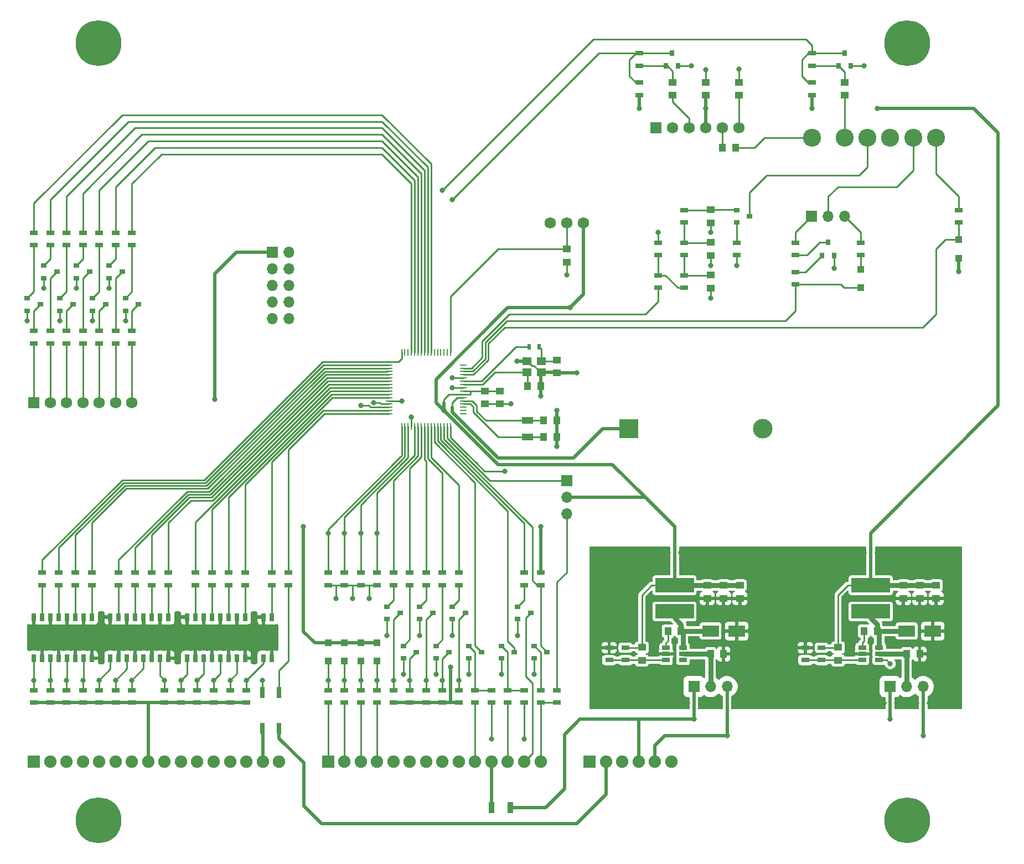
<source format=gtl>
%TF.GenerationSoftware,KiCad,Pcbnew,(5.1.7)-1*%
%TF.CreationDate,2021-11-13T22:00:46+01:00*%
%TF.ProjectId,synthesizer-board,73796e74-6865-4736-997a-65722d626f61,rev?*%
%TF.SameCoordinates,Original*%
%TF.FileFunction,Copper,L1,Top*%
%TF.FilePolarity,Positive*%
%FSLAX46Y46*%
G04 Gerber Fmt 4.6, Leading zero omitted, Abs format (unit mm)*
G04 Created by KiCad (PCBNEW (5.1.7)-1) date 2021-11-13 22:00:46*
%MOMM*%
%LPD*%
G01*
G04 APERTURE LIST*
%TA.AperFunction,SMDPad,CuDef*%
%ADD10R,1.250000X1.000000*%
%TD*%
%TA.AperFunction,SMDPad,CuDef*%
%ADD11R,1.300000X0.700000*%
%TD*%
%TA.AperFunction,SMDPad,CuDef*%
%ADD12R,0.900000X0.800000*%
%TD*%
%TA.AperFunction,SMDPad,CuDef*%
%ADD13R,0.900000X1.700000*%
%TD*%
%TA.AperFunction,ComponentPad*%
%ADD14R,1.700000X1.700000*%
%TD*%
%TA.AperFunction,ComponentPad*%
%ADD15O,1.700000X1.700000*%
%TD*%
%TA.AperFunction,SMDPad,CuDef*%
%ADD16R,1.220000X0.650000*%
%TD*%
%TA.AperFunction,SMDPad,CuDef*%
%ADD17R,5.900000X2.200000*%
%TD*%
%TA.AperFunction,SMDPad,CuDef*%
%ADD18R,2.500000X1.800000*%
%TD*%
%TA.AperFunction,SMDPad,CuDef*%
%ADD19R,1.000000X1.250000*%
%TD*%
%TA.AperFunction,SMDPad,CuDef*%
%ADD20R,1.000000X0.250000*%
%TD*%
%TA.AperFunction,SMDPad,CuDef*%
%ADD21R,0.250000X1.000000*%
%TD*%
%TA.AperFunction,SMDPad,CuDef*%
%ADD22R,1.100000X1.100000*%
%TD*%
%TA.AperFunction,ComponentPad*%
%ADD23R,1.750000X1.750000*%
%TD*%
%TA.AperFunction,ComponentPad*%
%ADD24C,1.750000*%
%TD*%
%TA.AperFunction,SMDPad,CuDef*%
%ADD25R,1.400000X1.200000*%
%TD*%
%TA.AperFunction,SMDPad,CuDef*%
%ADD26R,0.500000X0.900000*%
%TD*%
%TA.AperFunction,SMDPad,CuDef*%
%ADD27R,1.800000X1.000000*%
%TD*%
%TA.AperFunction,ComponentPad*%
%ADD28C,3.000000*%
%TD*%
%TA.AperFunction,ComponentPad*%
%ADD29R,3.000000X3.000000*%
%TD*%
%TA.AperFunction,ComponentPad*%
%ADD30C,1.900000*%
%TD*%
%TA.AperFunction,ComponentPad*%
%ADD31R,1.900000X1.900000*%
%TD*%
%TA.AperFunction,SMDPad,CuDef*%
%ADD32R,0.800000X1.300000*%
%TD*%
%TA.AperFunction,SMDPad,CuDef*%
%ADD33R,0.800000X1.750000*%
%TD*%
%TA.AperFunction,ComponentPad*%
%ADD34C,2.750000*%
%TD*%
%TA.AperFunction,SMDPad,CuDef*%
%ADD35R,0.800000X0.900000*%
%TD*%
%TA.AperFunction,ComponentPad*%
%ADD36C,7.000000*%
%TD*%
%TA.AperFunction,ViaPad*%
%ADD37C,0.800000*%
%TD*%
%TA.AperFunction,Conductor*%
%ADD38C,0.250000*%
%TD*%
%TA.AperFunction,Conductor*%
%ADD39C,0.500000*%
%TD*%
%TA.AperFunction,Conductor*%
%ADD40C,0.750000*%
%TD*%
%TA.AperFunction,Conductor*%
%ADD41C,0.100000*%
%TD*%
%TA.AperFunction,Conductor*%
%ADD42C,0.200000*%
%TD*%
G04 APERTURE END LIST*
D10*
X202000000Y-130500000D03*
X202000000Y-132500000D03*
X172000000Y-130500000D03*
X172000000Y-132500000D03*
D11*
X154000000Y-120950000D03*
X154000000Y-119050000D03*
D12*
X153000000Y-124250000D03*
X153000000Y-126150000D03*
X155000000Y-125200000D03*
D13*
X149000000Y-155000000D03*
X151900000Y-155000000D03*
D11*
X174500000Y-70450000D03*
X174500000Y-68550000D03*
X174500000Y-75450000D03*
X174500000Y-73550000D03*
D14*
X179960000Y-136500000D03*
D15*
X182500000Y-136500000D03*
X185040000Y-136500000D03*
D14*
X209960000Y-136500000D03*
D15*
X212500000Y-136500000D03*
X215040000Y-136500000D03*
D16*
X175690000Y-130550000D03*
X175690000Y-131500000D03*
X175690000Y-132450000D03*
X178310000Y-132450000D03*
X178310000Y-131500000D03*
X178310000Y-130550000D03*
D11*
X167000000Y-132450000D03*
X167000000Y-130550000D03*
X169500000Y-130550000D03*
X169500000Y-132450000D03*
D17*
X177000000Y-125000000D03*
X177000000Y-121000000D03*
D18*
X182500000Y-128000000D03*
X186500000Y-128000000D03*
D10*
X187000000Y-121000000D03*
X187000000Y-123000000D03*
X184500000Y-121000000D03*
X184500000Y-123000000D03*
X182000000Y-121000000D03*
X182000000Y-123000000D03*
D19*
X176000000Y-128000000D03*
X178000000Y-128000000D03*
X182500000Y-131500000D03*
X184500000Y-131500000D03*
D10*
X214500000Y-121000000D03*
X214500000Y-123000000D03*
X217000000Y-121000000D03*
X217000000Y-123000000D03*
D18*
X212500000Y-128000000D03*
X216500000Y-128000000D03*
D17*
X207000000Y-125000000D03*
X207000000Y-121000000D03*
D16*
X205690000Y-130550000D03*
X205690000Y-131500000D03*
X205690000Y-132450000D03*
X208310000Y-132450000D03*
X208310000Y-131500000D03*
X208310000Y-130550000D03*
D11*
X197000000Y-132450000D03*
X197000000Y-130550000D03*
X199500000Y-130550000D03*
X199500000Y-132450000D03*
D10*
X212000000Y-121000000D03*
X212000000Y-123000000D03*
D19*
X206000000Y-128000000D03*
X208000000Y-128000000D03*
X212500000Y-131500000D03*
X214500000Y-131500000D03*
D11*
X178500000Y-65450000D03*
X178500000Y-63550000D03*
X178500000Y-70450000D03*
X178500000Y-68550000D03*
X178500000Y-75450000D03*
X178500000Y-73550000D03*
D10*
X182500000Y-65500000D03*
X182500000Y-63500000D03*
X182500000Y-70500000D03*
X182500000Y-68500000D03*
X182500000Y-75500000D03*
X182500000Y-73500000D03*
X150250000Y-93250000D03*
X150250000Y-91250000D03*
X148000000Y-93250000D03*
X148000000Y-91250000D03*
D20*
X144700000Y-94750000D03*
X144700000Y-94250000D03*
X144700000Y-93750000D03*
X144700000Y-93250000D03*
X144700000Y-92750000D03*
X144700000Y-92250000D03*
X144700000Y-91750000D03*
X144700000Y-91250000D03*
X144700000Y-90750000D03*
X144700000Y-90250000D03*
X144700000Y-89750000D03*
X144700000Y-89250000D03*
X144700000Y-88750000D03*
X144700000Y-88250000D03*
X144700000Y-87750000D03*
X144700000Y-87250000D03*
D21*
X142750000Y-85300000D03*
X142250000Y-85300000D03*
X141750000Y-85300000D03*
X141250000Y-85300000D03*
X140750000Y-85300000D03*
X140250000Y-85300000D03*
X139750000Y-85300000D03*
X139250000Y-85300000D03*
X138750000Y-85300000D03*
X138250000Y-85300000D03*
X137750000Y-85300000D03*
X137250000Y-85300000D03*
X136750000Y-85300000D03*
X136250000Y-85300000D03*
X135750000Y-85300000D03*
X135250000Y-85300000D03*
D20*
X133300000Y-87250000D03*
X133300000Y-87750000D03*
X133300000Y-88250000D03*
X133300000Y-88750000D03*
X133300000Y-89250000D03*
X133300000Y-89750000D03*
X133300000Y-90250000D03*
X133300000Y-90750000D03*
X133300000Y-91250000D03*
X133300000Y-91750000D03*
X133300000Y-92250000D03*
X133300000Y-92750000D03*
X133300000Y-93250000D03*
X133300000Y-93750000D03*
X133300000Y-94250000D03*
X133300000Y-94750000D03*
D21*
X135250000Y-96700000D03*
X135750000Y-96700000D03*
X136250000Y-96700000D03*
X136750000Y-96700000D03*
X137250000Y-96700000D03*
X137750000Y-96700000D03*
X138250000Y-96700000D03*
X138750000Y-96700000D03*
X139250000Y-96700000D03*
X139750000Y-96700000D03*
X140250000Y-96700000D03*
X140750000Y-96700000D03*
X141250000Y-96700000D03*
X141750000Y-96700000D03*
X142250000Y-96700000D03*
X142750000Y-96700000D03*
D11*
X79000000Y-138950000D03*
X79000000Y-137050000D03*
X81500000Y-138950000D03*
X81500000Y-137050000D03*
X84000000Y-138950000D03*
X84000000Y-137050000D03*
X86500000Y-138950000D03*
X86500000Y-137050000D03*
X89000000Y-138950000D03*
X89000000Y-137050000D03*
X91500000Y-138950000D03*
X91500000Y-137050000D03*
X94000000Y-138950000D03*
X94000000Y-137050000D03*
X99000000Y-138950000D03*
X99000000Y-137050000D03*
X101500000Y-138950000D03*
X101500000Y-137050000D03*
X104000000Y-138950000D03*
X104000000Y-137050000D03*
X106500000Y-138950000D03*
X106500000Y-137050000D03*
X109000000Y-138950000D03*
X109000000Y-137050000D03*
X111500000Y-138950000D03*
X111500000Y-137050000D03*
X124000000Y-138950000D03*
X124000000Y-137050000D03*
X126500000Y-138950000D03*
X126500000Y-137050000D03*
X129000000Y-138950000D03*
X129000000Y-137050000D03*
X131500000Y-138950000D03*
X131500000Y-137050000D03*
X80280000Y-119050000D03*
X80280000Y-120950000D03*
X82810000Y-119050000D03*
X82810000Y-120950000D03*
X85360000Y-119050000D03*
X85360000Y-120950000D03*
X87900000Y-119050000D03*
X87900000Y-120950000D03*
X91980000Y-119050000D03*
X91980000Y-120950000D03*
X94510000Y-119050000D03*
X94510000Y-120950000D03*
X97060000Y-119050000D03*
X97060000Y-120950000D03*
X99600000Y-119050000D03*
X99600000Y-120950000D03*
X103680000Y-119050000D03*
X103680000Y-120950000D03*
X106210000Y-119050000D03*
X106210000Y-120950000D03*
X108760000Y-119050000D03*
X108760000Y-120950000D03*
X111300000Y-119050000D03*
X111300000Y-120950000D03*
X115400000Y-119050000D03*
X115400000Y-120950000D03*
X186500000Y-70450000D03*
X186500000Y-68550000D03*
X171610000Y-41450000D03*
X171610000Y-39550000D03*
X171610000Y-45950000D03*
X171610000Y-44050000D03*
X198000000Y-41450000D03*
X198000000Y-39550000D03*
X198000000Y-45950000D03*
X198000000Y-44050000D03*
X195500000Y-74950000D03*
X195500000Y-73050000D03*
X195500000Y-70450000D03*
X195500000Y-68550000D03*
X134000000Y-120950000D03*
X134000000Y-119050000D03*
X136500000Y-120950000D03*
X136500000Y-119050000D03*
X141500000Y-120950000D03*
X141500000Y-119050000D03*
X139000000Y-120950000D03*
X139000000Y-119050000D03*
X144000000Y-120950000D03*
X144000000Y-119050000D03*
X136500000Y-138950000D03*
X136500000Y-137050000D03*
X134000000Y-138950000D03*
X134000000Y-137050000D03*
X141500000Y-138950000D03*
X141500000Y-137050000D03*
X139000000Y-138950000D03*
X139000000Y-137050000D03*
X144000000Y-138950000D03*
X144000000Y-137050000D03*
X124000000Y-120950000D03*
X124000000Y-119050000D03*
X126500000Y-120950000D03*
X126500000Y-119050000D03*
X129000000Y-120950000D03*
X129000000Y-119050000D03*
X131500000Y-120950000D03*
X131500000Y-119050000D03*
X151500000Y-137050000D03*
X151500000Y-138950000D03*
X154000000Y-138950000D03*
X154000000Y-137050000D03*
X146500000Y-137050000D03*
X146500000Y-138950000D03*
X149000000Y-138950000D03*
X149000000Y-137050000D03*
X159000000Y-138950000D03*
X159000000Y-137050000D03*
X156500000Y-138950000D03*
X156500000Y-137050000D03*
X156500000Y-120950000D03*
X156500000Y-119050000D03*
X205500000Y-70450000D03*
X205500000Y-68550000D03*
X117900000Y-120950000D03*
X117900000Y-119050000D03*
X79000000Y-68950000D03*
X79000000Y-67050000D03*
X81500000Y-68950000D03*
X81500000Y-67050000D03*
X84000000Y-68950000D03*
X84000000Y-67050000D03*
X79000000Y-83950000D03*
X79000000Y-82050000D03*
X81500000Y-83950000D03*
X81500000Y-82050000D03*
X84000000Y-83950000D03*
X84000000Y-82050000D03*
X86500000Y-68950000D03*
X86500000Y-67050000D03*
X89000000Y-68950000D03*
X89000000Y-67050000D03*
X91500000Y-68950000D03*
X91500000Y-67050000D03*
X94000000Y-68950000D03*
X94000000Y-67050000D03*
X86500000Y-83950000D03*
X86500000Y-82050000D03*
X89000000Y-83950000D03*
X89000000Y-82050000D03*
X91500000Y-83950000D03*
X91500000Y-82050000D03*
X94000000Y-83950000D03*
X94000000Y-82050000D03*
X220500000Y-63550000D03*
X220500000Y-65450000D03*
D22*
X220500000Y-70900000D03*
X220500000Y-68100000D03*
D12*
X93000000Y-77050000D03*
X93000000Y-78950000D03*
X95000000Y-78000000D03*
X90500000Y-72050000D03*
X90500000Y-73950000D03*
X92500000Y-73000000D03*
X88000000Y-77050000D03*
X88000000Y-78950000D03*
X90000000Y-78000000D03*
X85500000Y-72050000D03*
X85500000Y-73950000D03*
X87500000Y-73000000D03*
X83000000Y-77050000D03*
X83000000Y-78950000D03*
X85000000Y-78000000D03*
X80500000Y-72050000D03*
X80500000Y-73950000D03*
X82500000Y-73000000D03*
X78000000Y-77050000D03*
X78000000Y-78950000D03*
X80000000Y-78000000D03*
D23*
X79000000Y-93000000D03*
D24*
X81500000Y-93000000D03*
X84000000Y-93000000D03*
X86500000Y-93000000D03*
X89000000Y-93000000D03*
X91500000Y-93000000D03*
X94000000Y-93000000D03*
D22*
X124000000Y-129800000D03*
X124000000Y-132600000D03*
D25*
X154400000Y-88350000D03*
X156600000Y-88350000D03*
X156600000Y-86650000D03*
X154400000Y-86650000D03*
D26*
X156250000Y-84500000D03*
X154750000Y-84500000D03*
D10*
X159000000Y-86500000D03*
X159000000Y-88500000D03*
D19*
X156500000Y-90500000D03*
X154500000Y-90500000D03*
D27*
X154500000Y-98250000D03*
X154500000Y-95750000D03*
D19*
X159000000Y-95750000D03*
X157000000Y-95750000D03*
X159000000Y-98250000D03*
X157000000Y-98250000D03*
D28*
X190490000Y-97000000D03*
D29*
X170000000Y-97000000D03*
D30*
X176500000Y-148000000D03*
X174000000Y-148000000D03*
X171500000Y-148000000D03*
X169000000Y-148000000D03*
X166500000Y-148000000D03*
D31*
X164000000Y-148000000D03*
D30*
X156500000Y-148000000D03*
X154000000Y-148000000D03*
X151500000Y-148000000D03*
X149000000Y-148000000D03*
X146500000Y-148000000D03*
X144000000Y-148000000D03*
X141500000Y-148000000D03*
X139000000Y-148000000D03*
X136500000Y-148000000D03*
X134000000Y-148000000D03*
X131500000Y-148000000D03*
X129000000Y-148000000D03*
X126500000Y-148000000D03*
D31*
X124000000Y-148000000D03*
D30*
X116500000Y-148000000D03*
X114000000Y-148000000D03*
X111500000Y-148000000D03*
X109000000Y-148000000D03*
X106500000Y-148000000D03*
X104000000Y-148000000D03*
X101500000Y-148000000D03*
X99000000Y-148000000D03*
X96500000Y-148000000D03*
X94000000Y-148000000D03*
X91500000Y-148000000D03*
X89000000Y-148000000D03*
X86500000Y-148000000D03*
X84000000Y-148000000D03*
X81500000Y-148000000D03*
D31*
X79000000Y-148000000D03*
D10*
X160500000Y-69500000D03*
X160500000Y-71500000D03*
D22*
X131500000Y-129800000D03*
X131500000Y-132600000D03*
X129000000Y-129800000D03*
X129000000Y-132600000D03*
X126500000Y-129800000D03*
X126500000Y-132600000D03*
D32*
X111300000Y-125850000D03*
X110020000Y-125850000D03*
X108760000Y-125850000D03*
X107490000Y-125850000D03*
X106210000Y-125850000D03*
X104940000Y-125850000D03*
X103680000Y-125850000D03*
X102400000Y-125850000D03*
X102400000Y-132150000D03*
X103680000Y-132150000D03*
X104940000Y-132150000D03*
X106210000Y-132150000D03*
X107490000Y-132150000D03*
X108760000Y-132150000D03*
X110020000Y-132150000D03*
X111300000Y-132150000D03*
D33*
X116520000Y-137430000D03*
X113980000Y-137430000D03*
X113980000Y-142930000D03*
X116520000Y-142930000D03*
D24*
X157960000Y-65500000D03*
X160500000Y-65500000D03*
X163040000Y-65500000D03*
D14*
X197960000Y-64500000D03*
D15*
X200500000Y-64500000D03*
X203040000Y-64500000D03*
D22*
X205500000Y-72600000D03*
X205500000Y-75400000D03*
D12*
X155500000Y-130250000D03*
X155500000Y-132150000D03*
X157500000Y-131200000D03*
D14*
X160500000Y-104960000D03*
D15*
X160500000Y-107500000D03*
X160500000Y-110040000D03*
D12*
X145500000Y-130250000D03*
X145500000Y-132150000D03*
X147500000Y-131200000D03*
X150500000Y-130250000D03*
X150500000Y-132150000D03*
X152500000Y-131200000D03*
D14*
X115500000Y-70000000D03*
D15*
X118040000Y-70000000D03*
X115500000Y-72540000D03*
X118040000Y-72540000D03*
X115500000Y-75080000D03*
X118040000Y-75080000D03*
X115500000Y-77620000D03*
X118040000Y-77620000D03*
X115500000Y-80160000D03*
X118040000Y-80160000D03*
D12*
X143000000Y-124250000D03*
X143000000Y-126150000D03*
X145000000Y-125200000D03*
X138000000Y-124250000D03*
X138000000Y-126150000D03*
X140000000Y-125200000D03*
X140500000Y-130250000D03*
X140500000Y-132150000D03*
X142500000Y-131200000D03*
X135500000Y-130250000D03*
X135500000Y-132150000D03*
X137500000Y-131200000D03*
X133000000Y-124250000D03*
X133000000Y-126150000D03*
X135000000Y-125200000D03*
D34*
X217000000Y-52500000D03*
X213500000Y-52500000D03*
X210000000Y-52500000D03*
X206500000Y-52500000D03*
X203000000Y-52500000D03*
X198000000Y-52500000D03*
D35*
X199550000Y-70500000D03*
X201450000Y-70500000D03*
X200500000Y-68500000D03*
X202050000Y-41500000D03*
X203950000Y-41500000D03*
X203000000Y-39500000D03*
X175660000Y-41500000D03*
X177560000Y-41500000D03*
X176610000Y-39500000D03*
D12*
X186500000Y-63550000D03*
X186500000Y-65450000D03*
X188500000Y-64500000D03*
D10*
X176690000Y-46000000D03*
X176690000Y-44000000D03*
X181770000Y-46000000D03*
X181770000Y-44000000D03*
X186850000Y-46000000D03*
X186850000Y-44000000D03*
D19*
X186310000Y-54000000D03*
X184310000Y-54000000D03*
D10*
X203000000Y-46000000D03*
X203000000Y-44000000D03*
D32*
X115400000Y-125850000D03*
X114120000Y-125850000D03*
X114120000Y-132150000D03*
X115400000Y-132150000D03*
X99600000Y-125850000D03*
X98320000Y-125850000D03*
X97060000Y-125850000D03*
X95790000Y-125850000D03*
X94510000Y-125850000D03*
X93240000Y-125850000D03*
X91980000Y-125850000D03*
X90700000Y-125850000D03*
X90700000Y-132150000D03*
X91980000Y-132150000D03*
X93240000Y-132150000D03*
X94510000Y-132150000D03*
X95790000Y-132150000D03*
X97060000Y-132150000D03*
X98320000Y-132150000D03*
X99600000Y-132150000D03*
X87900000Y-125850000D03*
X86620000Y-125850000D03*
X85360000Y-125850000D03*
X84090000Y-125850000D03*
X82810000Y-125850000D03*
X81540000Y-125850000D03*
X80280000Y-125850000D03*
X79000000Y-125850000D03*
X79000000Y-132150000D03*
X80280000Y-132150000D03*
X81540000Y-132150000D03*
X82810000Y-132150000D03*
X84090000Y-132150000D03*
X85360000Y-132150000D03*
X86620000Y-132150000D03*
X87900000Y-132150000D03*
D36*
X212600000Y-38000000D03*
X212600000Y-157000000D03*
X88900000Y-157000000D03*
X88900000Y-38000000D03*
D23*
X174150000Y-51000000D03*
D24*
X176690000Y-51000000D03*
X179230000Y-51000000D03*
X181770000Y-51000000D03*
X184310000Y-51000000D03*
X186850000Y-51000000D03*
D37*
X143000000Y-128650000D03*
X138000000Y-128650000D03*
X133000000Y-128650000D03*
X135500000Y-134650000D03*
X140500000Y-134650000D03*
X145500000Y-134650000D03*
X155500000Y-134650000D03*
X83450000Y-129000000D03*
X84450000Y-129000000D03*
X85450000Y-129000000D03*
X82450000Y-129000000D03*
X81450000Y-129000000D03*
X95150000Y-129000000D03*
X96150000Y-129000000D03*
X97150000Y-129000000D03*
X94150000Y-129000000D03*
X93150000Y-129000000D03*
X106850000Y-129000000D03*
X107850000Y-129000000D03*
X108850000Y-129000000D03*
X105850000Y-129000000D03*
X104850000Y-129000000D03*
X114750000Y-129000000D03*
X115750000Y-129000000D03*
X113750000Y-129000000D03*
X113980000Y-135500000D03*
X201450000Y-72500000D03*
X181770000Y-42080000D03*
X186850000Y-42000000D03*
X179550000Y-41500000D03*
X205950000Y-41500000D03*
X160500000Y-73500000D03*
X149000000Y-144500000D03*
X154000000Y-144500000D03*
X152900000Y-86650000D03*
X156500000Y-92000000D03*
X162000000Y-88500000D03*
X159000000Y-94250000D03*
X159000000Y-99750000D03*
X150500000Y-134650000D03*
X125250000Y-123000000D03*
X127750000Y-123000000D03*
X130250000Y-123000000D03*
X78000000Y-80500000D03*
X83000000Y-80500000D03*
X88000000Y-80500000D03*
X93000000Y-80500000D03*
X80500000Y-75500000D03*
X85500000Y-75500000D03*
X90500000Y-75500000D03*
X143000000Y-90750000D03*
X152000000Y-93250000D03*
X186500000Y-72000000D03*
X220000000Y-139000000D03*
X218000000Y-139000000D03*
X217000000Y-139000000D03*
X216000000Y-139000000D03*
X214000000Y-139000000D03*
X220000000Y-138000000D03*
X220000000Y-137000000D03*
X220000000Y-136000000D03*
X220000000Y-135000000D03*
X220000000Y-134000000D03*
X220000000Y-133000000D03*
X220000000Y-132000000D03*
X220000000Y-131000000D03*
X220000000Y-130000000D03*
X220000000Y-129000000D03*
X220000000Y-128000000D03*
X220000000Y-127000000D03*
X220000000Y-126000000D03*
X220000000Y-125000000D03*
X220000000Y-124000000D03*
X220000000Y-123000000D03*
X220000000Y-122000000D03*
X213000000Y-139000000D03*
X212000000Y-139000000D03*
X211000000Y-139000000D03*
X209000000Y-139000000D03*
X208000000Y-139000000D03*
X207000000Y-139000000D03*
X206000000Y-139000000D03*
X205000000Y-139000000D03*
X204000000Y-139000000D03*
X203000000Y-139000000D03*
X202000000Y-139000000D03*
X201000000Y-139000000D03*
X200000000Y-139000000D03*
X199000000Y-139000000D03*
X198000000Y-139000000D03*
X197000000Y-139000000D03*
X196000000Y-139000000D03*
X195000000Y-139000000D03*
X194000000Y-139000000D03*
X193000000Y-139000000D03*
X192000000Y-139000000D03*
X191000000Y-139000000D03*
X190000000Y-139000000D03*
X189000000Y-139000000D03*
X188000000Y-139000000D03*
X187000000Y-139000000D03*
X186000000Y-139000000D03*
X184000000Y-139000000D03*
X183000000Y-139000000D03*
X182000000Y-139000000D03*
X181000000Y-139000000D03*
X179000000Y-139000000D03*
X178000000Y-139000000D03*
X177000000Y-139000000D03*
X176000000Y-139000000D03*
X175000000Y-139000000D03*
X174000000Y-139000000D03*
X173000000Y-139000000D03*
X172000000Y-139000000D03*
X171000000Y-139000000D03*
X170000000Y-139000000D03*
X169000000Y-139000000D03*
X168000000Y-139000000D03*
X167000000Y-139000000D03*
X165000000Y-139000000D03*
X165000000Y-138000000D03*
X165000000Y-137000000D03*
X165000000Y-136000000D03*
X165000000Y-135000000D03*
X165000000Y-134000000D03*
X165000000Y-133000000D03*
X165000000Y-132000000D03*
X165000000Y-131000000D03*
X165000000Y-130000000D03*
X165000000Y-129000000D03*
X165000000Y-128000000D03*
X165000000Y-127000000D03*
X165000000Y-126000000D03*
X165000000Y-125000000D03*
X165000000Y-124000000D03*
X165000000Y-123000000D03*
X165000000Y-122000000D03*
X165000000Y-121000000D03*
X165000000Y-120000000D03*
X165000000Y-119000000D03*
X165000000Y-118000000D03*
X165000000Y-117000000D03*
X165000000Y-116000000D03*
X167000000Y-116000000D03*
X168000000Y-116000000D03*
X169000000Y-116000000D03*
X170000000Y-116000000D03*
X171000000Y-116000000D03*
X172000000Y-116000000D03*
X173000000Y-116000000D03*
X174000000Y-116000000D03*
X176000000Y-116000000D03*
X178000000Y-116000000D03*
X179000000Y-116000000D03*
X180000000Y-116000000D03*
X181000000Y-116000000D03*
X182000000Y-116000000D03*
X183000000Y-116000000D03*
X184000000Y-116000000D03*
X185000000Y-116000000D03*
X186000000Y-116000000D03*
X187000000Y-116000000D03*
X188000000Y-116000000D03*
X189000000Y-116000000D03*
X190000000Y-116000000D03*
X191000000Y-116000000D03*
X192000000Y-116000000D03*
X193000000Y-116000000D03*
X194000000Y-116000000D03*
X195000000Y-116000000D03*
X196000000Y-116000000D03*
X197000000Y-116000000D03*
X198000000Y-116000000D03*
X199000000Y-116000000D03*
X200000000Y-116000000D03*
X201000000Y-116000000D03*
X202000000Y-116000000D03*
X203000000Y-116000000D03*
X204000000Y-116000000D03*
X206000000Y-116000000D03*
X208000000Y-116000000D03*
X209000000Y-116000000D03*
X210000000Y-116000000D03*
X211000000Y-116000000D03*
X212000000Y-116000000D03*
X213000000Y-116000000D03*
X214000000Y-116000000D03*
X215000000Y-116000000D03*
X216000000Y-116000000D03*
X217000000Y-116000000D03*
X218000000Y-116000000D03*
X220000000Y-116000000D03*
X220000000Y-117000000D03*
X220000000Y-118000000D03*
X220000000Y-119000000D03*
X220000000Y-121000000D03*
X220000000Y-120000000D03*
X182500000Y-67000000D03*
X182500000Y-72000000D03*
X182500000Y-77000000D03*
X174500000Y-67000000D03*
X153000000Y-128650000D03*
X166000000Y-116000000D03*
X166000000Y-139000000D03*
X219000000Y-116000000D03*
X219000000Y-139000000D03*
X205000000Y-116000000D03*
X175000000Y-116000000D03*
X171610000Y-48000000D03*
X198000000Y-48000000D03*
X181770000Y-48000000D03*
X208000000Y-48000000D03*
X142750000Y-133500000D03*
X179960000Y-141500000D03*
X209960000Y-141500000D03*
X156500000Y-112000000D03*
X120250000Y-112000000D03*
X106650000Y-92500000D03*
X141750000Y-94250000D03*
X161000000Y-78500000D03*
X220500000Y-73000000D03*
X79000000Y-135500000D03*
X81500000Y-135500000D03*
X84000000Y-135500000D03*
X86500000Y-135500000D03*
X89000000Y-135500000D03*
X91500000Y-135500000D03*
X94000000Y-135500000D03*
X99000000Y-135500000D03*
X101500000Y-135500000D03*
X104000000Y-135500000D03*
X106500000Y-135500000D03*
X109000000Y-135500000D03*
X111500000Y-135500000D03*
X143000000Y-62000000D03*
X136750000Y-95250000D03*
X141500000Y-60500000D03*
X135250000Y-92750000D03*
X143000000Y-89250000D03*
X131000000Y-93000000D03*
X129000000Y-93500000D03*
X134000000Y-135500000D03*
X136500000Y-135500000D03*
X141500000Y-135500000D03*
X139000000Y-135500000D03*
X144000000Y-135500000D03*
X124000000Y-135500000D03*
X124000000Y-113000000D03*
X126500000Y-135500000D03*
X126500000Y-113000000D03*
X129000000Y-135500000D03*
X129000000Y-113000000D03*
X131500000Y-135500000D03*
X131500000Y-113000000D03*
X210000000Y-133000000D03*
X151000000Y-103500000D03*
X185040000Y-144000000D03*
X215040000Y-144000000D03*
D38*
X113980000Y-137430000D02*
X113980000Y-135500000D01*
X201450000Y-70500000D02*
X201450000Y-72500000D01*
X181770000Y-44000000D02*
X181770000Y-42080000D01*
X186850000Y-44000000D02*
X186850000Y-42000000D01*
X177560000Y-41500000D02*
X179550000Y-41500000D01*
X203950000Y-41500000D02*
X205950000Y-41500000D01*
X154000000Y-144500000D02*
X154000000Y-138950000D01*
X149000000Y-144500000D02*
X149000000Y-138950000D01*
D39*
X158850000Y-88350000D02*
X159000000Y-88500000D01*
X156600000Y-88350000D02*
X158850000Y-88350000D01*
X156500000Y-88450000D02*
X156600000Y-88350000D01*
X156500000Y-90500000D02*
X156500000Y-88450000D01*
X159000000Y-98250000D02*
X159000000Y-95750000D01*
D38*
X154400000Y-86650000D02*
X154500000Y-86650000D01*
X156500000Y-88350000D02*
X155475000Y-87325000D01*
X156600000Y-88350000D02*
X156500000Y-88350000D01*
X155475000Y-87325000D02*
X155175000Y-87325000D01*
X154500000Y-86650000D02*
X155175000Y-87325000D01*
D39*
X159000000Y-99750000D02*
X159000000Y-98250000D01*
X159000000Y-94250000D02*
X159000000Y-95750000D01*
X156500000Y-92000000D02*
X156500000Y-90500000D01*
X152900000Y-86650000D02*
X154400000Y-86650000D01*
X159000000Y-88500000D02*
X162000000Y-88500000D01*
D38*
X143000000Y-128650000D02*
X143000000Y-126150000D01*
X133000000Y-128650000D02*
X133000000Y-126150000D01*
X138000000Y-128650000D02*
X138000000Y-126150000D01*
X145500000Y-134650000D02*
X145500000Y-132150000D01*
X150500000Y-134650000D02*
X150500000Y-132150000D01*
X155500000Y-134650000D02*
X155500000Y-132150000D01*
X135500000Y-132150000D02*
X135500000Y-134650000D01*
X140500000Y-132150000D02*
X140500000Y-134650000D01*
X125250000Y-121000000D02*
X125300000Y-120950000D01*
X125250000Y-123000000D02*
X125250000Y-121000000D01*
X124000000Y-120950000D02*
X125300000Y-120950000D01*
X127750000Y-123000000D02*
X127750000Y-120950000D01*
X125300000Y-120950000D02*
X127750000Y-120950000D01*
X130250000Y-123000000D02*
X130250000Y-120950000D01*
X130250000Y-120950000D02*
X131500000Y-120950000D01*
X127750000Y-120950000D02*
X130250000Y-120950000D01*
X78000000Y-78950000D02*
X78000000Y-80500000D01*
X83000000Y-78950000D02*
X83000000Y-80500000D01*
X88000000Y-78950000D02*
X88000000Y-80500000D01*
X93000000Y-78950000D02*
X93000000Y-80500000D01*
X80500000Y-73950000D02*
X80500000Y-75500000D01*
X85500000Y-73950000D02*
X85500000Y-75500000D01*
X90500000Y-73950000D02*
X90500000Y-75500000D01*
X144700000Y-90750000D02*
X143000000Y-90750000D01*
X148000000Y-93250000D02*
X152000000Y-93250000D01*
X182500000Y-65500000D02*
X182500000Y-67000000D01*
X182500000Y-70500000D02*
X182500000Y-72000000D01*
X182500000Y-75500000D02*
X182500000Y-77000000D01*
X186500000Y-70450000D02*
X186500000Y-72000000D01*
X160500000Y-73500000D02*
X160500000Y-71500000D01*
X174500000Y-67000000D02*
X174500000Y-68550000D01*
X153000000Y-128650000D02*
X153000000Y-126150000D01*
D39*
X171610000Y-45950000D02*
X171610000Y-47960000D01*
X198000000Y-45950000D02*
X198000000Y-48000000D01*
X181770000Y-48000000D02*
X181770000Y-46000000D01*
D40*
X217000000Y-121000000D02*
X207000000Y-121000000D01*
D38*
X202000000Y-130550000D02*
X202000000Y-122500000D01*
X203500000Y-121000000D02*
X207000000Y-121000000D01*
X202000000Y-122500000D02*
X203500000Y-121000000D01*
D39*
X181770000Y-51000000D02*
X181770000Y-48000000D01*
D38*
X201950000Y-130550000D02*
X202000000Y-130500000D01*
X199500000Y-130550000D02*
X201950000Y-130550000D01*
D39*
X222750000Y-48000000D02*
X208000000Y-48000000D01*
X226500000Y-51750000D02*
X222750000Y-48000000D01*
X226500000Y-93500000D02*
X226500000Y-51750000D01*
X207000000Y-113000000D02*
X226500000Y-93500000D01*
X207000000Y-121000000D02*
X207000000Y-113000000D01*
X134000000Y-138950000D02*
X135250000Y-138950000D01*
X142750000Y-138950000D02*
X144000000Y-138950000D01*
X135250000Y-138950000D02*
X142750000Y-138950000D01*
X142750000Y-134000000D02*
X142750000Y-138950000D01*
X142750000Y-133500000D02*
X142750000Y-138950000D01*
X160200000Y-143800000D02*
X162000000Y-142000000D01*
X160200000Y-152100000D02*
X160200000Y-143800000D01*
X157300000Y-155000000D02*
X160200000Y-152100000D01*
X151900000Y-155000000D02*
X157300000Y-155000000D01*
X209960000Y-136500000D02*
X209960000Y-141500000D01*
X162500000Y-141500000D02*
X162000000Y-142000000D01*
X171500000Y-148000000D02*
X171500000Y-141500000D01*
X171500000Y-141500000D02*
X162500000Y-141500000D01*
X179960000Y-141500000D02*
X171500000Y-141500000D01*
X179960000Y-136500000D02*
X179960000Y-141500000D01*
D38*
X197000000Y-73050000D02*
X199550000Y-70500000D01*
X195500000Y-73050000D02*
X197000000Y-73050000D01*
X195500000Y-70450000D02*
X197250000Y-70450000D01*
X199200000Y-68500000D02*
X200500000Y-68500000D01*
X197250000Y-70450000D02*
X199200000Y-68500000D01*
D39*
X124000000Y-129800000D02*
X131500000Y-129800000D01*
X120250000Y-128050000D02*
X122000000Y-129800000D01*
X120250000Y-112000000D02*
X120250000Y-128050000D01*
X122000000Y-129800000D02*
X124000000Y-129800000D01*
D38*
X144700000Y-91750000D02*
X145750000Y-91750000D01*
X145750000Y-91750000D02*
X145750000Y-91250000D01*
X145750000Y-91250000D02*
X144700000Y-91250000D01*
X146500000Y-91250000D02*
X145750000Y-91250000D01*
X150250000Y-91250000D02*
X146500000Y-91250000D01*
X150250000Y-91250000D02*
X148000000Y-91250000D01*
D40*
X177000000Y-121000000D02*
X187000000Y-121000000D01*
D38*
X172000000Y-130550000D02*
X172000000Y-122500000D01*
X173500000Y-121000000D02*
X177000000Y-121000000D01*
X172000000Y-122500000D02*
X173500000Y-121000000D01*
X144700000Y-91750000D02*
X143750000Y-91750000D01*
X143750000Y-91750000D02*
X142500000Y-91750000D01*
X142500000Y-91750000D02*
X141750000Y-92500000D01*
X141750000Y-92500000D02*
X141750000Y-93000000D01*
D39*
X141750000Y-94250000D02*
X141750000Y-93000000D01*
X106650000Y-92500000D02*
X106650000Y-82050000D01*
X106650000Y-82050000D02*
X106650000Y-73350000D01*
X110000000Y-70000000D02*
X115500000Y-70000000D01*
X106650000Y-73350000D02*
X110000000Y-70000000D01*
X156500000Y-119050000D02*
X156500000Y-112000000D01*
X163040000Y-76460000D02*
X163040000Y-65500000D01*
X161000000Y-78500000D02*
X161000000Y-78500000D01*
X151500000Y-78500000D02*
X161000000Y-78500000D01*
X140500000Y-89500000D02*
X151500000Y-78500000D01*
X140500000Y-93000000D02*
X140500000Y-89500000D01*
X141750000Y-94250000D02*
X140500000Y-93000000D01*
X161000000Y-78500000D02*
X163040000Y-76460000D01*
X220500000Y-70900000D02*
X220500000Y-73000000D01*
D38*
X171950000Y-130550000D02*
X172000000Y-130500000D01*
X169500000Y-130550000D02*
X171950000Y-130550000D01*
D39*
X143000000Y-95500000D02*
X141750000Y-94250000D01*
X150000000Y-102500000D02*
X143000000Y-95500000D01*
X167500000Y-102500000D02*
X150000000Y-102500000D01*
X177000000Y-121000000D02*
X177000000Y-112000000D01*
X160500000Y-107500000D02*
X172500000Y-107500000D01*
X172500000Y-107500000D02*
X167500000Y-102500000D01*
X177000000Y-112000000D02*
X172500000Y-107500000D01*
D38*
X203000000Y-46000000D02*
X203000000Y-52500000D01*
X191500000Y-52500000D02*
X198000000Y-52500000D01*
X186310000Y-54000000D02*
X189250000Y-54000000D01*
X190750000Y-52500000D02*
X191500000Y-52500000D01*
X189250000Y-54000000D02*
X190750000Y-52500000D01*
X188500000Y-60875000D02*
X188500000Y-64500000D01*
X191125000Y-58250000D02*
X188500000Y-60875000D01*
X206500000Y-57000000D02*
X205250000Y-58250000D01*
X205250000Y-58250000D02*
X191125000Y-58250000D01*
X206500000Y-52500000D02*
X206500000Y-57000000D01*
X213500000Y-52500000D02*
X213500000Y-57500000D01*
X200500000Y-64500000D02*
X200500000Y-61500000D01*
X200500000Y-61500000D02*
X202000000Y-60000000D01*
X211000000Y-60000000D02*
X213500000Y-57500000D01*
X202000000Y-60000000D02*
X211000000Y-60000000D01*
X79000000Y-135500000D02*
X79000000Y-137050000D01*
X79000000Y-135500000D02*
X79000000Y-132150000D01*
X81540000Y-135460000D02*
X81500000Y-135500000D01*
X81540000Y-132150000D02*
X81540000Y-135460000D01*
X81500000Y-135500000D02*
X81500000Y-137050000D01*
X84000000Y-135500000D02*
X84000000Y-137050000D01*
X84010000Y-135490000D02*
X84000000Y-135500000D01*
X84090000Y-135410000D02*
X84000000Y-135500000D01*
X84090000Y-132150000D02*
X84090000Y-135410000D01*
X86500000Y-135500000D02*
X86500000Y-137050000D01*
X86620000Y-135380000D02*
X86500000Y-135500000D01*
X86620000Y-132150000D02*
X86620000Y-135380000D01*
X89000000Y-135500000D02*
X89000000Y-137050000D01*
X90700000Y-133800000D02*
X89000000Y-135500000D01*
X90700000Y-132150000D02*
X90700000Y-133800000D01*
X91500000Y-135500000D02*
X91500000Y-137050000D01*
X93240000Y-133760000D02*
X91500000Y-135500000D01*
X93240000Y-132150000D02*
X93240000Y-133760000D01*
X94000000Y-135500000D02*
X94000000Y-137050000D01*
X94100000Y-135500000D02*
X94000000Y-135500000D01*
X95790000Y-133710000D02*
X94000000Y-135500000D01*
X95790000Y-132150000D02*
X95790000Y-133710000D01*
X99000000Y-135500000D02*
X99000000Y-137050000D01*
X98320000Y-134820000D02*
X99000000Y-135500000D01*
X98320000Y-132150000D02*
X98320000Y-134820000D01*
X102400000Y-132150000D02*
X102400000Y-132580000D01*
X101500000Y-135500000D02*
X101500000Y-137050000D01*
X102400000Y-134600000D02*
X101500000Y-135500000D01*
X102400000Y-132150000D02*
X102400000Y-134600000D01*
X104000000Y-135500000D02*
X104000000Y-137050000D01*
X104940000Y-132150000D02*
X104940000Y-132560000D01*
X104940000Y-134560000D02*
X104000000Y-135500000D01*
X104940000Y-132150000D02*
X104940000Y-134560000D01*
X107490000Y-132150000D02*
X107490000Y-132490000D01*
X106500000Y-135500000D02*
X106500000Y-137050000D01*
X107490000Y-134510000D02*
X106500000Y-135500000D01*
X107490000Y-132150000D02*
X107490000Y-134510000D01*
X109000000Y-135500000D02*
X109000000Y-137050000D01*
X110020000Y-134480000D02*
X109000000Y-135500000D01*
X110020000Y-132150000D02*
X110020000Y-134480000D01*
X111500000Y-135500000D02*
X111500000Y-137050000D01*
X114120000Y-132880000D02*
X111500000Y-135500000D01*
X114120000Y-132150000D02*
X114120000Y-132880000D01*
X146500000Y-138950000D02*
X146500000Y-148000000D01*
X151500000Y-138950000D02*
X151500000Y-148000000D01*
X156500000Y-138950000D02*
X159000000Y-138950000D01*
X156500000Y-148000000D02*
X156500000Y-138950000D01*
X146500000Y-105300000D02*
X146500000Y-130200000D01*
X146500000Y-130200000D02*
X147500000Y-131200000D01*
X140250000Y-99050000D02*
X146500000Y-105300000D01*
X140250000Y-96700000D02*
X140250000Y-99050000D01*
X156500000Y-130200000D02*
X157500000Y-131200000D01*
X156500000Y-120950000D02*
X156500000Y-130200000D01*
X155250000Y-112113590D02*
X141750000Y-98613590D01*
X156500000Y-120950000D02*
X155950000Y-120950000D01*
X155250000Y-120250000D02*
X155250000Y-112113590D01*
X155950000Y-120950000D02*
X155250000Y-120250000D01*
X141750000Y-98613590D02*
X141750000Y-96700000D01*
X176560000Y-39550000D02*
X176610000Y-39500000D01*
X171610000Y-39550000D02*
X176560000Y-39550000D01*
X170100000Y-43074999D02*
X170100000Y-40525001D01*
X136750000Y-96700000D02*
X136750000Y-95250000D01*
X171075001Y-44050000D02*
X170100000Y-43074999D01*
X171610000Y-44050000D02*
X171075001Y-44050000D01*
X171075001Y-39550000D02*
X170100000Y-40525001D01*
X171610000Y-39550000D02*
X171075001Y-39550000D01*
X157500000Y-47500000D02*
X143000000Y-62000000D01*
X165450000Y-39550000D02*
X157500000Y-47500000D01*
X171610000Y-39550000D02*
X165450000Y-39550000D01*
X196500000Y-43074999D02*
X196500000Y-40525001D01*
X202950000Y-39550000D02*
X203000000Y-39500000D01*
X198000000Y-39550000D02*
X202950000Y-39550000D01*
X133300000Y-92750000D02*
X135250000Y-92750000D01*
X198000000Y-38350000D02*
X198000000Y-39550000D01*
X197075000Y-37425000D02*
X198000000Y-38350000D01*
X155500000Y-46500000D02*
X164575000Y-37425000D01*
X141500000Y-60500000D02*
X155500000Y-46500000D01*
X197475001Y-39550000D02*
X196500000Y-40525001D01*
X198000000Y-39550000D02*
X197475001Y-39550000D01*
X197475001Y-44050000D02*
X196500000Y-43074999D01*
X198000000Y-44050000D02*
X197475001Y-44050000D01*
X197075000Y-37425000D02*
X164575000Y-37425000D01*
X123100010Y-86799990D02*
X122575000Y-87325000D01*
X122825000Y-87075000D02*
X122575000Y-87325000D01*
X123150000Y-86750000D02*
X122825000Y-87075000D01*
X135250000Y-86250000D02*
X134750000Y-86750000D01*
X135250000Y-85300000D02*
X135250000Y-86250000D01*
X134750000Y-86750000D02*
X123150000Y-86750000D01*
X80280000Y-117110770D02*
X80280000Y-119050000D01*
X92540836Y-104849934D02*
X80280000Y-117110770D01*
X105050066Y-104849934D02*
X92540836Y-104849934D01*
X122575000Y-87325000D02*
X105050066Y-104849934D01*
X82810000Y-115826410D02*
X82810000Y-119050000D01*
X82810000Y-115217180D02*
X82810000Y-115826410D01*
X92727236Y-105299944D02*
X82810000Y-115217180D01*
X105236466Y-105299944D02*
X92727236Y-105299944D01*
X123286410Y-87250000D02*
X105236466Y-105299944D01*
X133300000Y-87250000D02*
X123286410Y-87250000D01*
X85360000Y-113912820D02*
X85360000Y-119050000D01*
X85360000Y-113303590D02*
X85360000Y-113912820D01*
X92913636Y-105749954D02*
X85360000Y-113303590D01*
X105422866Y-105749954D02*
X92913636Y-105749954D01*
X123422820Y-87750000D02*
X105422866Y-105749954D01*
X133300000Y-87750000D02*
X123422820Y-87750000D01*
X87900000Y-112009230D02*
X87900000Y-119050000D01*
X87900000Y-111400000D02*
X87900000Y-112009230D01*
X93100036Y-106199964D02*
X87900000Y-111400000D01*
X105609266Y-106199964D02*
X93100036Y-106199964D01*
X123509240Y-88299990D02*
X105609266Y-106199964D01*
X132950010Y-88299990D02*
X123509240Y-88299990D01*
X133000000Y-88250000D02*
X132950010Y-88299990D01*
X133300000Y-88250000D02*
X133000000Y-88250000D01*
X91980000Y-117110770D02*
X91980000Y-119050000D01*
X102440797Y-106649973D02*
X91980000Y-117110770D01*
X105795668Y-106649972D02*
X102440797Y-106649973D01*
X123695640Y-88750000D02*
X105795668Y-106649972D01*
X133300000Y-88750000D02*
X123695640Y-88750000D01*
X94510000Y-115490000D02*
X94510000Y-119050000D01*
X94510000Y-115217180D02*
X94510000Y-115490000D01*
X102627198Y-107099982D02*
X94510000Y-115217180D01*
X105982068Y-107099982D02*
X102627198Y-107099982D01*
X123832050Y-89250000D02*
X105982068Y-107099982D01*
X133300000Y-89250000D02*
X123832050Y-89250000D01*
X97060000Y-114440000D02*
X97060000Y-119050000D01*
X97060000Y-113303590D02*
X97060000Y-114440000D01*
X102813599Y-107549991D02*
X97060000Y-113303590D01*
X106168470Y-107549990D02*
X102813599Y-107549991D01*
X123968460Y-89750000D02*
X106168470Y-107549990D01*
X133300000Y-89750000D02*
X123968460Y-89750000D01*
X115400000Y-115000000D02*
X115400000Y-119050000D01*
X115400000Y-102136920D02*
X115400000Y-115000000D01*
X123286920Y-94250000D02*
X123018460Y-94518460D01*
X133300000Y-94250000D02*
X123286920Y-94250000D01*
X123018460Y-94518460D02*
X115400000Y-102136920D01*
X202900000Y-75400000D02*
X202450000Y-74950000D01*
X205500000Y-75400000D02*
X202900000Y-75400000D01*
X195500000Y-74950000D02*
X202450000Y-74950000D01*
X146113590Y-88250000D02*
X144700000Y-88250000D01*
X148049990Y-86313600D02*
X146113590Y-88250000D01*
X148049991Y-83813599D02*
X148049990Y-86313600D01*
X151363590Y-80500000D02*
X148049991Y-83813599D01*
X194000000Y-80500000D02*
X151363590Y-80500000D01*
X195500000Y-79000000D02*
X194000000Y-80500000D01*
X195500000Y-74950000D02*
X195500000Y-79000000D01*
X184310000Y-51000000D02*
X184310000Y-54000000D01*
X176690000Y-46000000D02*
X176690000Y-46940000D01*
X179230000Y-49480000D02*
X179230000Y-51000000D01*
X176690000Y-46940000D02*
X179230000Y-49480000D01*
X175610000Y-41450000D02*
X175660000Y-41500000D01*
X171610000Y-41450000D02*
X175610000Y-41450000D01*
X175660000Y-41500000D02*
X175900000Y-41500000D01*
X176690000Y-42290000D02*
X176690000Y-44000000D01*
X175900000Y-41500000D02*
X176690000Y-42290000D01*
X186500000Y-65450000D02*
X186500000Y-68550000D01*
X80280000Y-120950000D02*
X80280000Y-125850000D01*
X82810000Y-120950000D02*
X82810000Y-125850000D01*
X85360000Y-120950000D02*
X85360000Y-125850000D01*
X87900000Y-120950000D02*
X87900000Y-125850000D01*
X91980000Y-120950000D02*
X91980000Y-125850000D01*
X94510000Y-120950000D02*
X94510000Y-125850000D01*
X97060000Y-120950000D02*
X97060000Y-125850000D01*
X99600000Y-120950000D02*
X99600000Y-125850000D01*
X103680000Y-120950000D02*
X103680000Y-125850000D01*
X106210000Y-120950000D02*
X106210000Y-125850000D01*
X108760000Y-120950000D02*
X108760000Y-125850000D01*
X111300000Y-120950000D02*
X111300000Y-125850000D01*
X115400000Y-120950000D02*
X115400000Y-125850000D01*
X203000000Y-42450000D02*
X202050000Y-41500000D01*
X203000000Y-44000000D02*
X203000000Y-42450000D01*
X202000000Y-41450000D02*
X202050000Y-41500000D01*
X198000000Y-41450000D02*
X202000000Y-41450000D01*
X186850000Y-46000000D02*
X186850000Y-51000000D01*
X154500000Y-88450000D02*
X154400000Y-88350000D01*
X154500000Y-90500000D02*
X154500000Y-88450000D01*
X152650000Y-88350000D02*
X154400000Y-88350000D01*
X144700000Y-90250000D02*
X147636410Y-90250000D01*
X149536410Y-88350000D02*
X154400000Y-88350000D01*
X147636410Y-90250000D02*
X149536410Y-88350000D01*
X144700000Y-89750000D02*
X147500000Y-89750000D01*
X152750000Y-84500000D02*
X154750000Y-84500000D01*
X147500000Y-89750000D02*
X152750000Y-84500000D01*
X143000000Y-89250000D02*
X144700000Y-89250000D01*
X133300000Y-93250000D02*
X132150000Y-93250000D01*
X131900000Y-93000000D02*
X131000000Y-93000000D01*
X132150000Y-93250000D02*
X131900000Y-93000000D01*
X130250000Y-93500000D02*
X130500000Y-93750000D01*
X133300000Y-93750000D02*
X130500000Y-93750000D01*
X129000000Y-93500000D02*
X130250000Y-93500000D01*
X220500000Y-65450000D02*
X220500000Y-68100000D01*
X218400000Y-68100000D02*
X220500000Y-68100000D01*
X217000000Y-69500000D02*
X218400000Y-68100000D01*
X217000000Y-79500000D02*
X217000000Y-69500000D01*
X215000000Y-81500000D02*
X217000000Y-79500000D01*
X151000000Y-81500000D02*
X215000000Y-81500000D01*
X148500000Y-84000000D02*
X151000000Y-81500000D01*
X148500000Y-86500000D02*
X148500000Y-84000000D01*
X146250000Y-88750000D02*
X148500000Y-86500000D01*
X144700000Y-88750000D02*
X146250000Y-88750000D01*
X134000000Y-135500000D02*
X134000000Y-137050000D01*
X134000000Y-126200000D02*
X135000000Y-125200000D01*
X134000000Y-135500000D02*
X134000000Y-126200000D01*
X136500000Y-135500000D02*
X136500000Y-137050000D01*
X136500000Y-132200000D02*
X137500000Y-131200000D01*
X136500000Y-135500000D02*
X136500000Y-132200000D01*
X141500000Y-135500000D02*
X141500000Y-137050000D01*
X141500000Y-132200000D02*
X142500000Y-131200000D01*
X141500000Y-135500000D02*
X141500000Y-132200000D01*
X139000000Y-135500000D02*
X139000000Y-137050000D01*
X139000000Y-126200000D02*
X140000000Y-125200000D01*
X139000000Y-135500000D02*
X139000000Y-126200000D01*
X144000000Y-135500000D02*
X144000000Y-137050000D01*
X144000000Y-126200000D02*
X145000000Y-125200000D01*
X144000000Y-135500000D02*
X144000000Y-126200000D01*
X124000000Y-137050000D02*
X124000000Y-135500000D01*
X124000000Y-112400000D02*
X124000000Y-112900000D01*
X124000000Y-119050000D02*
X124000000Y-118200000D01*
X124000000Y-118200000D02*
X124000000Y-116000000D01*
X124000000Y-118600000D02*
X124000000Y-118200000D01*
X124000000Y-112900000D02*
X124000000Y-116000000D01*
X124000000Y-135500000D02*
X124000000Y-132600000D01*
X135250000Y-101150000D02*
X135075000Y-101325000D01*
X135250000Y-96700000D02*
X135250000Y-101150000D01*
X135075000Y-101325000D02*
X124000000Y-112400000D01*
X126500000Y-137050000D02*
X126500000Y-135500000D01*
X126500000Y-110536410D02*
X126500000Y-112800000D01*
X126500000Y-119050000D02*
X126500000Y-117800000D01*
X126500000Y-117800000D02*
X126500000Y-116000000D01*
X126500000Y-118600000D02*
X126500000Y-117800000D01*
X126500000Y-112800000D02*
X126500000Y-116000000D01*
X126500000Y-135500000D02*
X126500000Y-132600000D01*
X135750000Y-101286410D02*
X135268205Y-101768205D01*
X135750000Y-96700000D02*
X135750000Y-101286410D01*
X135268205Y-101768205D02*
X126500000Y-110536410D01*
X129000000Y-137050000D02*
X129000000Y-135500000D01*
X129000000Y-108672820D02*
X129000000Y-112900000D01*
X129000000Y-119050000D02*
X129000000Y-118200000D01*
X129000000Y-118200000D02*
X129000000Y-116000000D01*
X129000000Y-118600000D02*
X129000000Y-118200000D01*
X129000000Y-112900000D02*
X129000000Y-116000000D01*
X129000000Y-135500000D02*
X129000000Y-132600000D01*
X136250000Y-101422820D02*
X135836410Y-101836410D01*
X136250000Y-96700000D02*
X136250000Y-101422820D01*
X135836410Y-101836410D02*
X129000000Y-108672820D01*
X131500000Y-137050000D02*
X131500000Y-135500000D01*
X131500000Y-119050000D02*
X131500000Y-118200000D01*
X131500000Y-118600000D02*
X131500000Y-118200000D01*
X131500000Y-135500000D02*
X131500000Y-132600000D01*
X131500000Y-116000000D02*
X131500000Y-118200000D01*
X131500000Y-106809230D02*
X131500000Y-116000000D01*
X137250000Y-101059230D02*
X131500000Y-106809230D01*
X137250000Y-96700000D02*
X137250000Y-101059230D01*
X134000000Y-104945640D02*
X134000000Y-119050000D01*
X137750000Y-101195640D02*
X134000000Y-104945640D01*
X137750000Y-96700000D02*
X137750000Y-101195640D01*
X138250000Y-101250000D02*
X138250000Y-96700000D01*
X138250000Y-101332050D02*
X138250000Y-101250000D01*
X136500000Y-103082050D02*
X138250000Y-101332050D01*
X136500000Y-119050000D02*
X136500000Y-103082050D01*
X141500000Y-103800000D02*
X141500000Y-119050000D01*
X139250000Y-101550000D02*
X141500000Y-103800000D01*
X139250000Y-96700000D02*
X139250000Y-101550000D01*
X138750000Y-101750000D02*
X138750000Y-96700000D01*
X139000000Y-102000000D02*
X138750000Y-101750000D01*
X139000000Y-119050000D02*
X139000000Y-102000000D01*
X144000000Y-105663590D02*
X144000000Y-119050000D01*
X139750000Y-101413590D02*
X144000000Y-105663590D01*
X139750000Y-96700000D02*
X139750000Y-101413590D01*
X155250000Y-146750000D02*
X155000000Y-147000000D01*
X155250000Y-135950000D02*
X155250000Y-146750000D01*
X155000000Y-147000000D02*
X154000000Y-148000000D01*
X154250000Y-125950000D02*
X154250000Y-134950000D01*
X155000000Y-125200000D02*
X154250000Y-125950000D01*
X154250000Y-134950000D02*
X155250000Y-135950000D01*
X141250000Y-96700000D02*
X141250000Y-98750000D01*
X141250000Y-98750000D02*
X148500000Y-106000000D01*
X148500000Y-106000000D02*
X154000000Y-111500000D01*
X154000000Y-119050000D02*
X154000000Y-111500000D01*
X134000000Y-123250000D02*
X133000000Y-124250000D01*
X134000000Y-120950000D02*
X134000000Y-123250000D01*
X136500000Y-129250000D02*
X136500000Y-120950000D01*
X135500000Y-130250000D02*
X136500000Y-129250000D01*
X139000000Y-123250000D02*
X138000000Y-124250000D01*
X139000000Y-120950000D02*
X139000000Y-123250000D01*
X141500000Y-129250000D02*
X141500000Y-120950000D01*
X140500000Y-130250000D02*
X141500000Y-129250000D01*
X144000000Y-123250000D02*
X143000000Y-124250000D01*
X144000000Y-120950000D02*
X144000000Y-123250000D01*
X124000000Y-138950000D02*
X124000000Y-148000000D01*
X126500000Y-138950000D02*
X126500000Y-148000000D01*
X129000000Y-138950000D02*
X129000000Y-148000000D01*
X131500000Y-138950000D02*
X131500000Y-148000000D01*
X146500000Y-137050000D02*
X149000000Y-137050000D01*
X146500000Y-131250000D02*
X145500000Y-130250000D01*
X146500000Y-137050000D02*
X146500000Y-131250000D01*
X151500000Y-137050000D02*
X154000000Y-137050000D01*
X151500000Y-131250000D02*
X150500000Y-130250000D01*
X151500000Y-137050000D02*
X151500000Y-131250000D01*
X154000000Y-123250000D02*
X153000000Y-124250000D01*
X154000000Y-120950000D02*
X154000000Y-123250000D01*
X156500000Y-131250000D02*
X155500000Y-130250000D01*
X156500000Y-137050000D02*
X156500000Y-131250000D01*
X205500000Y-70450000D02*
X205500000Y-72600000D01*
X142750000Y-76750000D02*
X142750000Y-85300000D01*
X160500000Y-65500000D02*
X160500000Y-69500000D01*
X150000000Y-69500000D02*
X142750000Y-76750000D01*
X160500000Y-69500000D02*
X150000000Y-69500000D01*
X117900000Y-107100000D02*
X117900000Y-119050000D01*
X117900000Y-100273330D02*
X117900000Y-107100000D01*
X123423330Y-94750000D02*
X117900000Y-100273330D01*
X133300000Y-94750000D02*
X123423330Y-94750000D01*
X116520000Y-133980000D02*
X116520000Y-137430000D01*
X117900000Y-132600000D02*
X116520000Y-133980000D01*
X117900000Y-120950000D02*
X117900000Y-132600000D01*
X142750000Y-98340770D02*
X145204615Y-100795385D01*
X142750000Y-96700000D02*
X142750000Y-98340770D01*
X145204615Y-100795385D02*
X146704615Y-102295385D01*
X146704615Y-102295385D02*
X147909230Y-103500000D01*
X147909230Y-103500000D02*
X151000000Y-103500000D01*
X151000000Y-103500000D02*
X151000000Y-103500000D01*
X209450000Y-132450000D02*
X210000000Y-133000000D01*
X208310000Y-132450000D02*
X209450000Y-132450000D01*
X144700000Y-92250000D02*
X143750000Y-92250000D01*
X143750000Y-92250000D02*
X143000000Y-93000000D01*
X143000000Y-93000000D02*
X143000000Y-93750000D01*
D39*
X143000000Y-94510038D02*
X143000000Y-93750000D01*
X149989962Y-101500000D02*
X143000000Y-94510038D01*
X161500000Y-101500000D02*
X149989962Y-101500000D01*
X166000000Y-97000000D02*
X161500000Y-101500000D01*
X170000000Y-97000000D02*
X166000000Y-97000000D01*
D38*
X154500000Y-98250000D02*
X157000000Y-98250000D01*
X146250000Y-93750000D02*
X145750000Y-93250000D01*
X146250000Y-94500000D02*
X146250000Y-93750000D01*
X145750000Y-93250000D02*
X144700000Y-93250000D01*
X150000000Y-98250000D02*
X146250000Y-94500000D01*
X154500000Y-98250000D02*
X150000000Y-98250000D01*
X154500000Y-95750000D02*
X157000000Y-95750000D01*
X154500000Y-95750000D02*
X153750000Y-95750000D01*
X146000000Y-92750000D02*
X144700000Y-92750000D01*
X146750000Y-93500000D02*
X146000000Y-92750000D01*
X146750000Y-94363590D02*
X146750000Y-93500000D01*
X148136410Y-95750000D02*
X146750000Y-94363590D01*
X154500000Y-95750000D02*
X148136410Y-95750000D01*
X94000000Y-93000000D02*
X94000000Y-83950000D01*
X91500000Y-93000000D02*
X91500000Y-83950000D01*
X89000000Y-93000000D02*
X89000000Y-83950000D01*
X86500000Y-93000000D02*
X86500000Y-83950000D01*
X84000000Y-93000000D02*
X84000000Y-83950000D01*
X81500000Y-93000000D02*
X81500000Y-83950000D01*
X79000000Y-93000000D02*
X79000000Y-83950000D01*
X79000000Y-62500000D02*
X79000000Y-67050000D01*
X92500000Y-49000000D02*
X79000000Y-62500000D01*
X139750000Y-56500000D02*
X132250000Y-49000000D01*
X139750000Y-85300000D02*
X139750000Y-56500000D01*
X132250000Y-49000000D02*
X92500000Y-49000000D01*
X81500000Y-62000000D02*
X81500000Y-62500000D01*
X93500000Y-50000000D02*
X81500000Y-62000000D01*
X81500000Y-62500000D02*
X81500000Y-67050000D01*
X139250000Y-57000000D02*
X132250000Y-50000000D01*
X139250000Y-85300000D02*
X139250000Y-57000000D01*
X132250000Y-50000000D02*
X93500000Y-50000000D01*
X84000000Y-61500000D02*
X84000000Y-67050000D01*
X94500000Y-51000000D02*
X84000000Y-61500000D01*
X115500000Y-51000000D02*
X115250000Y-51000000D01*
X132250000Y-51000000D02*
X115250000Y-51000000D01*
X138750000Y-57500000D02*
X132250000Y-51000000D01*
X138750000Y-85300000D02*
X138750000Y-57500000D01*
X115250000Y-51000000D02*
X94500000Y-51000000D01*
X95500000Y-52000000D02*
X86500000Y-61000000D01*
X86500000Y-61000000D02*
X86500000Y-67050000D01*
X138250000Y-85300000D02*
X138250000Y-58000000D01*
X138250000Y-58000000D02*
X132250000Y-52000000D01*
X132250000Y-52000000D02*
X95500000Y-52000000D01*
X96500000Y-53000000D02*
X89000000Y-60500000D01*
X132250000Y-53000000D02*
X96500000Y-53000000D01*
X137750000Y-85300000D02*
X137750000Y-58500000D01*
X89000000Y-60500000D02*
X89000000Y-67050000D01*
X137750000Y-58500000D02*
X132250000Y-53000000D01*
X137250000Y-85300000D02*
X137250000Y-59000000D01*
X91500000Y-60000000D02*
X91500000Y-67050000D01*
X137250000Y-59000000D02*
X132250000Y-54000000D01*
X97500000Y-54000000D02*
X91500000Y-60000000D01*
X132250000Y-54000000D02*
X97500000Y-54000000D01*
X136750000Y-59500000D02*
X136750000Y-59750000D01*
X132250000Y-55000000D02*
X136750000Y-59500000D01*
X98500000Y-55000000D02*
X132250000Y-55000000D01*
X94000000Y-59500000D02*
X98500000Y-55000000D01*
X136750000Y-59750000D02*
X136750000Y-85300000D01*
X94000000Y-67050000D02*
X94000000Y-59500000D01*
X156600000Y-84850000D02*
X156250000Y-84500000D01*
X156600000Y-86650000D02*
X156600000Y-84850000D01*
X158850000Y-86650000D02*
X159000000Y-86500000D01*
X156600000Y-86650000D02*
X158850000Y-86650000D01*
X79000000Y-76050000D02*
X78000000Y-77050000D01*
X79000000Y-68950000D02*
X79000000Y-76050000D01*
X79000000Y-79000000D02*
X80000000Y-78000000D01*
X79000000Y-82050000D02*
X79000000Y-79000000D01*
X81500000Y-71050000D02*
X80500000Y-72050000D01*
X81500000Y-68950000D02*
X81500000Y-71050000D01*
X81500000Y-74000000D02*
X82500000Y-73000000D01*
X81500000Y-82050000D02*
X81500000Y-74000000D01*
X84000000Y-76050000D02*
X83000000Y-77050000D01*
X84000000Y-68950000D02*
X84000000Y-76050000D01*
X84000000Y-79000000D02*
X85000000Y-78000000D01*
X84000000Y-82050000D02*
X84000000Y-79000000D01*
X86500000Y-71050000D02*
X85500000Y-72050000D01*
X86500000Y-68950000D02*
X86500000Y-71050000D01*
X86500000Y-74000000D02*
X87500000Y-73000000D01*
X86500000Y-82050000D02*
X86500000Y-74000000D01*
X89000000Y-76050000D02*
X88000000Y-77050000D01*
X89000000Y-68950000D02*
X89000000Y-76050000D01*
X89000000Y-79000000D02*
X90000000Y-78000000D01*
X89000000Y-82050000D02*
X89000000Y-79000000D01*
X91500000Y-71050000D02*
X90500000Y-72050000D01*
X91500000Y-68950000D02*
X91500000Y-71050000D01*
X91500000Y-74000000D02*
X92500000Y-73000000D01*
X91500000Y-82050000D02*
X91500000Y-74000000D01*
X94000000Y-76050000D02*
X93000000Y-77050000D01*
X94000000Y-68950000D02*
X94000000Y-76050000D01*
X94000000Y-79000000D02*
X95000000Y-78000000D01*
X94000000Y-82050000D02*
X94000000Y-79000000D01*
X144700000Y-87750000D02*
X145977180Y-87750000D01*
X145977180Y-87750000D02*
X147599981Y-86127199D01*
X147599982Y-83627198D02*
X151727180Y-79500000D01*
X147599981Y-86127199D02*
X147599982Y-83627198D01*
X174500000Y-75450000D02*
X174500000Y-77575000D01*
X174500000Y-77575000D02*
X172575000Y-79500000D01*
X151727180Y-79500000D02*
X172575000Y-79500000D01*
X182450000Y-68550000D02*
X182500000Y-68500000D01*
X178500000Y-68550000D02*
X182450000Y-68550000D01*
X178500000Y-65450000D02*
X178500000Y-68550000D01*
X182450000Y-63550000D02*
X182500000Y-63500000D01*
X178500000Y-63550000D02*
X182450000Y-63550000D01*
X186450000Y-63500000D02*
X186500000Y-63550000D01*
X182500000Y-63500000D02*
X186450000Y-63500000D01*
D40*
X178310000Y-131500000D02*
X182000000Y-131500000D01*
X182500000Y-136500000D02*
X182500000Y-131500000D01*
D38*
X175690000Y-130550000D02*
X175690000Y-129810000D01*
X176000000Y-129500000D02*
X176000000Y-128000000D01*
X175690000Y-129810000D02*
X176000000Y-129500000D01*
D40*
X178310000Y-128310000D02*
X178000000Y-128000000D01*
X178310000Y-130550000D02*
X178310000Y-128310000D01*
X182500000Y-128000000D02*
X178000000Y-128000000D01*
X177000000Y-125000000D02*
X177000000Y-126000000D01*
X178000000Y-127000000D02*
X178000000Y-128000000D01*
X177000000Y-126000000D02*
X178000000Y-127000000D01*
X212000000Y-131500000D02*
X208310000Y-131500000D01*
X212500000Y-136500000D02*
X212500000Y-131500000D01*
D38*
X205690000Y-130550000D02*
X205690000Y-129810000D01*
X206000000Y-129500000D02*
X206000000Y-128000000D01*
X205690000Y-129810000D02*
X206000000Y-129500000D01*
D40*
X212500000Y-128000000D02*
X208000000Y-128000000D01*
X208310000Y-128310000D02*
X208000000Y-128000000D01*
X208310000Y-130550000D02*
X208310000Y-128310000D01*
X207000000Y-125000000D02*
X207000000Y-126000000D01*
X208000000Y-127000000D02*
X208000000Y-128000000D01*
X207000000Y-126000000D02*
X208000000Y-127000000D01*
D38*
X182450000Y-73550000D02*
X182500000Y-73500000D01*
X178500000Y-70450000D02*
X178500000Y-73550000D01*
X178500000Y-73550000D02*
X182450000Y-73550000D01*
X99600000Y-111400000D02*
X99600000Y-114754870D01*
X103000000Y-108000000D02*
X99600000Y-111400000D01*
X106354870Y-108000000D02*
X103000000Y-108000000D01*
X99600000Y-114754870D02*
X99600000Y-119050000D01*
X124104870Y-90250000D02*
X106354870Y-108000000D01*
X133300000Y-90250000D02*
X124104870Y-90250000D01*
X103680000Y-119050000D02*
X103680000Y-111311280D01*
X124241280Y-90750000D02*
X123995640Y-90995640D01*
X133300000Y-90750000D02*
X124241280Y-90750000D01*
X103680000Y-111311280D02*
X123995640Y-90995640D01*
X106210000Y-119050000D02*
X106210000Y-109417690D01*
X133300000Y-91250000D02*
X124377690Y-91250000D01*
X124377690Y-91250000D02*
X124188845Y-91438845D01*
X106210000Y-109417690D02*
X124188845Y-91438845D01*
X108760000Y-119050000D02*
X108760000Y-107504100D01*
X124514100Y-91750000D02*
X124007050Y-92257050D01*
X133300000Y-91750000D02*
X124514100Y-91750000D01*
X108760000Y-107504100D02*
X124007050Y-92257050D01*
X111300000Y-115000000D02*
X111300000Y-119050000D01*
X111300000Y-105600510D02*
X111300000Y-115000000D01*
X124650510Y-92250000D02*
X124450255Y-92450255D01*
X133300000Y-92250000D02*
X124650510Y-92250000D01*
X124450255Y-92450255D02*
X111300000Y-105600510D01*
X178500000Y-75450000D02*
X177525000Y-75450000D01*
X175625000Y-73550000D02*
X174500000Y-73550000D01*
X177525000Y-75450000D02*
X175625000Y-73550000D01*
X174500000Y-70450000D02*
X174500000Y-73550000D01*
D39*
X215040000Y-136500000D02*
X215040000Y-144000000D01*
X185040000Y-144000000D02*
X175500000Y-144000000D01*
X174000000Y-145500000D02*
X174000000Y-148000000D01*
X175500000Y-144000000D02*
X174000000Y-145500000D01*
X185040000Y-136500000D02*
X185040000Y-144000000D01*
D38*
X195500000Y-66960000D02*
X197960000Y-64500000D01*
X195500000Y-68550000D02*
X195500000Y-66960000D01*
X205500000Y-66960000D02*
X203040000Y-64500000D01*
X205500000Y-68550000D02*
X205500000Y-66960000D01*
X160500000Y-104960000D02*
X148732820Y-104960000D01*
X142250000Y-98477180D02*
X142250000Y-96700000D01*
X148732820Y-104960000D02*
X142250000Y-98477180D01*
X160500000Y-119000000D02*
X159000000Y-120500000D01*
X160500000Y-110040000D02*
X160500000Y-119000000D01*
X159000000Y-137050000D02*
X159000000Y-120500000D01*
X217000000Y-52500000D02*
X217000000Y-58000000D01*
X220500000Y-61500000D02*
X220500000Y-63550000D01*
X217000000Y-58000000D02*
X220500000Y-61500000D01*
D39*
X79000000Y-138950000D02*
X81500000Y-138950000D01*
X81500000Y-138950000D02*
X84000000Y-138950000D01*
X84000000Y-138950000D02*
X86500000Y-138950000D01*
X86500000Y-138950000D02*
X89000000Y-138950000D01*
X89000000Y-138950000D02*
X91500000Y-138950000D01*
X91500000Y-138950000D02*
X94000000Y-138950000D01*
X99000000Y-138950000D02*
X101500000Y-138950000D01*
X101500000Y-138950000D02*
X104000000Y-138950000D01*
X104000000Y-138950000D02*
X106500000Y-138950000D01*
X106500000Y-138950000D02*
X109000000Y-138950000D01*
X109000000Y-138950000D02*
X111500000Y-138950000D01*
X96500000Y-138960000D02*
X96490000Y-138950000D01*
X96490000Y-138950000D02*
X99000000Y-138950000D01*
X96500000Y-148000000D02*
X96500000Y-138960000D01*
X94000000Y-138950000D02*
X96490000Y-138950000D01*
X149000000Y-155000000D02*
X149000000Y-148000000D01*
D38*
X152500000Y-130550000D02*
X152500000Y-131200000D01*
X151500000Y-129550000D02*
X152500000Y-130550000D01*
X151500000Y-109663590D02*
X151500000Y-129550000D01*
X140750000Y-98913590D02*
X151500000Y-109663590D01*
X140750000Y-96700000D02*
X140750000Y-98913590D01*
D39*
X114000000Y-142950000D02*
X113980000Y-142930000D01*
X114000000Y-148000000D02*
X114000000Y-142950000D01*
X116520000Y-144430000D02*
X116520000Y-142930000D01*
X120280000Y-148190000D02*
X116520000Y-144430000D01*
X166500000Y-153000000D02*
X163000000Y-156500000D01*
X166500000Y-148000000D02*
X166500000Y-153000000D01*
X163000000Y-156500000D02*
X162000000Y-157500000D01*
X120280000Y-154780000D02*
X123000000Y-157500000D01*
X120280000Y-154220000D02*
X120280000Y-154780000D01*
X162000000Y-157500000D02*
X123000000Y-157500000D01*
X120280000Y-154520000D02*
X120280000Y-154220000D01*
X120280000Y-154220000D02*
X120280000Y-148190000D01*
D38*
X171950000Y-132450000D02*
X172000000Y-132500000D01*
X167000000Y-132450000D02*
X171950000Y-132450000D01*
X172050000Y-132450000D02*
X172000000Y-132500000D01*
X175690000Y-132450000D02*
X172050000Y-132450000D01*
X201950000Y-132450000D02*
X202000000Y-132500000D01*
X197000000Y-132450000D02*
X201950000Y-132450000D01*
X202050000Y-132450000D02*
X202000000Y-132500000D01*
X205690000Y-132450000D02*
X202050000Y-132450000D01*
D39*
X89542000Y-125656500D02*
X89731500Y-125846000D01*
X90696000Y-125846000D01*
X90696000Y-125826000D01*
X90704000Y-125826000D01*
X90704000Y-125846000D01*
X90724000Y-125846000D01*
X90724000Y-125854000D01*
X90704000Y-125854000D01*
X90704000Y-127068500D01*
X90893500Y-127258000D01*
X91100000Y-127261668D01*
X91248594Y-127247033D01*
X91353782Y-127215124D01*
X91432974Y-127239147D01*
X91580000Y-127253628D01*
X92380000Y-127253628D01*
X92527026Y-127239147D01*
X92596218Y-127218158D01*
X92691406Y-127247033D01*
X92840000Y-127261668D01*
X93046500Y-127258000D01*
X93236000Y-127068500D01*
X93236000Y-125854000D01*
X93216000Y-125854000D01*
X93216000Y-125846000D01*
X93236000Y-125846000D01*
X93236000Y-125826000D01*
X93244000Y-125826000D01*
X93244000Y-125846000D01*
X93264000Y-125846000D01*
X93264000Y-125854000D01*
X93244000Y-125854000D01*
X93244000Y-127068500D01*
X93433500Y-127258000D01*
X93640000Y-127261668D01*
X93788594Y-127247033D01*
X93888782Y-127216641D01*
X93962974Y-127239147D01*
X94110000Y-127253628D01*
X94910000Y-127253628D01*
X95057026Y-127239147D01*
X95136218Y-127215124D01*
X95241406Y-127247033D01*
X95390000Y-127261668D01*
X95596500Y-127258000D01*
X95786000Y-127068500D01*
X95786000Y-125854000D01*
X95766000Y-125854000D01*
X95766000Y-125846000D01*
X95786000Y-125846000D01*
X95786000Y-125826000D01*
X95794000Y-125826000D01*
X95794000Y-125846000D01*
X95814000Y-125846000D01*
X95814000Y-125854000D01*
X95794000Y-125854000D01*
X95794000Y-127068500D01*
X95983500Y-127258000D01*
X96190000Y-127261668D01*
X96338594Y-127247033D01*
X96438782Y-127216641D01*
X96512974Y-127239147D01*
X96660000Y-127253628D01*
X97460000Y-127253628D01*
X97607026Y-127239147D01*
X97676218Y-127218158D01*
X97771406Y-127247033D01*
X97920000Y-127261668D01*
X98126500Y-127258000D01*
X98316000Y-127068500D01*
X98316000Y-125854000D01*
X98296000Y-125854000D01*
X98296000Y-125846000D01*
X98316000Y-125846000D01*
X98316000Y-125826000D01*
X98324000Y-125826000D01*
X98324000Y-125846000D01*
X98344000Y-125846000D01*
X98344000Y-125854000D01*
X98324000Y-125854000D01*
X98324000Y-127068500D01*
X98513500Y-127258000D01*
X98720000Y-127261668D01*
X98868594Y-127247033D01*
X98973782Y-127215124D01*
X99052974Y-127239147D01*
X99200000Y-127253628D01*
X100000000Y-127253628D01*
X100147026Y-127239147D01*
X100288401Y-127196261D01*
X100418693Y-127126619D01*
X100532895Y-127032895D01*
X100626619Y-126918693D01*
X100696261Y-126788401D01*
X100739147Y-126647026D01*
X100753628Y-126500000D01*
X101238332Y-126500000D01*
X101252967Y-126648594D01*
X101296311Y-126791478D01*
X101366696Y-126923160D01*
X101461419Y-127038581D01*
X101576840Y-127133304D01*
X101708522Y-127203689D01*
X101851406Y-127247033D01*
X102000000Y-127261668D01*
X102206500Y-127258000D01*
X102396000Y-127068500D01*
X102396000Y-125854000D01*
X101431500Y-125854000D01*
X101242000Y-126043500D01*
X101238332Y-126500000D01*
X100753628Y-126500000D01*
X100753628Y-125200000D01*
X101238332Y-125200000D01*
X101242000Y-125656500D01*
X101431500Y-125846000D01*
X102396000Y-125846000D01*
X102396000Y-125826000D01*
X102404000Y-125826000D01*
X102404000Y-125846000D01*
X102424000Y-125846000D01*
X102424000Y-125854000D01*
X102404000Y-125854000D01*
X102404000Y-127068500D01*
X102593500Y-127258000D01*
X102800000Y-127261668D01*
X102948594Y-127247033D01*
X103053782Y-127215124D01*
X103132974Y-127239147D01*
X103280000Y-127253628D01*
X104080000Y-127253628D01*
X104227026Y-127239147D01*
X104296218Y-127218158D01*
X104391406Y-127247033D01*
X104540000Y-127261668D01*
X104746500Y-127258000D01*
X104936000Y-127068500D01*
X104936000Y-125854000D01*
X104916000Y-125854000D01*
X104916000Y-125846000D01*
X104936000Y-125846000D01*
X104936000Y-125826000D01*
X104944000Y-125826000D01*
X104944000Y-125846000D01*
X104964000Y-125846000D01*
X104964000Y-125854000D01*
X104944000Y-125854000D01*
X104944000Y-127068500D01*
X105133500Y-127258000D01*
X105340000Y-127261668D01*
X105488594Y-127247033D01*
X105588782Y-127216641D01*
X105662974Y-127239147D01*
X105810000Y-127253628D01*
X106610000Y-127253628D01*
X106757026Y-127239147D01*
X106836218Y-127215124D01*
X106941406Y-127247033D01*
X107090000Y-127261668D01*
X107296500Y-127258000D01*
X107486000Y-127068500D01*
X107486000Y-125854000D01*
X107466000Y-125854000D01*
X107466000Y-125846000D01*
X107486000Y-125846000D01*
X107486000Y-125826000D01*
X107494000Y-125826000D01*
X107494000Y-125846000D01*
X107514000Y-125846000D01*
X107514000Y-125854000D01*
X107494000Y-125854000D01*
X107494000Y-127068500D01*
X107683500Y-127258000D01*
X107890000Y-127261668D01*
X108038594Y-127247033D01*
X108138782Y-127216641D01*
X108212974Y-127239147D01*
X108360000Y-127253628D01*
X109160000Y-127253628D01*
X109307026Y-127239147D01*
X109376218Y-127218158D01*
X109471406Y-127247033D01*
X109620000Y-127261668D01*
X109826500Y-127258000D01*
X110016000Y-127068500D01*
X110016000Y-125854000D01*
X109996000Y-125854000D01*
X109996000Y-125846000D01*
X110016000Y-125846000D01*
X110016000Y-125826000D01*
X110024000Y-125826000D01*
X110024000Y-125846000D01*
X110044000Y-125846000D01*
X110044000Y-125854000D01*
X110024000Y-125854000D01*
X110024000Y-127068500D01*
X110213500Y-127258000D01*
X110420000Y-127261668D01*
X110568594Y-127247033D01*
X110673782Y-127215124D01*
X110752974Y-127239147D01*
X110900000Y-127253628D01*
X111700000Y-127253628D01*
X111847026Y-127239147D01*
X111988401Y-127196261D01*
X112118693Y-127126619D01*
X112232895Y-127032895D01*
X112326619Y-126918693D01*
X112396261Y-126788401D01*
X112439147Y-126647026D01*
X112453628Y-126500000D01*
X112958332Y-126500000D01*
X112972967Y-126648594D01*
X113016311Y-126791478D01*
X113086696Y-126923160D01*
X113181419Y-127038581D01*
X113296840Y-127133304D01*
X113428522Y-127203689D01*
X113571406Y-127247033D01*
X113720000Y-127261668D01*
X113926500Y-127258000D01*
X114116000Y-127068500D01*
X114116000Y-125854000D01*
X113151500Y-125854000D01*
X112962000Y-126043500D01*
X112958332Y-126500000D01*
X112453628Y-126500000D01*
X112453628Y-125200000D01*
X112958332Y-125200000D01*
X112962000Y-125656500D01*
X113151500Y-125846000D01*
X114116000Y-125846000D01*
X114116000Y-125826000D01*
X114124000Y-125826000D01*
X114124000Y-125846000D01*
X114144000Y-125846000D01*
X114144000Y-125854000D01*
X114124000Y-125854000D01*
X114124000Y-127068500D01*
X114313500Y-127258000D01*
X114520000Y-127261668D01*
X114668594Y-127247033D01*
X114773782Y-127215124D01*
X114852974Y-127239147D01*
X115000000Y-127253628D01*
X115800000Y-127253628D01*
X115947026Y-127239147D01*
X116088401Y-127196261D01*
X116150000Y-127163336D01*
X116150000Y-130827591D01*
X116091478Y-130796311D01*
X115948594Y-130752967D01*
X115800000Y-130738332D01*
X115593500Y-130742000D01*
X115404000Y-130931500D01*
X115404000Y-132146000D01*
X115424000Y-132146000D01*
X115424000Y-132154000D01*
X115404000Y-132154000D01*
X115404000Y-132174000D01*
X115396000Y-132174000D01*
X115396000Y-132154000D01*
X115376000Y-132154000D01*
X115376000Y-132146000D01*
X115396000Y-132146000D01*
X115396000Y-130931500D01*
X115206500Y-130742000D01*
X115000000Y-130738332D01*
X114851406Y-130752967D01*
X114746218Y-130784876D01*
X114667026Y-130760853D01*
X114520000Y-130746372D01*
X113720000Y-130746372D01*
X113572974Y-130760853D01*
X113431599Y-130803739D01*
X113301307Y-130873381D01*
X113187105Y-130967105D01*
X113093381Y-131081307D01*
X113023739Y-131211599D01*
X112980853Y-131352974D01*
X112966372Y-131500000D01*
X112966372Y-132796191D01*
X112962563Y-132800000D01*
X112461668Y-132800000D01*
X112458000Y-132343500D01*
X112268500Y-132154000D01*
X111304000Y-132154000D01*
X111304000Y-132174000D01*
X111296000Y-132174000D01*
X111296000Y-132154000D01*
X111276000Y-132154000D01*
X111276000Y-132146000D01*
X111296000Y-132146000D01*
X111296000Y-130931500D01*
X111304000Y-130931500D01*
X111304000Y-132146000D01*
X112268500Y-132146000D01*
X112458000Y-131956500D01*
X112461668Y-131500000D01*
X112447033Y-131351406D01*
X112403689Y-131208522D01*
X112333304Y-131076840D01*
X112238581Y-130961419D01*
X112123160Y-130866696D01*
X111991478Y-130796311D01*
X111848594Y-130752967D01*
X111700000Y-130738332D01*
X111493500Y-130742000D01*
X111304000Y-130931500D01*
X111296000Y-130931500D01*
X111106500Y-130742000D01*
X110900000Y-130738332D01*
X110751406Y-130752967D01*
X110646218Y-130784876D01*
X110567026Y-130760853D01*
X110420000Y-130746372D01*
X109620000Y-130746372D01*
X109472974Y-130760853D01*
X109403782Y-130781842D01*
X109308594Y-130752967D01*
X109160000Y-130738332D01*
X108953500Y-130742000D01*
X108764000Y-130931500D01*
X108764000Y-132146000D01*
X108784000Y-132146000D01*
X108784000Y-132154000D01*
X108764000Y-132154000D01*
X108764000Y-132174000D01*
X108756000Y-132174000D01*
X108756000Y-132154000D01*
X108736000Y-132154000D01*
X108736000Y-132146000D01*
X108756000Y-132146000D01*
X108756000Y-130931500D01*
X108566500Y-130742000D01*
X108360000Y-130738332D01*
X108211406Y-130752967D01*
X108111218Y-130783359D01*
X108037026Y-130760853D01*
X107890000Y-130746372D01*
X107090000Y-130746372D01*
X106942974Y-130760853D01*
X106863782Y-130784876D01*
X106758594Y-130752967D01*
X106610000Y-130738332D01*
X106403500Y-130742000D01*
X106214000Y-130931500D01*
X106214000Y-132146000D01*
X106234000Y-132146000D01*
X106234000Y-132154000D01*
X106214000Y-132154000D01*
X106214000Y-132174000D01*
X106206000Y-132174000D01*
X106206000Y-132154000D01*
X106186000Y-132154000D01*
X106186000Y-132146000D01*
X106206000Y-132146000D01*
X106206000Y-130931500D01*
X106016500Y-130742000D01*
X105810000Y-130738332D01*
X105661406Y-130752967D01*
X105561218Y-130783359D01*
X105487026Y-130760853D01*
X105340000Y-130746372D01*
X104540000Y-130746372D01*
X104392974Y-130760853D01*
X104323782Y-130781842D01*
X104228594Y-130752967D01*
X104080000Y-130738332D01*
X103873500Y-130742000D01*
X103684000Y-130931500D01*
X103684000Y-132146000D01*
X103704000Y-132146000D01*
X103704000Y-132154000D01*
X103684000Y-132154000D01*
X103684000Y-132174000D01*
X103676000Y-132174000D01*
X103676000Y-132154000D01*
X103656000Y-132154000D01*
X103656000Y-132146000D01*
X103676000Y-132146000D01*
X103676000Y-130931500D01*
X103486500Y-130742000D01*
X103280000Y-130738332D01*
X103131406Y-130752967D01*
X103026218Y-130784876D01*
X102947026Y-130760853D01*
X102800000Y-130746372D01*
X102000000Y-130746372D01*
X101852974Y-130760853D01*
X101711599Y-130803739D01*
X101581307Y-130873381D01*
X101467105Y-130967105D01*
X101373381Y-131081307D01*
X101303739Y-131211599D01*
X101260853Y-131352974D01*
X101246372Y-131500000D01*
X101246372Y-132800000D01*
X100761668Y-132800000D01*
X100758000Y-132343500D01*
X100568500Y-132154000D01*
X99604000Y-132154000D01*
X99604000Y-132174000D01*
X99596000Y-132174000D01*
X99596000Y-132154000D01*
X99576000Y-132154000D01*
X99576000Y-132146000D01*
X99596000Y-132146000D01*
X99596000Y-130931500D01*
X99604000Y-130931500D01*
X99604000Y-132146000D01*
X100568500Y-132146000D01*
X100758000Y-131956500D01*
X100761668Y-131500000D01*
X100747033Y-131351406D01*
X100703689Y-131208522D01*
X100633304Y-131076840D01*
X100538581Y-130961419D01*
X100423160Y-130866696D01*
X100291478Y-130796311D01*
X100148594Y-130752967D01*
X100000000Y-130738332D01*
X99793500Y-130742000D01*
X99604000Y-130931500D01*
X99596000Y-130931500D01*
X99406500Y-130742000D01*
X99200000Y-130738332D01*
X99051406Y-130752967D01*
X98946218Y-130784876D01*
X98867026Y-130760853D01*
X98720000Y-130746372D01*
X97920000Y-130746372D01*
X97772974Y-130760853D01*
X97703782Y-130781842D01*
X97608594Y-130752967D01*
X97460000Y-130738332D01*
X97253500Y-130742000D01*
X97064000Y-130931500D01*
X97064000Y-132146000D01*
X97084000Y-132146000D01*
X97084000Y-132154000D01*
X97064000Y-132154000D01*
X97064000Y-132174000D01*
X97056000Y-132174000D01*
X97056000Y-132154000D01*
X97036000Y-132154000D01*
X97036000Y-132146000D01*
X97056000Y-132146000D01*
X97056000Y-130931500D01*
X96866500Y-130742000D01*
X96660000Y-130738332D01*
X96511406Y-130752967D01*
X96411218Y-130783359D01*
X96337026Y-130760853D01*
X96190000Y-130746372D01*
X95390000Y-130746372D01*
X95242974Y-130760853D01*
X95163782Y-130784876D01*
X95058594Y-130752967D01*
X94910000Y-130738332D01*
X94703500Y-130742000D01*
X94514000Y-130931500D01*
X94514000Y-132146000D01*
X94534000Y-132146000D01*
X94534000Y-132154000D01*
X94514000Y-132154000D01*
X94514000Y-132174000D01*
X94506000Y-132174000D01*
X94506000Y-132154000D01*
X94486000Y-132154000D01*
X94486000Y-132146000D01*
X94506000Y-132146000D01*
X94506000Y-130931500D01*
X94316500Y-130742000D01*
X94110000Y-130738332D01*
X93961406Y-130752967D01*
X93861218Y-130783359D01*
X93787026Y-130760853D01*
X93640000Y-130746372D01*
X92840000Y-130746372D01*
X92692974Y-130760853D01*
X92623782Y-130781842D01*
X92528594Y-130752967D01*
X92380000Y-130738332D01*
X92173500Y-130742000D01*
X91984000Y-130931500D01*
X91984000Y-132146000D01*
X92004000Y-132146000D01*
X92004000Y-132154000D01*
X91984000Y-132154000D01*
X91984000Y-132174000D01*
X91976000Y-132174000D01*
X91976000Y-132154000D01*
X91956000Y-132154000D01*
X91956000Y-132146000D01*
X91976000Y-132146000D01*
X91976000Y-130931500D01*
X91786500Y-130742000D01*
X91580000Y-130738332D01*
X91431406Y-130752967D01*
X91326218Y-130784876D01*
X91247026Y-130760853D01*
X91100000Y-130746372D01*
X90300000Y-130746372D01*
X90152974Y-130760853D01*
X90011599Y-130803739D01*
X89881307Y-130873381D01*
X89767105Y-130967105D01*
X89673381Y-131081307D01*
X89603739Y-131211599D01*
X89560853Y-131352974D01*
X89546372Y-131500000D01*
X89546372Y-132800000D01*
X89061668Y-132800000D01*
X89058000Y-132343500D01*
X88868500Y-132154000D01*
X87904000Y-132154000D01*
X87904000Y-132174000D01*
X87896000Y-132174000D01*
X87896000Y-132154000D01*
X87876000Y-132154000D01*
X87876000Y-132146000D01*
X87896000Y-132146000D01*
X87896000Y-130931500D01*
X87904000Y-130931500D01*
X87904000Y-132146000D01*
X88868500Y-132146000D01*
X89058000Y-131956500D01*
X89061668Y-131500000D01*
X89047033Y-131351406D01*
X89003689Y-131208522D01*
X88933304Y-131076840D01*
X88838581Y-130961419D01*
X88723160Y-130866696D01*
X88591478Y-130796311D01*
X88448594Y-130752967D01*
X88300000Y-130738332D01*
X88093500Y-130742000D01*
X87904000Y-130931500D01*
X87896000Y-130931500D01*
X87706500Y-130742000D01*
X87500000Y-130738332D01*
X87351406Y-130752967D01*
X87246218Y-130784876D01*
X87167026Y-130760853D01*
X87020000Y-130746372D01*
X86220000Y-130746372D01*
X86072974Y-130760853D01*
X86003782Y-130781842D01*
X85908594Y-130752967D01*
X85760000Y-130738332D01*
X85553500Y-130742000D01*
X85364000Y-130931500D01*
X85364000Y-132146000D01*
X85384000Y-132146000D01*
X85384000Y-132154000D01*
X85364000Y-132154000D01*
X85364000Y-132174000D01*
X85356000Y-132174000D01*
X85356000Y-132154000D01*
X85336000Y-132154000D01*
X85336000Y-132146000D01*
X85356000Y-132146000D01*
X85356000Y-130931500D01*
X85166500Y-130742000D01*
X84960000Y-130738332D01*
X84811406Y-130752967D01*
X84711218Y-130783359D01*
X84637026Y-130760853D01*
X84490000Y-130746372D01*
X83690000Y-130746372D01*
X83542974Y-130760853D01*
X83463782Y-130784876D01*
X83358594Y-130752967D01*
X83210000Y-130738332D01*
X83003500Y-130742000D01*
X82814000Y-130931500D01*
X82814000Y-132146000D01*
X82834000Y-132146000D01*
X82834000Y-132154000D01*
X82814000Y-132154000D01*
X82814000Y-132174000D01*
X82806000Y-132174000D01*
X82806000Y-132154000D01*
X82786000Y-132154000D01*
X82786000Y-132146000D01*
X82806000Y-132146000D01*
X82806000Y-130931500D01*
X82616500Y-130742000D01*
X82410000Y-130738332D01*
X82261406Y-130752967D01*
X82161218Y-130783359D01*
X82087026Y-130760853D01*
X81940000Y-130746372D01*
X81140000Y-130746372D01*
X80992974Y-130760853D01*
X80923782Y-130781842D01*
X80828594Y-130752967D01*
X80680000Y-130738332D01*
X80473500Y-130742000D01*
X80284000Y-130931500D01*
X80284000Y-132146000D01*
X80304000Y-132146000D01*
X80304000Y-132154000D01*
X80284000Y-132154000D01*
X80284000Y-132174000D01*
X80276000Y-132174000D01*
X80276000Y-132154000D01*
X80256000Y-132154000D01*
X80256000Y-132146000D01*
X80276000Y-132146000D01*
X80276000Y-130931500D01*
X80086500Y-130742000D01*
X79880000Y-130738332D01*
X79731406Y-130752967D01*
X79626218Y-130784876D01*
X79547026Y-130760853D01*
X79400000Y-130746372D01*
X78600000Y-130746372D01*
X78452974Y-130760853D01*
X78311599Y-130803739D01*
X78250000Y-130836664D01*
X78250000Y-127172409D01*
X78308522Y-127203689D01*
X78451406Y-127247033D01*
X78600000Y-127261668D01*
X78806500Y-127258000D01*
X78996000Y-127068500D01*
X78996000Y-125854000D01*
X78976000Y-125854000D01*
X78976000Y-125846000D01*
X78996000Y-125846000D01*
X78996000Y-125826000D01*
X79004000Y-125826000D01*
X79004000Y-125846000D01*
X79024000Y-125846000D01*
X79024000Y-125854000D01*
X79004000Y-125854000D01*
X79004000Y-127068500D01*
X79193500Y-127258000D01*
X79400000Y-127261668D01*
X79548594Y-127247033D01*
X79653782Y-127215124D01*
X79732974Y-127239147D01*
X79880000Y-127253628D01*
X80680000Y-127253628D01*
X80827026Y-127239147D01*
X80896218Y-127218158D01*
X80991406Y-127247033D01*
X81140000Y-127261668D01*
X81346500Y-127258000D01*
X81536000Y-127068500D01*
X81536000Y-125854000D01*
X81516000Y-125854000D01*
X81516000Y-125846000D01*
X81536000Y-125846000D01*
X81536000Y-125826000D01*
X81544000Y-125826000D01*
X81544000Y-125846000D01*
X81564000Y-125846000D01*
X81564000Y-125854000D01*
X81544000Y-125854000D01*
X81544000Y-127068500D01*
X81733500Y-127258000D01*
X81940000Y-127261668D01*
X82088594Y-127247033D01*
X82188782Y-127216641D01*
X82262974Y-127239147D01*
X82410000Y-127253628D01*
X83210000Y-127253628D01*
X83357026Y-127239147D01*
X83436218Y-127215124D01*
X83541406Y-127247033D01*
X83690000Y-127261668D01*
X83896500Y-127258000D01*
X84086000Y-127068500D01*
X84086000Y-125854000D01*
X84066000Y-125854000D01*
X84066000Y-125846000D01*
X84086000Y-125846000D01*
X84086000Y-125826000D01*
X84094000Y-125826000D01*
X84094000Y-125846000D01*
X84114000Y-125846000D01*
X84114000Y-125854000D01*
X84094000Y-125854000D01*
X84094000Y-127068500D01*
X84283500Y-127258000D01*
X84490000Y-127261668D01*
X84638594Y-127247033D01*
X84738782Y-127216641D01*
X84812974Y-127239147D01*
X84960000Y-127253628D01*
X85760000Y-127253628D01*
X85907026Y-127239147D01*
X85976218Y-127218158D01*
X86071406Y-127247033D01*
X86220000Y-127261668D01*
X86426500Y-127258000D01*
X86616000Y-127068500D01*
X86616000Y-125854000D01*
X86596000Y-125854000D01*
X86596000Y-125846000D01*
X86616000Y-125846000D01*
X86616000Y-125826000D01*
X86624000Y-125826000D01*
X86624000Y-125846000D01*
X86644000Y-125846000D01*
X86644000Y-125854000D01*
X86624000Y-125854000D01*
X86624000Y-127068500D01*
X86813500Y-127258000D01*
X87020000Y-127261668D01*
X87168594Y-127247033D01*
X87273782Y-127215124D01*
X87352974Y-127239147D01*
X87500000Y-127253628D01*
X88300000Y-127253628D01*
X88447026Y-127239147D01*
X88588401Y-127196261D01*
X88718693Y-127126619D01*
X88832895Y-127032895D01*
X88926619Y-126918693D01*
X88996261Y-126788401D01*
X89039147Y-126647026D01*
X89053628Y-126500000D01*
X89538332Y-126500000D01*
X89552967Y-126648594D01*
X89596311Y-126791478D01*
X89666696Y-126923160D01*
X89761419Y-127038581D01*
X89876840Y-127133304D01*
X90008522Y-127203689D01*
X90151406Y-127247033D01*
X90300000Y-127261668D01*
X90506500Y-127258000D01*
X90696000Y-127068500D01*
X90696000Y-125854000D01*
X89731500Y-125854000D01*
X89542000Y-126043500D01*
X89538332Y-126500000D01*
X89053628Y-126500000D01*
X89053628Y-125200000D01*
X89538332Y-125200000D01*
X89542000Y-125656500D01*
%TA.AperFunction,Conductor*%
D41*
G36*
X89542000Y-125656500D02*
G01*
X89731500Y-125846000D01*
X90696000Y-125846000D01*
X90696000Y-125826000D01*
X90704000Y-125826000D01*
X90704000Y-125846000D01*
X90724000Y-125846000D01*
X90724000Y-125854000D01*
X90704000Y-125854000D01*
X90704000Y-127068500D01*
X90893500Y-127258000D01*
X91100000Y-127261668D01*
X91248594Y-127247033D01*
X91353782Y-127215124D01*
X91432974Y-127239147D01*
X91580000Y-127253628D01*
X92380000Y-127253628D01*
X92527026Y-127239147D01*
X92596218Y-127218158D01*
X92691406Y-127247033D01*
X92840000Y-127261668D01*
X93046500Y-127258000D01*
X93236000Y-127068500D01*
X93236000Y-125854000D01*
X93216000Y-125854000D01*
X93216000Y-125846000D01*
X93236000Y-125846000D01*
X93236000Y-125826000D01*
X93244000Y-125826000D01*
X93244000Y-125846000D01*
X93264000Y-125846000D01*
X93264000Y-125854000D01*
X93244000Y-125854000D01*
X93244000Y-127068500D01*
X93433500Y-127258000D01*
X93640000Y-127261668D01*
X93788594Y-127247033D01*
X93888782Y-127216641D01*
X93962974Y-127239147D01*
X94110000Y-127253628D01*
X94910000Y-127253628D01*
X95057026Y-127239147D01*
X95136218Y-127215124D01*
X95241406Y-127247033D01*
X95390000Y-127261668D01*
X95596500Y-127258000D01*
X95786000Y-127068500D01*
X95786000Y-125854000D01*
X95766000Y-125854000D01*
X95766000Y-125846000D01*
X95786000Y-125846000D01*
X95786000Y-125826000D01*
X95794000Y-125826000D01*
X95794000Y-125846000D01*
X95814000Y-125846000D01*
X95814000Y-125854000D01*
X95794000Y-125854000D01*
X95794000Y-127068500D01*
X95983500Y-127258000D01*
X96190000Y-127261668D01*
X96338594Y-127247033D01*
X96438782Y-127216641D01*
X96512974Y-127239147D01*
X96660000Y-127253628D01*
X97460000Y-127253628D01*
X97607026Y-127239147D01*
X97676218Y-127218158D01*
X97771406Y-127247033D01*
X97920000Y-127261668D01*
X98126500Y-127258000D01*
X98316000Y-127068500D01*
X98316000Y-125854000D01*
X98296000Y-125854000D01*
X98296000Y-125846000D01*
X98316000Y-125846000D01*
X98316000Y-125826000D01*
X98324000Y-125826000D01*
X98324000Y-125846000D01*
X98344000Y-125846000D01*
X98344000Y-125854000D01*
X98324000Y-125854000D01*
X98324000Y-127068500D01*
X98513500Y-127258000D01*
X98720000Y-127261668D01*
X98868594Y-127247033D01*
X98973782Y-127215124D01*
X99052974Y-127239147D01*
X99200000Y-127253628D01*
X100000000Y-127253628D01*
X100147026Y-127239147D01*
X100288401Y-127196261D01*
X100418693Y-127126619D01*
X100532895Y-127032895D01*
X100626619Y-126918693D01*
X100696261Y-126788401D01*
X100739147Y-126647026D01*
X100753628Y-126500000D01*
X101238332Y-126500000D01*
X101252967Y-126648594D01*
X101296311Y-126791478D01*
X101366696Y-126923160D01*
X101461419Y-127038581D01*
X101576840Y-127133304D01*
X101708522Y-127203689D01*
X101851406Y-127247033D01*
X102000000Y-127261668D01*
X102206500Y-127258000D01*
X102396000Y-127068500D01*
X102396000Y-125854000D01*
X101431500Y-125854000D01*
X101242000Y-126043500D01*
X101238332Y-126500000D01*
X100753628Y-126500000D01*
X100753628Y-125200000D01*
X101238332Y-125200000D01*
X101242000Y-125656500D01*
X101431500Y-125846000D01*
X102396000Y-125846000D01*
X102396000Y-125826000D01*
X102404000Y-125826000D01*
X102404000Y-125846000D01*
X102424000Y-125846000D01*
X102424000Y-125854000D01*
X102404000Y-125854000D01*
X102404000Y-127068500D01*
X102593500Y-127258000D01*
X102800000Y-127261668D01*
X102948594Y-127247033D01*
X103053782Y-127215124D01*
X103132974Y-127239147D01*
X103280000Y-127253628D01*
X104080000Y-127253628D01*
X104227026Y-127239147D01*
X104296218Y-127218158D01*
X104391406Y-127247033D01*
X104540000Y-127261668D01*
X104746500Y-127258000D01*
X104936000Y-127068500D01*
X104936000Y-125854000D01*
X104916000Y-125854000D01*
X104916000Y-125846000D01*
X104936000Y-125846000D01*
X104936000Y-125826000D01*
X104944000Y-125826000D01*
X104944000Y-125846000D01*
X104964000Y-125846000D01*
X104964000Y-125854000D01*
X104944000Y-125854000D01*
X104944000Y-127068500D01*
X105133500Y-127258000D01*
X105340000Y-127261668D01*
X105488594Y-127247033D01*
X105588782Y-127216641D01*
X105662974Y-127239147D01*
X105810000Y-127253628D01*
X106610000Y-127253628D01*
X106757026Y-127239147D01*
X106836218Y-127215124D01*
X106941406Y-127247033D01*
X107090000Y-127261668D01*
X107296500Y-127258000D01*
X107486000Y-127068500D01*
X107486000Y-125854000D01*
X107466000Y-125854000D01*
X107466000Y-125846000D01*
X107486000Y-125846000D01*
X107486000Y-125826000D01*
X107494000Y-125826000D01*
X107494000Y-125846000D01*
X107514000Y-125846000D01*
X107514000Y-125854000D01*
X107494000Y-125854000D01*
X107494000Y-127068500D01*
X107683500Y-127258000D01*
X107890000Y-127261668D01*
X108038594Y-127247033D01*
X108138782Y-127216641D01*
X108212974Y-127239147D01*
X108360000Y-127253628D01*
X109160000Y-127253628D01*
X109307026Y-127239147D01*
X109376218Y-127218158D01*
X109471406Y-127247033D01*
X109620000Y-127261668D01*
X109826500Y-127258000D01*
X110016000Y-127068500D01*
X110016000Y-125854000D01*
X109996000Y-125854000D01*
X109996000Y-125846000D01*
X110016000Y-125846000D01*
X110016000Y-125826000D01*
X110024000Y-125826000D01*
X110024000Y-125846000D01*
X110044000Y-125846000D01*
X110044000Y-125854000D01*
X110024000Y-125854000D01*
X110024000Y-127068500D01*
X110213500Y-127258000D01*
X110420000Y-127261668D01*
X110568594Y-127247033D01*
X110673782Y-127215124D01*
X110752974Y-127239147D01*
X110900000Y-127253628D01*
X111700000Y-127253628D01*
X111847026Y-127239147D01*
X111988401Y-127196261D01*
X112118693Y-127126619D01*
X112232895Y-127032895D01*
X112326619Y-126918693D01*
X112396261Y-126788401D01*
X112439147Y-126647026D01*
X112453628Y-126500000D01*
X112958332Y-126500000D01*
X112972967Y-126648594D01*
X113016311Y-126791478D01*
X113086696Y-126923160D01*
X113181419Y-127038581D01*
X113296840Y-127133304D01*
X113428522Y-127203689D01*
X113571406Y-127247033D01*
X113720000Y-127261668D01*
X113926500Y-127258000D01*
X114116000Y-127068500D01*
X114116000Y-125854000D01*
X113151500Y-125854000D01*
X112962000Y-126043500D01*
X112958332Y-126500000D01*
X112453628Y-126500000D01*
X112453628Y-125200000D01*
X112958332Y-125200000D01*
X112962000Y-125656500D01*
X113151500Y-125846000D01*
X114116000Y-125846000D01*
X114116000Y-125826000D01*
X114124000Y-125826000D01*
X114124000Y-125846000D01*
X114144000Y-125846000D01*
X114144000Y-125854000D01*
X114124000Y-125854000D01*
X114124000Y-127068500D01*
X114313500Y-127258000D01*
X114520000Y-127261668D01*
X114668594Y-127247033D01*
X114773782Y-127215124D01*
X114852974Y-127239147D01*
X115000000Y-127253628D01*
X115800000Y-127253628D01*
X115947026Y-127239147D01*
X116088401Y-127196261D01*
X116150000Y-127163336D01*
X116150000Y-130827591D01*
X116091478Y-130796311D01*
X115948594Y-130752967D01*
X115800000Y-130738332D01*
X115593500Y-130742000D01*
X115404000Y-130931500D01*
X115404000Y-132146000D01*
X115424000Y-132146000D01*
X115424000Y-132154000D01*
X115404000Y-132154000D01*
X115404000Y-132174000D01*
X115396000Y-132174000D01*
X115396000Y-132154000D01*
X115376000Y-132154000D01*
X115376000Y-132146000D01*
X115396000Y-132146000D01*
X115396000Y-130931500D01*
X115206500Y-130742000D01*
X115000000Y-130738332D01*
X114851406Y-130752967D01*
X114746218Y-130784876D01*
X114667026Y-130760853D01*
X114520000Y-130746372D01*
X113720000Y-130746372D01*
X113572974Y-130760853D01*
X113431599Y-130803739D01*
X113301307Y-130873381D01*
X113187105Y-130967105D01*
X113093381Y-131081307D01*
X113023739Y-131211599D01*
X112980853Y-131352974D01*
X112966372Y-131500000D01*
X112966372Y-132796191D01*
X112962563Y-132800000D01*
X112461668Y-132800000D01*
X112458000Y-132343500D01*
X112268500Y-132154000D01*
X111304000Y-132154000D01*
X111304000Y-132174000D01*
X111296000Y-132174000D01*
X111296000Y-132154000D01*
X111276000Y-132154000D01*
X111276000Y-132146000D01*
X111296000Y-132146000D01*
X111296000Y-130931500D01*
X111304000Y-130931500D01*
X111304000Y-132146000D01*
X112268500Y-132146000D01*
X112458000Y-131956500D01*
X112461668Y-131500000D01*
X112447033Y-131351406D01*
X112403689Y-131208522D01*
X112333304Y-131076840D01*
X112238581Y-130961419D01*
X112123160Y-130866696D01*
X111991478Y-130796311D01*
X111848594Y-130752967D01*
X111700000Y-130738332D01*
X111493500Y-130742000D01*
X111304000Y-130931500D01*
X111296000Y-130931500D01*
X111106500Y-130742000D01*
X110900000Y-130738332D01*
X110751406Y-130752967D01*
X110646218Y-130784876D01*
X110567026Y-130760853D01*
X110420000Y-130746372D01*
X109620000Y-130746372D01*
X109472974Y-130760853D01*
X109403782Y-130781842D01*
X109308594Y-130752967D01*
X109160000Y-130738332D01*
X108953500Y-130742000D01*
X108764000Y-130931500D01*
X108764000Y-132146000D01*
X108784000Y-132146000D01*
X108784000Y-132154000D01*
X108764000Y-132154000D01*
X108764000Y-132174000D01*
X108756000Y-132174000D01*
X108756000Y-132154000D01*
X108736000Y-132154000D01*
X108736000Y-132146000D01*
X108756000Y-132146000D01*
X108756000Y-130931500D01*
X108566500Y-130742000D01*
X108360000Y-130738332D01*
X108211406Y-130752967D01*
X108111218Y-130783359D01*
X108037026Y-130760853D01*
X107890000Y-130746372D01*
X107090000Y-130746372D01*
X106942974Y-130760853D01*
X106863782Y-130784876D01*
X106758594Y-130752967D01*
X106610000Y-130738332D01*
X106403500Y-130742000D01*
X106214000Y-130931500D01*
X106214000Y-132146000D01*
X106234000Y-132146000D01*
X106234000Y-132154000D01*
X106214000Y-132154000D01*
X106214000Y-132174000D01*
X106206000Y-132174000D01*
X106206000Y-132154000D01*
X106186000Y-132154000D01*
X106186000Y-132146000D01*
X106206000Y-132146000D01*
X106206000Y-130931500D01*
X106016500Y-130742000D01*
X105810000Y-130738332D01*
X105661406Y-130752967D01*
X105561218Y-130783359D01*
X105487026Y-130760853D01*
X105340000Y-130746372D01*
X104540000Y-130746372D01*
X104392974Y-130760853D01*
X104323782Y-130781842D01*
X104228594Y-130752967D01*
X104080000Y-130738332D01*
X103873500Y-130742000D01*
X103684000Y-130931500D01*
X103684000Y-132146000D01*
X103704000Y-132146000D01*
X103704000Y-132154000D01*
X103684000Y-132154000D01*
X103684000Y-132174000D01*
X103676000Y-132174000D01*
X103676000Y-132154000D01*
X103656000Y-132154000D01*
X103656000Y-132146000D01*
X103676000Y-132146000D01*
X103676000Y-130931500D01*
X103486500Y-130742000D01*
X103280000Y-130738332D01*
X103131406Y-130752967D01*
X103026218Y-130784876D01*
X102947026Y-130760853D01*
X102800000Y-130746372D01*
X102000000Y-130746372D01*
X101852974Y-130760853D01*
X101711599Y-130803739D01*
X101581307Y-130873381D01*
X101467105Y-130967105D01*
X101373381Y-131081307D01*
X101303739Y-131211599D01*
X101260853Y-131352974D01*
X101246372Y-131500000D01*
X101246372Y-132800000D01*
X100761668Y-132800000D01*
X100758000Y-132343500D01*
X100568500Y-132154000D01*
X99604000Y-132154000D01*
X99604000Y-132174000D01*
X99596000Y-132174000D01*
X99596000Y-132154000D01*
X99576000Y-132154000D01*
X99576000Y-132146000D01*
X99596000Y-132146000D01*
X99596000Y-130931500D01*
X99604000Y-130931500D01*
X99604000Y-132146000D01*
X100568500Y-132146000D01*
X100758000Y-131956500D01*
X100761668Y-131500000D01*
X100747033Y-131351406D01*
X100703689Y-131208522D01*
X100633304Y-131076840D01*
X100538581Y-130961419D01*
X100423160Y-130866696D01*
X100291478Y-130796311D01*
X100148594Y-130752967D01*
X100000000Y-130738332D01*
X99793500Y-130742000D01*
X99604000Y-130931500D01*
X99596000Y-130931500D01*
X99406500Y-130742000D01*
X99200000Y-130738332D01*
X99051406Y-130752967D01*
X98946218Y-130784876D01*
X98867026Y-130760853D01*
X98720000Y-130746372D01*
X97920000Y-130746372D01*
X97772974Y-130760853D01*
X97703782Y-130781842D01*
X97608594Y-130752967D01*
X97460000Y-130738332D01*
X97253500Y-130742000D01*
X97064000Y-130931500D01*
X97064000Y-132146000D01*
X97084000Y-132146000D01*
X97084000Y-132154000D01*
X97064000Y-132154000D01*
X97064000Y-132174000D01*
X97056000Y-132174000D01*
X97056000Y-132154000D01*
X97036000Y-132154000D01*
X97036000Y-132146000D01*
X97056000Y-132146000D01*
X97056000Y-130931500D01*
X96866500Y-130742000D01*
X96660000Y-130738332D01*
X96511406Y-130752967D01*
X96411218Y-130783359D01*
X96337026Y-130760853D01*
X96190000Y-130746372D01*
X95390000Y-130746372D01*
X95242974Y-130760853D01*
X95163782Y-130784876D01*
X95058594Y-130752967D01*
X94910000Y-130738332D01*
X94703500Y-130742000D01*
X94514000Y-130931500D01*
X94514000Y-132146000D01*
X94534000Y-132146000D01*
X94534000Y-132154000D01*
X94514000Y-132154000D01*
X94514000Y-132174000D01*
X94506000Y-132174000D01*
X94506000Y-132154000D01*
X94486000Y-132154000D01*
X94486000Y-132146000D01*
X94506000Y-132146000D01*
X94506000Y-130931500D01*
X94316500Y-130742000D01*
X94110000Y-130738332D01*
X93961406Y-130752967D01*
X93861218Y-130783359D01*
X93787026Y-130760853D01*
X93640000Y-130746372D01*
X92840000Y-130746372D01*
X92692974Y-130760853D01*
X92623782Y-130781842D01*
X92528594Y-130752967D01*
X92380000Y-130738332D01*
X92173500Y-130742000D01*
X91984000Y-130931500D01*
X91984000Y-132146000D01*
X92004000Y-132146000D01*
X92004000Y-132154000D01*
X91984000Y-132154000D01*
X91984000Y-132174000D01*
X91976000Y-132174000D01*
X91976000Y-132154000D01*
X91956000Y-132154000D01*
X91956000Y-132146000D01*
X91976000Y-132146000D01*
X91976000Y-130931500D01*
X91786500Y-130742000D01*
X91580000Y-130738332D01*
X91431406Y-130752967D01*
X91326218Y-130784876D01*
X91247026Y-130760853D01*
X91100000Y-130746372D01*
X90300000Y-130746372D01*
X90152974Y-130760853D01*
X90011599Y-130803739D01*
X89881307Y-130873381D01*
X89767105Y-130967105D01*
X89673381Y-131081307D01*
X89603739Y-131211599D01*
X89560853Y-131352974D01*
X89546372Y-131500000D01*
X89546372Y-132800000D01*
X89061668Y-132800000D01*
X89058000Y-132343500D01*
X88868500Y-132154000D01*
X87904000Y-132154000D01*
X87904000Y-132174000D01*
X87896000Y-132174000D01*
X87896000Y-132154000D01*
X87876000Y-132154000D01*
X87876000Y-132146000D01*
X87896000Y-132146000D01*
X87896000Y-130931500D01*
X87904000Y-130931500D01*
X87904000Y-132146000D01*
X88868500Y-132146000D01*
X89058000Y-131956500D01*
X89061668Y-131500000D01*
X89047033Y-131351406D01*
X89003689Y-131208522D01*
X88933304Y-131076840D01*
X88838581Y-130961419D01*
X88723160Y-130866696D01*
X88591478Y-130796311D01*
X88448594Y-130752967D01*
X88300000Y-130738332D01*
X88093500Y-130742000D01*
X87904000Y-130931500D01*
X87896000Y-130931500D01*
X87706500Y-130742000D01*
X87500000Y-130738332D01*
X87351406Y-130752967D01*
X87246218Y-130784876D01*
X87167026Y-130760853D01*
X87020000Y-130746372D01*
X86220000Y-130746372D01*
X86072974Y-130760853D01*
X86003782Y-130781842D01*
X85908594Y-130752967D01*
X85760000Y-130738332D01*
X85553500Y-130742000D01*
X85364000Y-130931500D01*
X85364000Y-132146000D01*
X85384000Y-132146000D01*
X85384000Y-132154000D01*
X85364000Y-132154000D01*
X85364000Y-132174000D01*
X85356000Y-132174000D01*
X85356000Y-132154000D01*
X85336000Y-132154000D01*
X85336000Y-132146000D01*
X85356000Y-132146000D01*
X85356000Y-130931500D01*
X85166500Y-130742000D01*
X84960000Y-130738332D01*
X84811406Y-130752967D01*
X84711218Y-130783359D01*
X84637026Y-130760853D01*
X84490000Y-130746372D01*
X83690000Y-130746372D01*
X83542974Y-130760853D01*
X83463782Y-130784876D01*
X83358594Y-130752967D01*
X83210000Y-130738332D01*
X83003500Y-130742000D01*
X82814000Y-130931500D01*
X82814000Y-132146000D01*
X82834000Y-132146000D01*
X82834000Y-132154000D01*
X82814000Y-132154000D01*
X82814000Y-132174000D01*
X82806000Y-132174000D01*
X82806000Y-132154000D01*
X82786000Y-132154000D01*
X82786000Y-132146000D01*
X82806000Y-132146000D01*
X82806000Y-130931500D01*
X82616500Y-130742000D01*
X82410000Y-130738332D01*
X82261406Y-130752967D01*
X82161218Y-130783359D01*
X82087026Y-130760853D01*
X81940000Y-130746372D01*
X81140000Y-130746372D01*
X80992974Y-130760853D01*
X80923782Y-130781842D01*
X80828594Y-130752967D01*
X80680000Y-130738332D01*
X80473500Y-130742000D01*
X80284000Y-130931500D01*
X80284000Y-132146000D01*
X80304000Y-132146000D01*
X80304000Y-132154000D01*
X80284000Y-132154000D01*
X80284000Y-132174000D01*
X80276000Y-132174000D01*
X80276000Y-132154000D01*
X80256000Y-132154000D01*
X80256000Y-132146000D01*
X80276000Y-132146000D01*
X80276000Y-130931500D01*
X80086500Y-130742000D01*
X79880000Y-130738332D01*
X79731406Y-130752967D01*
X79626218Y-130784876D01*
X79547026Y-130760853D01*
X79400000Y-130746372D01*
X78600000Y-130746372D01*
X78452974Y-130760853D01*
X78311599Y-130803739D01*
X78250000Y-130836664D01*
X78250000Y-127172409D01*
X78308522Y-127203689D01*
X78451406Y-127247033D01*
X78600000Y-127261668D01*
X78806500Y-127258000D01*
X78996000Y-127068500D01*
X78996000Y-125854000D01*
X78976000Y-125854000D01*
X78976000Y-125846000D01*
X78996000Y-125846000D01*
X78996000Y-125826000D01*
X79004000Y-125826000D01*
X79004000Y-125846000D01*
X79024000Y-125846000D01*
X79024000Y-125854000D01*
X79004000Y-125854000D01*
X79004000Y-127068500D01*
X79193500Y-127258000D01*
X79400000Y-127261668D01*
X79548594Y-127247033D01*
X79653782Y-127215124D01*
X79732974Y-127239147D01*
X79880000Y-127253628D01*
X80680000Y-127253628D01*
X80827026Y-127239147D01*
X80896218Y-127218158D01*
X80991406Y-127247033D01*
X81140000Y-127261668D01*
X81346500Y-127258000D01*
X81536000Y-127068500D01*
X81536000Y-125854000D01*
X81516000Y-125854000D01*
X81516000Y-125846000D01*
X81536000Y-125846000D01*
X81536000Y-125826000D01*
X81544000Y-125826000D01*
X81544000Y-125846000D01*
X81564000Y-125846000D01*
X81564000Y-125854000D01*
X81544000Y-125854000D01*
X81544000Y-127068500D01*
X81733500Y-127258000D01*
X81940000Y-127261668D01*
X82088594Y-127247033D01*
X82188782Y-127216641D01*
X82262974Y-127239147D01*
X82410000Y-127253628D01*
X83210000Y-127253628D01*
X83357026Y-127239147D01*
X83436218Y-127215124D01*
X83541406Y-127247033D01*
X83690000Y-127261668D01*
X83896500Y-127258000D01*
X84086000Y-127068500D01*
X84086000Y-125854000D01*
X84066000Y-125854000D01*
X84066000Y-125846000D01*
X84086000Y-125846000D01*
X84086000Y-125826000D01*
X84094000Y-125826000D01*
X84094000Y-125846000D01*
X84114000Y-125846000D01*
X84114000Y-125854000D01*
X84094000Y-125854000D01*
X84094000Y-127068500D01*
X84283500Y-127258000D01*
X84490000Y-127261668D01*
X84638594Y-127247033D01*
X84738782Y-127216641D01*
X84812974Y-127239147D01*
X84960000Y-127253628D01*
X85760000Y-127253628D01*
X85907026Y-127239147D01*
X85976218Y-127218158D01*
X86071406Y-127247033D01*
X86220000Y-127261668D01*
X86426500Y-127258000D01*
X86616000Y-127068500D01*
X86616000Y-125854000D01*
X86596000Y-125854000D01*
X86596000Y-125846000D01*
X86616000Y-125846000D01*
X86616000Y-125826000D01*
X86624000Y-125826000D01*
X86624000Y-125846000D01*
X86644000Y-125846000D01*
X86644000Y-125854000D01*
X86624000Y-125854000D01*
X86624000Y-127068500D01*
X86813500Y-127258000D01*
X87020000Y-127261668D01*
X87168594Y-127247033D01*
X87273782Y-127215124D01*
X87352974Y-127239147D01*
X87500000Y-127253628D01*
X88300000Y-127253628D01*
X88447026Y-127239147D01*
X88588401Y-127196261D01*
X88718693Y-127126619D01*
X88832895Y-127032895D01*
X88926619Y-126918693D01*
X88996261Y-126788401D01*
X89039147Y-126647026D01*
X89053628Y-126500000D01*
X89538332Y-126500000D01*
X89552967Y-126648594D01*
X89596311Y-126791478D01*
X89666696Y-126923160D01*
X89761419Y-127038581D01*
X89876840Y-127133304D01*
X90008522Y-127203689D01*
X90151406Y-127247033D01*
X90300000Y-127261668D01*
X90506500Y-127258000D01*
X90696000Y-127068500D01*
X90696000Y-125854000D01*
X89731500Y-125854000D01*
X89542000Y-126043500D01*
X89538332Y-126500000D01*
X89053628Y-126500000D01*
X89053628Y-125200000D01*
X89538332Y-125200000D01*
X89542000Y-125656500D01*
G37*
%TD.AperFunction*%
D42*
X176250000Y-119397581D02*
X174050000Y-119397581D01*
X173951983Y-119407235D01*
X173857733Y-119435825D01*
X173770871Y-119482254D01*
X173694736Y-119544736D01*
X173632254Y-119620871D01*
X173585825Y-119707733D01*
X173557235Y-119801983D01*
X173547581Y-119900000D01*
X173547581Y-120375000D01*
X173530693Y-120375000D01*
X173499999Y-120371977D01*
X173469305Y-120375000D01*
X173469296Y-120375000D01*
X173377479Y-120384043D01*
X173259666Y-120419781D01*
X173259664Y-120419782D01*
X173151087Y-120477818D01*
X173124059Y-120500000D01*
X173055920Y-120555920D01*
X173036346Y-120579771D01*
X171579772Y-122036346D01*
X171555921Y-122055920D01*
X171536348Y-122079770D01*
X171477818Y-122151089D01*
X171419782Y-122259666D01*
X171384044Y-122377479D01*
X171371977Y-122500000D01*
X171375001Y-122530704D01*
X171375000Y-129497581D01*
X171276983Y-129507235D01*
X171182733Y-129535825D01*
X171095871Y-129582254D01*
X171019736Y-129644736D01*
X170957254Y-129720871D01*
X170910825Y-129807733D01*
X170882235Y-129901983D01*
X170879968Y-129925000D01*
X170569953Y-129925000D01*
X170567746Y-129920871D01*
X170505264Y-129844736D01*
X170429129Y-129782254D01*
X170342267Y-129735825D01*
X170248017Y-129707235D01*
X170150000Y-129697581D01*
X168850000Y-129697581D01*
X168751983Y-129707235D01*
X168657733Y-129735825D01*
X168570871Y-129782254D01*
X168494736Y-129844736D01*
X168432254Y-129920871D01*
X168385825Y-130007733D01*
X168357235Y-130101983D01*
X168347581Y-130200000D01*
X168347581Y-130900000D01*
X168357235Y-130998017D01*
X168385825Y-131092267D01*
X168432254Y-131179129D01*
X168494736Y-131255264D01*
X168570871Y-131317746D01*
X168657733Y-131364175D01*
X168751983Y-131392765D01*
X168850000Y-131402419D01*
X170150000Y-131402419D01*
X170248017Y-131392765D01*
X170342267Y-131364175D01*
X170429129Y-131317746D01*
X170505264Y-131255264D01*
X170567746Y-131179129D01*
X170569953Y-131175000D01*
X170905587Y-131175000D01*
X170910825Y-131192267D01*
X170957254Y-131279129D01*
X171019736Y-131355264D01*
X171095871Y-131417746D01*
X171182733Y-131464175D01*
X171276983Y-131492765D01*
X171350440Y-131500000D01*
X171276983Y-131507235D01*
X171182733Y-131535825D01*
X171095871Y-131582254D01*
X171019736Y-131644736D01*
X170957254Y-131720871D01*
X170910825Y-131807733D01*
X170905587Y-131825000D01*
X170569953Y-131825000D01*
X170567746Y-131820871D01*
X170505264Y-131744736D01*
X170429129Y-131682254D01*
X170342267Y-131635825D01*
X170248017Y-131607235D01*
X170150000Y-131597581D01*
X168850000Y-131597581D01*
X168751983Y-131607235D01*
X168657733Y-131635825D01*
X168570871Y-131682254D01*
X168494736Y-131744736D01*
X168432254Y-131820871D01*
X168430047Y-131825000D01*
X168069953Y-131825000D01*
X168067746Y-131820871D01*
X168005264Y-131744736D01*
X167929129Y-131682254D01*
X167842267Y-131635825D01*
X167748017Y-131607235D01*
X167650000Y-131597581D01*
X166350000Y-131597581D01*
X166251983Y-131607235D01*
X166157733Y-131635825D01*
X166070871Y-131682254D01*
X165994736Y-131744736D01*
X165932254Y-131820871D01*
X165885825Y-131907733D01*
X165857235Y-132001983D01*
X165847581Y-132100000D01*
X165847581Y-132800000D01*
X165857235Y-132898017D01*
X165885825Y-132992267D01*
X165932254Y-133079129D01*
X165994736Y-133155264D01*
X166070871Y-133217746D01*
X166157733Y-133264175D01*
X166251983Y-133292765D01*
X166350000Y-133302419D01*
X167650000Y-133302419D01*
X167748017Y-133292765D01*
X167842267Y-133264175D01*
X167929129Y-133217746D01*
X168005264Y-133155264D01*
X168067746Y-133079129D01*
X168069953Y-133075000D01*
X168430047Y-133075000D01*
X168432254Y-133079129D01*
X168494736Y-133155264D01*
X168570871Y-133217746D01*
X168657733Y-133264175D01*
X168751983Y-133292765D01*
X168850000Y-133302419D01*
X170150000Y-133302419D01*
X170248017Y-133292765D01*
X170342267Y-133264175D01*
X170429129Y-133217746D01*
X170505264Y-133155264D01*
X170567746Y-133079129D01*
X170569953Y-133075000D01*
X170879968Y-133075000D01*
X170882235Y-133098017D01*
X170910825Y-133192267D01*
X170957254Y-133279129D01*
X171019736Y-133355264D01*
X171095871Y-133417746D01*
X171182733Y-133464175D01*
X171276983Y-133492765D01*
X171375000Y-133502419D01*
X172625000Y-133502419D01*
X172723017Y-133492765D01*
X172817267Y-133464175D01*
X172904129Y-133417746D01*
X172980264Y-133355264D01*
X173042746Y-133279129D01*
X173089175Y-133192267D01*
X173117765Y-133098017D01*
X173120032Y-133075000D01*
X174679382Y-133075000D01*
X174724736Y-133130264D01*
X174800871Y-133192746D01*
X174887733Y-133239175D01*
X174981983Y-133267765D01*
X175080000Y-133277419D01*
X176300000Y-133277419D01*
X176398017Y-133267765D01*
X176492267Y-133239175D01*
X176579129Y-133192746D01*
X176655264Y-133130264D01*
X176717746Y-133054129D01*
X176764175Y-132967267D01*
X176792765Y-132873017D01*
X176802419Y-132775000D01*
X176802419Y-132171197D01*
X176807980Y-132164421D01*
X176864437Y-132058797D01*
X176899203Y-131944189D01*
X176910942Y-131825000D01*
X176908000Y-131806000D01*
X176756000Y-131654000D01*
X176469768Y-131654000D01*
X176398017Y-131632235D01*
X176300000Y-131622581D01*
X175080000Y-131622581D01*
X174981983Y-131632235D01*
X174910232Y-131654000D01*
X174624000Y-131654000D01*
X174472000Y-131806000D01*
X174469058Y-131825000D01*
X173094413Y-131825000D01*
X173089175Y-131807733D01*
X173042746Y-131720871D01*
X172980264Y-131644736D01*
X172904129Y-131582254D01*
X172817267Y-131535825D01*
X172723017Y-131507235D01*
X172649560Y-131500000D01*
X172723017Y-131492765D01*
X172817267Y-131464175D01*
X172904129Y-131417746D01*
X172980264Y-131355264D01*
X173042746Y-131279129D01*
X173089175Y-131192267D01*
X173117765Y-131098017D01*
X173127419Y-131000000D01*
X173127419Y-130000000D01*
X173117765Y-129901983D01*
X173089175Y-129807733D01*
X173042746Y-129720871D01*
X172980264Y-129644736D01*
X172904129Y-129582254D01*
X172817267Y-129535825D01*
X172723017Y-129507235D01*
X172625000Y-129497581D01*
X172625000Y-122758882D01*
X173547581Y-121836302D01*
X173547581Y-122100000D01*
X173557235Y-122198017D01*
X173585825Y-122292267D01*
X173632254Y-122379129D01*
X173694736Y-122455264D01*
X173770871Y-122517746D01*
X173857733Y-122564175D01*
X173951983Y-122592765D01*
X174050000Y-122602419D01*
X179950000Y-122602419D01*
X180048017Y-122592765D01*
X180142267Y-122564175D01*
X180229129Y-122517746D01*
X180305264Y-122455264D01*
X180367746Y-122379129D01*
X180414175Y-122292267D01*
X180442765Y-122198017D01*
X180452419Y-122100000D01*
X180452419Y-121875000D01*
X181043785Y-121875000D01*
X181095871Y-121917746D01*
X181135203Y-121938770D01*
X181035579Y-121992020D01*
X180942999Y-122067999D01*
X180867020Y-122160579D01*
X180810563Y-122266203D01*
X180775797Y-122380811D01*
X180764058Y-122500000D01*
X180767000Y-122694000D01*
X180919000Y-122846000D01*
X181846000Y-122846000D01*
X181846000Y-122826000D01*
X182154000Y-122826000D01*
X182154000Y-122846000D01*
X183081000Y-122846000D01*
X183233000Y-122694000D01*
X183235942Y-122500000D01*
X183224203Y-122380811D01*
X183189437Y-122266203D01*
X183132980Y-122160579D01*
X183057001Y-122067999D01*
X182964421Y-121992020D01*
X182864797Y-121938770D01*
X182904129Y-121917746D01*
X182956215Y-121875000D01*
X183543785Y-121875000D01*
X183595871Y-121917746D01*
X183635203Y-121938770D01*
X183535579Y-121992020D01*
X183442999Y-122067999D01*
X183367020Y-122160579D01*
X183310563Y-122266203D01*
X183275797Y-122380811D01*
X183264058Y-122500000D01*
X183267000Y-122694000D01*
X183419000Y-122846000D01*
X184346000Y-122846000D01*
X184346000Y-122826000D01*
X184654000Y-122826000D01*
X184654000Y-122846000D01*
X185581000Y-122846000D01*
X185733000Y-122694000D01*
X185735942Y-122500000D01*
X185724203Y-122380811D01*
X185689437Y-122266203D01*
X185632980Y-122160579D01*
X185557001Y-122067999D01*
X185464421Y-121992020D01*
X185364797Y-121938770D01*
X185404129Y-121917746D01*
X185456215Y-121875000D01*
X186043785Y-121875000D01*
X186095871Y-121917746D01*
X186135203Y-121938770D01*
X186035579Y-121992020D01*
X185942999Y-122067999D01*
X185867020Y-122160579D01*
X185810563Y-122266203D01*
X185775797Y-122380811D01*
X185764058Y-122500000D01*
X185767000Y-122694000D01*
X185919000Y-122846000D01*
X186846000Y-122846000D01*
X186846000Y-122826000D01*
X187154000Y-122826000D01*
X187154000Y-122846000D01*
X188081000Y-122846000D01*
X188233000Y-122694000D01*
X188235942Y-122500000D01*
X188224203Y-122380811D01*
X188189437Y-122266203D01*
X188132980Y-122160579D01*
X188057001Y-122067999D01*
X187964421Y-121992020D01*
X187864797Y-121938770D01*
X187904129Y-121917746D01*
X187980264Y-121855264D01*
X188042746Y-121779129D01*
X188089175Y-121692267D01*
X188117765Y-121598017D01*
X188127419Y-121500000D01*
X188127419Y-120500000D01*
X188117765Y-120401983D01*
X188089175Y-120307733D01*
X188042746Y-120220871D01*
X187980264Y-120144736D01*
X187904129Y-120082254D01*
X187817267Y-120035825D01*
X187723017Y-120007235D01*
X187625000Y-119997581D01*
X186375000Y-119997581D01*
X186276983Y-120007235D01*
X186182733Y-120035825D01*
X186095871Y-120082254D01*
X186043785Y-120125000D01*
X185456215Y-120125000D01*
X185404129Y-120082254D01*
X185317267Y-120035825D01*
X185223017Y-120007235D01*
X185125000Y-119997581D01*
X183875000Y-119997581D01*
X183776983Y-120007235D01*
X183682733Y-120035825D01*
X183595871Y-120082254D01*
X183543785Y-120125000D01*
X182956215Y-120125000D01*
X182904129Y-120082254D01*
X182817267Y-120035825D01*
X182723017Y-120007235D01*
X182625000Y-119997581D01*
X181375000Y-119997581D01*
X181276983Y-120007235D01*
X181182733Y-120035825D01*
X181095871Y-120082254D01*
X181043785Y-120125000D01*
X180452419Y-120125000D01*
X180452419Y-119900000D01*
X180442765Y-119801983D01*
X180414175Y-119707733D01*
X180367746Y-119620871D01*
X180305264Y-119544736D01*
X180229129Y-119482254D01*
X180142267Y-119435825D01*
X180048017Y-119407235D01*
X179950000Y-119397581D01*
X177750000Y-119397581D01*
X177750000Y-115100000D01*
X206250001Y-115100000D01*
X206250000Y-119397581D01*
X204050000Y-119397581D01*
X203951983Y-119407235D01*
X203857733Y-119435825D01*
X203770871Y-119482254D01*
X203694736Y-119544736D01*
X203632254Y-119620871D01*
X203585825Y-119707733D01*
X203557235Y-119801983D01*
X203547581Y-119900000D01*
X203547581Y-120375000D01*
X203530693Y-120375000D01*
X203499999Y-120371977D01*
X203469305Y-120375000D01*
X203469296Y-120375000D01*
X203377479Y-120384043D01*
X203259666Y-120419781D01*
X203259664Y-120419782D01*
X203151087Y-120477818D01*
X203124059Y-120500000D01*
X203055920Y-120555920D01*
X203036346Y-120579771D01*
X201579772Y-122036346D01*
X201555921Y-122055920D01*
X201536348Y-122079770D01*
X201477818Y-122151089D01*
X201419782Y-122259666D01*
X201384044Y-122377479D01*
X201371977Y-122500000D01*
X201375001Y-122530704D01*
X201375000Y-129497581D01*
X201276983Y-129507235D01*
X201182733Y-129535825D01*
X201095871Y-129582254D01*
X201019736Y-129644736D01*
X200957254Y-129720871D01*
X200910825Y-129807733D01*
X200882235Y-129901983D01*
X200879968Y-129925000D01*
X200569953Y-129925000D01*
X200567746Y-129920871D01*
X200505264Y-129844736D01*
X200429129Y-129782254D01*
X200342267Y-129735825D01*
X200248017Y-129707235D01*
X200150000Y-129697581D01*
X198850000Y-129697581D01*
X198751983Y-129707235D01*
X198657733Y-129735825D01*
X198570871Y-129782254D01*
X198494736Y-129844736D01*
X198432254Y-129920871D01*
X198385825Y-130007733D01*
X198357235Y-130101983D01*
X198347581Y-130200000D01*
X198347581Y-130900000D01*
X198357235Y-130998017D01*
X198385825Y-131092267D01*
X198432254Y-131179129D01*
X198494736Y-131255264D01*
X198570871Y-131317746D01*
X198657733Y-131364175D01*
X198751983Y-131392765D01*
X198850000Y-131402419D01*
X200150000Y-131402419D01*
X200248017Y-131392765D01*
X200342267Y-131364175D01*
X200429129Y-131317746D01*
X200505264Y-131255264D01*
X200567746Y-131179129D01*
X200569953Y-131175000D01*
X200905587Y-131175000D01*
X200910825Y-131192267D01*
X200957254Y-131279129D01*
X201019736Y-131355264D01*
X201095871Y-131417746D01*
X201182733Y-131464175D01*
X201276983Y-131492765D01*
X201350440Y-131500000D01*
X201276983Y-131507235D01*
X201182733Y-131535825D01*
X201095871Y-131582254D01*
X201019736Y-131644736D01*
X200957254Y-131720871D01*
X200910825Y-131807733D01*
X200905587Y-131825000D01*
X200569953Y-131825000D01*
X200567746Y-131820871D01*
X200505264Y-131744736D01*
X200429129Y-131682254D01*
X200342267Y-131635825D01*
X200248017Y-131607235D01*
X200150000Y-131597581D01*
X198850000Y-131597581D01*
X198751983Y-131607235D01*
X198657733Y-131635825D01*
X198570871Y-131682254D01*
X198494736Y-131744736D01*
X198432254Y-131820871D01*
X198430047Y-131825000D01*
X198069953Y-131825000D01*
X198067746Y-131820871D01*
X198005264Y-131744736D01*
X197929129Y-131682254D01*
X197842267Y-131635825D01*
X197748017Y-131607235D01*
X197650000Y-131597581D01*
X196350000Y-131597581D01*
X196251983Y-131607235D01*
X196157733Y-131635825D01*
X196070871Y-131682254D01*
X195994736Y-131744736D01*
X195932254Y-131820871D01*
X195885825Y-131907733D01*
X195857235Y-132001983D01*
X195847581Y-132100000D01*
X195847581Y-132800000D01*
X195857235Y-132898017D01*
X195885825Y-132992267D01*
X195932254Y-133079129D01*
X195994736Y-133155264D01*
X196070871Y-133217746D01*
X196157733Y-133264175D01*
X196251983Y-133292765D01*
X196350000Y-133302419D01*
X197650000Y-133302419D01*
X197748017Y-133292765D01*
X197842267Y-133264175D01*
X197929129Y-133217746D01*
X198005264Y-133155264D01*
X198067746Y-133079129D01*
X198069953Y-133075000D01*
X198430047Y-133075000D01*
X198432254Y-133079129D01*
X198494736Y-133155264D01*
X198570871Y-133217746D01*
X198657733Y-133264175D01*
X198751983Y-133292765D01*
X198850000Y-133302419D01*
X200150000Y-133302419D01*
X200248017Y-133292765D01*
X200342267Y-133264175D01*
X200429129Y-133217746D01*
X200505264Y-133155264D01*
X200567746Y-133079129D01*
X200569953Y-133075000D01*
X200879968Y-133075000D01*
X200882235Y-133098017D01*
X200910825Y-133192267D01*
X200957254Y-133279129D01*
X201019736Y-133355264D01*
X201095871Y-133417746D01*
X201182733Y-133464175D01*
X201276983Y-133492765D01*
X201375000Y-133502419D01*
X202625000Y-133502419D01*
X202723017Y-133492765D01*
X202817267Y-133464175D01*
X202904129Y-133417746D01*
X202980264Y-133355264D01*
X203042746Y-133279129D01*
X203089175Y-133192267D01*
X203117765Y-133098017D01*
X203120032Y-133075000D01*
X204679382Y-133075000D01*
X204724736Y-133130264D01*
X204800871Y-133192746D01*
X204887733Y-133239175D01*
X204981983Y-133267765D01*
X205080000Y-133277419D01*
X206300000Y-133277419D01*
X206398017Y-133267765D01*
X206492267Y-133239175D01*
X206579129Y-133192746D01*
X206655264Y-133130264D01*
X206717746Y-133054129D01*
X206764175Y-132967267D01*
X206792765Y-132873017D01*
X206802419Y-132775000D01*
X206802419Y-132171197D01*
X206807980Y-132164421D01*
X206864437Y-132058797D01*
X206899203Y-131944189D01*
X206910942Y-131825000D01*
X206908000Y-131806000D01*
X206756000Y-131654000D01*
X206469768Y-131654000D01*
X206398017Y-131632235D01*
X206300000Y-131622581D01*
X205080000Y-131622581D01*
X204981983Y-131632235D01*
X204910232Y-131654000D01*
X204624000Y-131654000D01*
X204472000Y-131806000D01*
X204469058Y-131825000D01*
X203094413Y-131825000D01*
X203089175Y-131807733D01*
X203042746Y-131720871D01*
X202980264Y-131644736D01*
X202904129Y-131582254D01*
X202817267Y-131535825D01*
X202723017Y-131507235D01*
X202649560Y-131500000D01*
X202723017Y-131492765D01*
X202817267Y-131464175D01*
X202904129Y-131417746D01*
X202980264Y-131355264D01*
X203042746Y-131279129D01*
X203089175Y-131192267D01*
X203117765Y-131098017D01*
X203127419Y-131000000D01*
X203127419Y-130000000D01*
X203117765Y-129901983D01*
X203089175Y-129807733D01*
X203042746Y-129720871D01*
X202980264Y-129644736D01*
X202904129Y-129582254D01*
X202817267Y-129535825D01*
X202723017Y-129507235D01*
X202625000Y-129497581D01*
X202625000Y-122758882D01*
X203547581Y-121836302D01*
X203547581Y-122100000D01*
X203557235Y-122198017D01*
X203585825Y-122292267D01*
X203632254Y-122379129D01*
X203694736Y-122455264D01*
X203770871Y-122517746D01*
X203857733Y-122564175D01*
X203951983Y-122592765D01*
X204050000Y-122602419D01*
X209950000Y-122602419D01*
X210048017Y-122592765D01*
X210142267Y-122564175D01*
X210229129Y-122517746D01*
X210305264Y-122455264D01*
X210367746Y-122379129D01*
X210414175Y-122292267D01*
X210442765Y-122198017D01*
X210452419Y-122100000D01*
X210452419Y-121875000D01*
X211043785Y-121875000D01*
X211095871Y-121917746D01*
X211135203Y-121938770D01*
X211035579Y-121992020D01*
X210942999Y-122067999D01*
X210867020Y-122160579D01*
X210810563Y-122266203D01*
X210775797Y-122380811D01*
X210764058Y-122500000D01*
X210767000Y-122694000D01*
X210919000Y-122846000D01*
X211846000Y-122846000D01*
X211846000Y-122826000D01*
X212154000Y-122826000D01*
X212154000Y-122846000D01*
X213081000Y-122846000D01*
X213233000Y-122694000D01*
X213235942Y-122500000D01*
X213224203Y-122380811D01*
X213189437Y-122266203D01*
X213132980Y-122160579D01*
X213057001Y-122067999D01*
X212964421Y-121992020D01*
X212864797Y-121938770D01*
X212904129Y-121917746D01*
X212956215Y-121875000D01*
X213543785Y-121875000D01*
X213595871Y-121917746D01*
X213635203Y-121938770D01*
X213535579Y-121992020D01*
X213442999Y-122067999D01*
X213367020Y-122160579D01*
X213310563Y-122266203D01*
X213275797Y-122380811D01*
X213264058Y-122500000D01*
X213267000Y-122694000D01*
X213419000Y-122846000D01*
X214346000Y-122846000D01*
X214346000Y-122826000D01*
X214654000Y-122826000D01*
X214654000Y-122846000D01*
X215581000Y-122846000D01*
X215733000Y-122694000D01*
X215735942Y-122500000D01*
X215724203Y-122380811D01*
X215689437Y-122266203D01*
X215632980Y-122160579D01*
X215557001Y-122067999D01*
X215464421Y-121992020D01*
X215364797Y-121938770D01*
X215404129Y-121917746D01*
X215456215Y-121875000D01*
X216043785Y-121875000D01*
X216095871Y-121917746D01*
X216135203Y-121938770D01*
X216035579Y-121992020D01*
X215942999Y-122067999D01*
X215867020Y-122160579D01*
X215810563Y-122266203D01*
X215775797Y-122380811D01*
X215764058Y-122500000D01*
X215767000Y-122694000D01*
X215919000Y-122846000D01*
X216846000Y-122846000D01*
X216846000Y-122826000D01*
X217154000Y-122826000D01*
X217154000Y-122846000D01*
X218081000Y-122846000D01*
X218233000Y-122694000D01*
X218235942Y-122500000D01*
X218224203Y-122380811D01*
X218189437Y-122266203D01*
X218132980Y-122160579D01*
X218057001Y-122067999D01*
X217964421Y-121992020D01*
X217864797Y-121938770D01*
X217904129Y-121917746D01*
X217980264Y-121855264D01*
X218042746Y-121779129D01*
X218089175Y-121692267D01*
X218117765Y-121598017D01*
X218127419Y-121500000D01*
X218127419Y-120500000D01*
X218117765Y-120401983D01*
X218089175Y-120307733D01*
X218042746Y-120220871D01*
X217980264Y-120144736D01*
X217904129Y-120082254D01*
X217817267Y-120035825D01*
X217723017Y-120007235D01*
X217625000Y-119997581D01*
X216375000Y-119997581D01*
X216276983Y-120007235D01*
X216182733Y-120035825D01*
X216095871Y-120082254D01*
X216043785Y-120125000D01*
X215456215Y-120125000D01*
X215404129Y-120082254D01*
X215317267Y-120035825D01*
X215223017Y-120007235D01*
X215125000Y-119997581D01*
X213875000Y-119997581D01*
X213776983Y-120007235D01*
X213682733Y-120035825D01*
X213595871Y-120082254D01*
X213543785Y-120125000D01*
X212956215Y-120125000D01*
X212904129Y-120082254D01*
X212817267Y-120035825D01*
X212723017Y-120007235D01*
X212625000Y-119997581D01*
X211375000Y-119997581D01*
X211276983Y-120007235D01*
X211182733Y-120035825D01*
X211095871Y-120082254D01*
X211043785Y-120125000D01*
X210452419Y-120125000D01*
X210452419Y-119900000D01*
X210442765Y-119801983D01*
X210414175Y-119707733D01*
X210367746Y-119620871D01*
X210305264Y-119544736D01*
X210229129Y-119482254D01*
X210142267Y-119435825D01*
X210048017Y-119407235D01*
X209950000Y-119397581D01*
X207750000Y-119397581D01*
X207750000Y-115100000D01*
X220900000Y-115100000D01*
X220900000Y-139900000D01*
X215790000Y-139900000D01*
X215790000Y-138029407D01*
X215845252Y-138006521D01*
X216123687Y-137820477D01*
X216360477Y-137583687D01*
X216546521Y-137305252D01*
X216674670Y-136995872D01*
X216740000Y-136667435D01*
X216740000Y-136332565D01*
X216674670Y-136004128D01*
X216546521Y-135694748D01*
X216360477Y-135416313D01*
X216123687Y-135179523D01*
X215845252Y-134993479D01*
X215535872Y-134865330D01*
X215207435Y-134800000D01*
X214872565Y-134800000D01*
X214544128Y-134865330D01*
X214234748Y-134993479D01*
X213956313Y-135179523D01*
X213770000Y-135365836D01*
X213583687Y-135179523D01*
X213375000Y-135040083D01*
X213375000Y-132456215D01*
X213417746Y-132404129D01*
X213438770Y-132364797D01*
X213492020Y-132464421D01*
X213567999Y-132557001D01*
X213660579Y-132632980D01*
X213766203Y-132689437D01*
X213880811Y-132724203D01*
X214000000Y-132735942D01*
X214194000Y-132733000D01*
X214346000Y-132581000D01*
X214346000Y-131654000D01*
X214654000Y-131654000D01*
X214654000Y-132581000D01*
X214806000Y-132733000D01*
X215000000Y-132735942D01*
X215119189Y-132724203D01*
X215233797Y-132689437D01*
X215339421Y-132632980D01*
X215432001Y-132557001D01*
X215507980Y-132464421D01*
X215564437Y-132358797D01*
X215599203Y-132244189D01*
X215610942Y-132125000D01*
X215608000Y-131806000D01*
X215456000Y-131654000D01*
X214654000Y-131654000D01*
X214346000Y-131654000D01*
X214326000Y-131654000D01*
X214326000Y-131346000D01*
X214346000Y-131346000D01*
X214346000Y-130419000D01*
X214654000Y-130419000D01*
X214654000Y-131346000D01*
X215456000Y-131346000D01*
X215608000Y-131194000D01*
X215610942Y-130875000D01*
X215599203Y-130755811D01*
X215564437Y-130641203D01*
X215507980Y-130535579D01*
X215432001Y-130442999D01*
X215339421Y-130367020D01*
X215233797Y-130310563D01*
X215119189Y-130275797D01*
X215000000Y-130264058D01*
X214806000Y-130267000D01*
X214654000Y-130419000D01*
X214346000Y-130419000D01*
X214194000Y-130267000D01*
X214000000Y-130264058D01*
X213880811Y-130275797D01*
X213766203Y-130310563D01*
X213660579Y-130367020D01*
X213567999Y-130442999D01*
X213492020Y-130535579D01*
X213438770Y-130635203D01*
X213417746Y-130595871D01*
X213355264Y-130519736D01*
X213279129Y-130457254D01*
X213192267Y-130410825D01*
X213098017Y-130382235D01*
X213000000Y-130372581D01*
X212000000Y-130372581D01*
X211901983Y-130382235D01*
X211807733Y-130410825D01*
X211720871Y-130457254D01*
X211644736Y-130519736D01*
X211582254Y-130595871D01*
X211566684Y-130625000D01*
X209422419Y-130625000D01*
X209422419Y-130225000D01*
X209412765Y-130126983D01*
X209384175Y-130032733D01*
X209337746Y-129945871D01*
X209275264Y-129869736D01*
X209199129Y-129807254D01*
X209185000Y-129799702D01*
X209185000Y-128875000D01*
X210747581Y-128875000D01*
X210747581Y-128900000D01*
X210757235Y-128998017D01*
X210785825Y-129092267D01*
X210832254Y-129179129D01*
X210894736Y-129255264D01*
X210970871Y-129317746D01*
X211057733Y-129364175D01*
X211151983Y-129392765D01*
X211250000Y-129402419D01*
X213750000Y-129402419D01*
X213848017Y-129392765D01*
X213942267Y-129364175D01*
X214029129Y-129317746D01*
X214105264Y-129255264D01*
X214167746Y-129179129D01*
X214214175Y-129092267D01*
X214242765Y-128998017D01*
X214252419Y-128900000D01*
X214639058Y-128900000D01*
X214650797Y-129019189D01*
X214685563Y-129133797D01*
X214742020Y-129239421D01*
X214817999Y-129332001D01*
X214910579Y-129407980D01*
X215016203Y-129464437D01*
X215130811Y-129499203D01*
X215250000Y-129510942D01*
X216194000Y-129508000D01*
X216346000Y-129356000D01*
X216346000Y-128154000D01*
X216654000Y-128154000D01*
X216654000Y-129356000D01*
X216806000Y-129508000D01*
X217750000Y-129510942D01*
X217869189Y-129499203D01*
X217983797Y-129464437D01*
X218089421Y-129407980D01*
X218182001Y-129332001D01*
X218257980Y-129239421D01*
X218314437Y-129133797D01*
X218349203Y-129019189D01*
X218360942Y-128900000D01*
X218358000Y-128306000D01*
X218206000Y-128154000D01*
X216654000Y-128154000D01*
X216346000Y-128154000D01*
X214794000Y-128154000D01*
X214642000Y-128306000D01*
X214639058Y-128900000D01*
X214252419Y-128900000D01*
X214252419Y-127100000D01*
X214639058Y-127100000D01*
X214642000Y-127694000D01*
X214794000Y-127846000D01*
X216346000Y-127846000D01*
X216346000Y-126644000D01*
X216654000Y-126644000D01*
X216654000Y-127846000D01*
X218206000Y-127846000D01*
X218358000Y-127694000D01*
X218360942Y-127100000D01*
X218349203Y-126980811D01*
X218314437Y-126866203D01*
X218257980Y-126760579D01*
X218182001Y-126667999D01*
X218089421Y-126592020D01*
X217983797Y-126535563D01*
X217869189Y-126500797D01*
X217750000Y-126489058D01*
X216806000Y-126492000D01*
X216654000Y-126644000D01*
X216346000Y-126644000D01*
X216194000Y-126492000D01*
X215250000Y-126489058D01*
X215130811Y-126500797D01*
X215016203Y-126535563D01*
X214910579Y-126592020D01*
X214817999Y-126667999D01*
X214742020Y-126760579D01*
X214685563Y-126866203D01*
X214650797Y-126980811D01*
X214639058Y-127100000D01*
X214252419Y-127100000D01*
X214242765Y-127001983D01*
X214214175Y-126907733D01*
X214167746Y-126820871D01*
X214105264Y-126744736D01*
X214029129Y-126682254D01*
X213942267Y-126635825D01*
X213848017Y-126607235D01*
X213750000Y-126597581D01*
X211250000Y-126597581D01*
X211151983Y-126607235D01*
X211057733Y-126635825D01*
X210970871Y-126682254D01*
X210894736Y-126744736D01*
X210832254Y-126820871D01*
X210785825Y-126907733D01*
X210757235Y-127001983D01*
X210747581Y-127100000D01*
X210747581Y-127125000D01*
X208933316Y-127125000D01*
X208917746Y-127095871D01*
X208875000Y-127043785D01*
X208875000Y-127042979D01*
X208879233Y-127000000D01*
X208862339Y-126828470D01*
X208812305Y-126663532D01*
X208779640Y-126602419D01*
X209950000Y-126602419D01*
X210048017Y-126592765D01*
X210142267Y-126564175D01*
X210229129Y-126517746D01*
X210305264Y-126455264D01*
X210367746Y-126379129D01*
X210414175Y-126292267D01*
X210442765Y-126198017D01*
X210452419Y-126100000D01*
X210452419Y-123900000D01*
X210442765Y-123801983D01*
X210414175Y-123707733D01*
X210367746Y-123620871D01*
X210305264Y-123544736D01*
X210250753Y-123500000D01*
X210764058Y-123500000D01*
X210775797Y-123619189D01*
X210810563Y-123733797D01*
X210867020Y-123839421D01*
X210942999Y-123932001D01*
X211035579Y-124007980D01*
X211141203Y-124064437D01*
X211255811Y-124099203D01*
X211375000Y-124110942D01*
X211694000Y-124108000D01*
X211846000Y-123956000D01*
X211846000Y-123154000D01*
X212154000Y-123154000D01*
X212154000Y-123956000D01*
X212306000Y-124108000D01*
X212625000Y-124110942D01*
X212744189Y-124099203D01*
X212858797Y-124064437D01*
X212964421Y-124007980D01*
X213057001Y-123932001D01*
X213132980Y-123839421D01*
X213189437Y-123733797D01*
X213224203Y-123619189D01*
X213235942Y-123500000D01*
X213264058Y-123500000D01*
X213275797Y-123619189D01*
X213310563Y-123733797D01*
X213367020Y-123839421D01*
X213442999Y-123932001D01*
X213535579Y-124007980D01*
X213641203Y-124064437D01*
X213755811Y-124099203D01*
X213875000Y-124110942D01*
X214194000Y-124108000D01*
X214346000Y-123956000D01*
X214346000Y-123154000D01*
X214654000Y-123154000D01*
X214654000Y-123956000D01*
X214806000Y-124108000D01*
X215125000Y-124110942D01*
X215244189Y-124099203D01*
X215358797Y-124064437D01*
X215464421Y-124007980D01*
X215557001Y-123932001D01*
X215632980Y-123839421D01*
X215689437Y-123733797D01*
X215724203Y-123619189D01*
X215735942Y-123500000D01*
X215764058Y-123500000D01*
X215775797Y-123619189D01*
X215810563Y-123733797D01*
X215867020Y-123839421D01*
X215942999Y-123932001D01*
X216035579Y-124007980D01*
X216141203Y-124064437D01*
X216255811Y-124099203D01*
X216375000Y-124110942D01*
X216694000Y-124108000D01*
X216846000Y-123956000D01*
X216846000Y-123154000D01*
X217154000Y-123154000D01*
X217154000Y-123956000D01*
X217306000Y-124108000D01*
X217625000Y-124110942D01*
X217744189Y-124099203D01*
X217858797Y-124064437D01*
X217964421Y-124007980D01*
X218057001Y-123932001D01*
X218132980Y-123839421D01*
X218189437Y-123733797D01*
X218224203Y-123619189D01*
X218235942Y-123500000D01*
X218233000Y-123306000D01*
X218081000Y-123154000D01*
X217154000Y-123154000D01*
X216846000Y-123154000D01*
X215919000Y-123154000D01*
X215767000Y-123306000D01*
X215764058Y-123500000D01*
X215735942Y-123500000D01*
X215733000Y-123306000D01*
X215581000Y-123154000D01*
X214654000Y-123154000D01*
X214346000Y-123154000D01*
X213419000Y-123154000D01*
X213267000Y-123306000D01*
X213264058Y-123500000D01*
X213235942Y-123500000D01*
X213233000Y-123306000D01*
X213081000Y-123154000D01*
X212154000Y-123154000D01*
X211846000Y-123154000D01*
X210919000Y-123154000D01*
X210767000Y-123306000D01*
X210764058Y-123500000D01*
X210250753Y-123500000D01*
X210229129Y-123482254D01*
X210142267Y-123435825D01*
X210048017Y-123407235D01*
X209950000Y-123397581D01*
X204050000Y-123397581D01*
X203951983Y-123407235D01*
X203857733Y-123435825D01*
X203770871Y-123482254D01*
X203694736Y-123544736D01*
X203632254Y-123620871D01*
X203585825Y-123707733D01*
X203557235Y-123801983D01*
X203547581Y-123900000D01*
X203547581Y-126100000D01*
X203557235Y-126198017D01*
X203585825Y-126292267D01*
X203632254Y-126379129D01*
X203694736Y-126455264D01*
X203770871Y-126517746D01*
X203857733Y-126564175D01*
X203951983Y-126592765D01*
X204050000Y-126602419D01*
X206362456Y-126602419D01*
X206378289Y-126621712D01*
X206411676Y-126649112D01*
X206665169Y-126902605D01*
X206598017Y-126882235D01*
X206500000Y-126872581D01*
X205500000Y-126872581D01*
X205401983Y-126882235D01*
X205307733Y-126910825D01*
X205220871Y-126957254D01*
X205144736Y-127019736D01*
X205082254Y-127095871D01*
X205035825Y-127182733D01*
X205007235Y-127276983D01*
X204997581Y-127375000D01*
X204997581Y-128625000D01*
X205007235Y-128723017D01*
X205035825Y-128817267D01*
X205082254Y-128904129D01*
X205144736Y-128980264D01*
X205220871Y-129042746D01*
X205307733Y-129089175D01*
X205375000Y-129109580D01*
X205375000Y-129241118D01*
X205269772Y-129346346D01*
X205245921Y-129365920D01*
X205167818Y-129461089D01*
X205109782Y-129569666D01*
X205074043Y-129687479D01*
X205070494Y-129723517D01*
X204981983Y-129732235D01*
X204887733Y-129760825D01*
X204800871Y-129807254D01*
X204724736Y-129869736D01*
X204662254Y-129945871D01*
X204615825Y-130032733D01*
X204587235Y-130126983D01*
X204577581Y-130225000D01*
X204577581Y-130828803D01*
X204572020Y-130835579D01*
X204515563Y-130941203D01*
X204480797Y-131055811D01*
X204469058Y-131175000D01*
X204472000Y-131194000D01*
X204624000Y-131346000D01*
X204910232Y-131346000D01*
X204981983Y-131367765D01*
X205080000Y-131377419D01*
X206300000Y-131377419D01*
X206398017Y-131367765D01*
X206469768Y-131346000D01*
X206756000Y-131346000D01*
X206908000Y-131194000D01*
X206910942Y-131175000D01*
X206899203Y-131055811D01*
X206864437Y-130941203D01*
X206807980Y-130835579D01*
X206802419Y-130828803D01*
X206802419Y-130225000D01*
X206792765Y-130126983D01*
X206764175Y-130032733D01*
X206717746Y-129945871D01*
X206655264Y-129869736D01*
X206579129Y-129807254D01*
X206552156Y-129792836D01*
X206572723Y-129754358D01*
X206580218Y-129740336D01*
X206580219Y-129740333D01*
X206615957Y-129622521D01*
X206625000Y-129530704D01*
X206625000Y-129530695D01*
X206628023Y-129500001D01*
X206625000Y-129469307D01*
X206625000Y-129109580D01*
X206692267Y-129089175D01*
X206779129Y-129042746D01*
X206855264Y-128980264D01*
X206917746Y-128904129D01*
X206964175Y-128817267D01*
X206992765Y-128723017D01*
X207000000Y-128649560D01*
X207007235Y-128723017D01*
X207035825Y-128817267D01*
X207082254Y-128904129D01*
X207144736Y-128980264D01*
X207220871Y-129042746D01*
X207307733Y-129089175D01*
X207401983Y-129117765D01*
X207435001Y-129121017D01*
X207435000Y-129799702D01*
X207420871Y-129807254D01*
X207344736Y-129869736D01*
X207282254Y-129945871D01*
X207235825Y-130032733D01*
X207207235Y-130126983D01*
X207197581Y-130225000D01*
X207197581Y-130875000D01*
X207207235Y-130973017D01*
X207223004Y-131025000D01*
X207207235Y-131076983D01*
X207197581Y-131175000D01*
X207197581Y-131825000D01*
X207207235Y-131923017D01*
X207223004Y-131975000D01*
X207207235Y-132026983D01*
X207197581Y-132125000D01*
X207197581Y-132775000D01*
X207207235Y-132873017D01*
X207235825Y-132967267D01*
X207282254Y-133054129D01*
X207344736Y-133130264D01*
X207420871Y-133192746D01*
X207507733Y-133239175D01*
X207601983Y-133267765D01*
X207700000Y-133277419D01*
X208920000Y-133277419D01*
X209018017Y-133267765D01*
X209112267Y-133239175D01*
X209128244Y-133230635D01*
X209134586Y-133262520D01*
X209202430Y-133426310D01*
X209300924Y-133573717D01*
X209426283Y-133699076D01*
X209573690Y-133797570D01*
X209737480Y-133865414D01*
X209911358Y-133900000D01*
X210088642Y-133900000D01*
X210262520Y-133865414D01*
X210426310Y-133797570D01*
X210573717Y-133699076D01*
X210699076Y-133573717D01*
X210797570Y-133426310D01*
X210865414Y-133262520D01*
X210900000Y-133088642D01*
X210900000Y-132911358D01*
X210865414Y-132737480D01*
X210797570Y-132573690D01*
X210699076Y-132426283D01*
X210647793Y-132375000D01*
X211566684Y-132375000D01*
X211582254Y-132404129D01*
X211625001Y-132456216D01*
X211625000Y-135040083D01*
X211485530Y-135133274D01*
X211413948Y-135046052D01*
X211284519Y-134939832D01*
X211136855Y-134860903D01*
X210976629Y-134812300D01*
X210810000Y-134795888D01*
X209110000Y-134795888D01*
X208943371Y-134812300D01*
X208783145Y-134860903D01*
X208635481Y-134939832D01*
X208506052Y-135046052D01*
X208399832Y-135175481D01*
X208320903Y-135323145D01*
X208272300Y-135483371D01*
X208255888Y-135650000D01*
X208255888Y-137350000D01*
X208272300Y-137516629D01*
X208320903Y-137676855D01*
X208399832Y-137824519D01*
X208506052Y-137953948D01*
X208635481Y-138060168D01*
X208783145Y-138139097D01*
X208943371Y-138187700D01*
X209110000Y-138204112D01*
X209210000Y-138204112D01*
X209210001Y-139900000D01*
X185790000Y-139900000D01*
X185790000Y-138029407D01*
X185845252Y-138006521D01*
X186123687Y-137820477D01*
X186360477Y-137583687D01*
X186546521Y-137305252D01*
X186674670Y-136995872D01*
X186740000Y-136667435D01*
X186740000Y-136332565D01*
X186674670Y-136004128D01*
X186546521Y-135694748D01*
X186360477Y-135416313D01*
X186123687Y-135179523D01*
X185845252Y-134993479D01*
X185535872Y-134865330D01*
X185207435Y-134800000D01*
X184872565Y-134800000D01*
X184544128Y-134865330D01*
X184234748Y-134993479D01*
X183956313Y-135179523D01*
X183770000Y-135365836D01*
X183583687Y-135179523D01*
X183375000Y-135040083D01*
X183375000Y-132456215D01*
X183417746Y-132404129D01*
X183438770Y-132364797D01*
X183492020Y-132464421D01*
X183567999Y-132557001D01*
X183660579Y-132632980D01*
X183766203Y-132689437D01*
X183880811Y-132724203D01*
X184000000Y-132735942D01*
X184194000Y-132733000D01*
X184346000Y-132581000D01*
X184346000Y-131654000D01*
X184654000Y-131654000D01*
X184654000Y-132581000D01*
X184806000Y-132733000D01*
X185000000Y-132735942D01*
X185119189Y-132724203D01*
X185233797Y-132689437D01*
X185339421Y-132632980D01*
X185432001Y-132557001D01*
X185507980Y-132464421D01*
X185564437Y-132358797D01*
X185599203Y-132244189D01*
X185610942Y-132125000D01*
X185608000Y-131806000D01*
X185456000Y-131654000D01*
X184654000Y-131654000D01*
X184346000Y-131654000D01*
X184326000Y-131654000D01*
X184326000Y-131346000D01*
X184346000Y-131346000D01*
X184346000Y-130419000D01*
X184654000Y-130419000D01*
X184654000Y-131346000D01*
X185456000Y-131346000D01*
X185608000Y-131194000D01*
X185610711Y-130900000D01*
X195739058Y-130900000D01*
X195750797Y-131019189D01*
X195785563Y-131133797D01*
X195842020Y-131239421D01*
X195917999Y-131332001D01*
X196010579Y-131407980D01*
X196116203Y-131464437D01*
X196230811Y-131499203D01*
X196350000Y-131510942D01*
X196694000Y-131508000D01*
X196846000Y-131356000D01*
X196846000Y-130704000D01*
X197154000Y-130704000D01*
X197154000Y-131356000D01*
X197306000Y-131508000D01*
X197650000Y-131510942D01*
X197769189Y-131499203D01*
X197883797Y-131464437D01*
X197989421Y-131407980D01*
X198082001Y-131332001D01*
X198157980Y-131239421D01*
X198214437Y-131133797D01*
X198249203Y-131019189D01*
X198260942Y-130900000D01*
X198258000Y-130856000D01*
X198106000Y-130704000D01*
X197154000Y-130704000D01*
X196846000Y-130704000D01*
X195894000Y-130704000D01*
X195742000Y-130856000D01*
X195739058Y-130900000D01*
X185610711Y-130900000D01*
X185610942Y-130875000D01*
X185599203Y-130755811D01*
X185564437Y-130641203D01*
X185507980Y-130535579D01*
X185432001Y-130442999D01*
X185339421Y-130367020D01*
X185233797Y-130310563D01*
X185119189Y-130275797D01*
X185000000Y-130264058D01*
X184806000Y-130267000D01*
X184654000Y-130419000D01*
X184346000Y-130419000D01*
X184194000Y-130267000D01*
X184000000Y-130264058D01*
X183880811Y-130275797D01*
X183766203Y-130310563D01*
X183660579Y-130367020D01*
X183567999Y-130442999D01*
X183492020Y-130535579D01*
X183438770Y-130635203D01*
X183417746Y-130595871D01*
X183355264Y-130519736D01*
X183279129Y-130457254D01*
X183192267Y-130410825D01*
X183098017Y-130382235D01*
X183000000Y-130372581D01*
X182000000Y-130372581D01*
X181901983Y-130382235D01*
X181807733Y-130410825D01*
X181720871Y-130457254D01*
X181644736Y-130519736D01*
X181582254Y-130595871D01*
X181566684Y-130625000D01*
X179422419Y-130625000D01*
X179422419Y-130225000D01*
X179419957Y-130200000D01*
X195739058Y-130200000D01*
X195742000Y-130244000D01*
X195894000Y-130396000D01*
X196846000Y-130396000D01*
X196846000Y-129744000D01*
X197154000Y-129744000D01*
X197154000Y-130396000D01*
X198106000Y-130396000D01*
X198258000Y-130244000D01*
X198260942Y-130200000D01*
X198249203Y-130080811D01*
X198214437Y-129966203D01*
X198157980Y-129860579D01*
X198082001Y-129767999D01*
X197989421Y-129692020D01*
X197883797Y-129635563D01*
X197769189Y-129600797D01*
X197650000Y-129589058D01*
X197306000Y-129592000D01*
X197154000Y-129744000D01*
X196846000Y-129744000D01*
X196694000Y-129592000D01*
X196350000Y-129589058D01*
X196230811Y-129600797D01*
X196116203Y-129635563D01*
X196010579Y-129692020D01*
X195917999Y-129767999D01*
X195842020Y-129860579D01*
X195785563Y-129966203D01*
X195750797Y-130080811D01*
X195739058Y-130200000D01*
X179419957Y-130200000D01*
X179412765Y-130126983D01*
X179384175Y-130032733D01*
X179337746Y-129945871D01*
X179275264Y-129869736D01*
X179199129Y-129807254D01*
X179185000Y-129799702D01*
X179185000Y-128875000D01*
X180747581Y-128875000D01*
X180747581Y-128900000D01*
X180757235Y-128998017D01*
X180785825Y-129092267D01*
X180832254Y-129179129D01*
X180894736Y-129255264D01*
X180970871Y-129317746D01*
X181057733Y-129364175D01*
X181151983Y-129392765D01*
X181250000Y-129402419D01*
X183750000Y-129402419D01*
X183848017Y-129392765D01*
X183942267Y-129364175D01*
X184029129Y-129317746D01*
X184105264Y-129255264D01*
X184167746Y-129179129D01*
X184214175Y-129092267D01*
X184242765Y-128998017D01*
X184252419Y-128900000D01*
X184639058Y-128900000D01*
X184650797Y-129019189D01*
X184685563Y-129133797D01*
X184742020Y-129239421D01*
X184817999Y-129332001D01*
X184910579Y-129407980D01*
X185016203Y-129464437D01*
X185130811Y-129499203D01*
X185250000Y-129510942D01*
X186194000Y-129508000D01*
X186346000Y-129356000D01*
X186346000Y-128154000D01*
X186654000Y-128154000D01*
X186654000Y-129356000D01*
X186806000Y-129508000D01*
X187750000Y-129510942D01*
X187869189Y-129499203D01*
X187983797Y-129464437D01*
X188089421Y-129407980D01*
X188182001Y-129332001D01*
X188257980Y-129239421D01*
X188314437Y-129133797D01*
X188349203Y-129019189D01*
X188360942Y-128900000D01*
X188358000Y-128306000D01*
X188206000Y-128154000D01*
X186654000Y-128154000D01*
X186346000Y-128154000D01*
X184794000Y-128154000D01*
X184642000Y-128306000D01*
X184639058Y-128900000D01*
X184252419Y-128900000D01*
X184252419Y-127100000D01*
X184639058Y-127100000D01*
X184642000Y-127694000D01*
X184794000Y-127846000D01*
X186346000Y-127846000D01*
X186346000Y-126644000D01*
X186654000Y-126644000D01*
X186654000Y-127846000D01*
X188206000Y-127846000D01*
X188358000Y-127694000D01*
X188360942Y-127100000D01*
X188349203Y-126980811D01*
X188314437Y-126866203D01*
X188257980Y-126760579D01*
X188182001Y-126667999D01*
X188089421Y-126592020D01*
X187983797Y-126535563D01*
X187869189Y-126500797D01*
X187750000Y-126489058D01*
X186806000Y-126492000D01*
X186654000Y-126644000D01*
X186346000Y-126644000D01*
X186194000Y-126492000D01*
X185250000Y-126489058D01*
X185130811Y-126500797D01*
X185016203Y-126535563D01*
X184910579Y-126592020D01*
X184817999Y-126667999D01*
X184742020Y-126760579D01*
X184685563Y-126866203D01*
X184650797Y-126980811D01*
X184639058Y-127100000D01*
X184252419Y-127100000D01*
X184242765Y-127001983D01*
X184214175Y-126907733D01*
X184167746Y-126820871D01*
X184105264Y-126744736D01*
X184029129Y-126682254D01*
X183942267Y-126635825D01*
X183848017Y-126607235D01*
X183750000Y-126597581D01*
X181250000Y-126597581D01*
X181151983Y-126607235D01*
X181057733Y-126635825D01*
X180970871Y-126682254D01*
X180894736Y-126744736D01*
X180832254Y-126820871D01*
X180785825Y-126907733D01*
X180757235Y-127001983D01*
X180747581Y-127100000D01*
X180747581Y-127125000D01*
X178933316Y-127125000D01*
X178917746Y-127095871D01*
X178875000Y-127043785D01*
X178875000Y-127042979D01*
X178879233Y-127000000D01*
X178862339Y-126828470D01*
X178812305Y-126663532D01*
X178779640Y-126602419D01*
X179950000Y-126602419D01*
X180048017Y-126592765D01*
X180142267Y-126564175D01*
X180229129Y-126517746D01*
X180305264Y-126455264D01*
X180367746Y-126379129D01*
X180414175Y-126292267D01*
X180442765Y-126198017D01*
X180452419Y-126100000D01*
X180452419Y-123900000D01*
X180442765Y-123801983D01*
X180414175Y-123707733D01*
X180367746Y-123620871D01*
X180305264Y-123544736D01*
X180250753Y-123500000D01*
X180764058Y-123500000D01*
X180775797Y-123619189D01*
X180810563Y-123733797D01*
X180867020Y-123839421D01*
X180942999Y-123932001D01*
X181035579Y-124007980D01*
X181141203Y-124064437D01*
X181255811Y-124099203D01*
X181375000Y-124110942D01*
X181694000Y-124108000D01*
X181846000Y-123956000D01*
X181846000Y-123154000D01*
X182154000Y-123154000D01*
X182154000Y-123956000D01*
X182306000Y-124108000D01*
X182625000Y-124110942D01*
X182744189Y-124099203D01*
X182858797Y-124064437D01*
X182964421Y-124007980D01*
X183057001Y-123932001D01*
X183132980Y-123839421D01*
X183189437Y-123733797D01*
X183224203Y-123619189D01*
X183235942Y-123500000D01*
X183264058Y-123500000D01*
X183275797Y-123619189D01*
X183310563Y-123733797D01*
X183367020Y-123839421D01*
X183442999Y-123932001D01*
X183535579Y-124007980D01*
X183641203Y-124064437D01*
X183755811Y-124099203D01*
X183875000Y-124110942D01*
X184194000Y-124108000D01*
X184346000Y-123956000D01*
X184346000Y-123154000D01*
X184654000Y-123154000D01*
X184654000Y-123956000D01*
X184806000Y-124108000D01*
X185125000Y-124110942D01*
X185244189Y-124099203D01*
X185358797Y-124064437D01*
X185464421Y-124007980D01*
X185557001Y-123932001D01*
X185632980Y-123839421D01*
X185689437Y-123733797D01*
X185724203Y-123619189D01*
X185735942Y-123500000D01*
X185764058Y-123500000D01*
X185775797Y-123619189D01*
X185810563Y-123733797D01*
X185867020Y-123839421D01*
X185942999Y-123932001D01*
X186035579Y-124007980D01*
X186141203Y-124064437D01*
X186255811Y-124099203D01*
X186375000Y-124110942D01*
X186694000Y-124108000D01*
X186846000Y-123956000D01*
X186846000Y-123154000D01*
X187154000Y-123154000D01*
X187154000Y-123956000D01*
X187306000Y-124108000D01*
X187625000Y-124110942D01*
X187744189Y-124099203D01*
X187858797Y-124064437D01*
X187964421Y-124007980D01*
X188057001Y-123932001D01*
X188132980Y-123839421D01*
X188189437Y-123733797D01*
X188224203Y-123619189D01*
X188235942Y-123500000D01*
X188233000Y-123306000D01*
X188081000Y-123154000D01*
X187154000Y-123154000D01*
X186846000Y-123154000D01*
X185919000Y-123154000D01*
X185767000Y-123306000D01*
X185764058Y-123500000D01*
X185735942Y-123500000D01*
X185733000Y-123306000D01*
X185581000Y-123154000D01*
X184654000Y-123154000D01*
X184346000Y-123154000D01*
X183419000Y-123154000D01*
X183267000Y-123306000D01*
X183264058Y-123500000D01*
X183235942Y-123500000D01*
X183233000Y-123306000D01*
X183081000Y-123154000D01*
X182154000Y-123154000D01*
X181846000Y-123154000D01*
X180919000Y-123154000D01*
X180767000Y-123306000D01*
X180764058Y-123500000D01*
X180250753Y-123500000D01*
X180229129Y-123482254D01*
X180142267Y-123435825D01*
X180048017Y-123407235D01*
X179950000Y-123397581D01*
X174050000Y-123397581D01*
X173951983Y-123407235D01*
X173857733Y-123435825D01*
X173770871Y-123482254D01*
X173694736Y-123544736D01*
X173632254Y-123620871D01*
X173585825Y-123707733D01*
X173557235Y-123801983D01*
X173547581Y-123900000D01*
X173547581Y-126100000D01*
X173557235Y-126198017D01*
X173585825Y-126292267D01*
X173632254Y-126379129D01*
X173694736Y-126455264D01*
X173770871Y-126517746D01*
X173857733Y-126564175D01*
X173951983Y-126592765D01*
X174050000Y-126602419D01*
X176362456Y-126602419D01*
X176378289Y-126621712D01*
X176411676Y-126649112D01*
X176665169Y-126902605D01*
X176598017Y-126882235D01*
X176500000Y-126872581D01*
X175500000Y-126872581D01*
X175401983Y-126882235D01*
X175307733Y-126910825D01*
X175220871Y-126957254D01*
X175144736Y-127019736D01*
X175082254Y-127095871D01*
X175035825Y-127182733D01*
X175007235Y-127276983D01*
X174997581Y-127375000D01*
X174997581Y-128625000D01*
X175007235Y-128723017D01*
X175035825Y-128817267D01*
X175082254Y-128904129D01*
X175144736Y-128980264D01*
X175220871Y-129042746D01*
X175307733Y-129089175D01*
X175375000Y-129109580D01*
X175375000Y-129241118D01*
X175269772Y-129346346D01*
X175245921Y-129365920D01*
X175167818Y-129461089D01*
X175109782Y-129569666D01*
X175074043Y-129687479D01*
X175070494Y-129723517D01*
X174981983Y-129732235D01*
X174887733Y-129760825D01*
X174800871Y-129807254D01*
X174724736Y-129869736D01*
X174662254Y-129945871D01*
X174615825Y-130032733D01*
X174587235Y-130126983D01*
X174577581Y-130225000D01*
X174577581Y-130828803D01*
X174572020Y-130835579D01*
X174515563Y-130941203D01*
X174480797Y-131055811D01*
X174469058Y-131175000D01*
X174472000Y-131194000D01*
X174624000Y-131346000D01*
X174910232Y-131346000D01*
X174981983Y-131367765D01*
X175080000Y-131377419D01*
X176300000Y-131377419D01*
X176398017Y-131367765D01*
X176469768Y-131346000D01*
X176756000Y-131346000D01*
X176908000Y-131194000D01*
X176910942Y-131175000D01*
X176899203Y-131055811D01*
X176864437Y-130941203D01*
X176807980Y-130835579D01*
X176802419Y-130828803D01*
X176802419Y-130225000D01*
X176792765Y-130126983D01*
X176764175Y-130032733D01*
X176717746Y-129945871D01*
X176655264Y-129869736D01*
X176579129Y-129807254D01*
X176552156Y-129792836D01*
X176572723Y-129754358D01*
X176580218Y-129740336D01*
X176580219Y-129740333D01*
X176615957Y-129622521D01*
X176625000Y-129530704D01*
X176625000Y-129530695D01*
X176628023Y-129500001D01*
X176625000Y-129469307D01*
X176625000Y-129109580D01*
X176692267Y-129089175D01*
X176779129Y-129042746D01*
X176855264Y-128980264D01*
X176917746Y-128904129D01*
X176964175Y-128817267D01*
X176992765Y-128723017D01*
X177000000Y-128649560D01*
X177007235Y-128723017D01*
X177035825Y-128817267D01*
X177082254Y-128904129D01*
X177144736Y-128980264D01*
X177220871Y-129042746D01*
X177307733Y-129089175D01*
X177401983Y-129117765D01*
X177435001Y-129121017D01*
X177435000Y-129799702D01*
X177420871Y-129807254D01*
X177344736Y-129869736D01*
X177282254Y-129945871D01*
X177235825Y-130032733D01*
X177207235Y-130126983D01*
X177197581Y-130225000D01*
X177197581Y-130875000D01*
X177207235Y-130973017D01*
X177223004Y-131025000D01*
X177207235Y-131076983D01*
X177197581Y-131175000D01*
X177197581Y-131825000D01*
X177207235Y-131923017D01*
X177223004Y-131975000D01*
X177207235Y-132026983D01*
X177197581Y-132125000D01*
X177197581Y-132775000D01*
X177207235Y-132873017D01*
X177235825Y-132967267D01*
X177282254Y-133054129D01*
X177344736Y-133130264D01*
X177420871Y-133192746D01*
X177507733Y-133239175D01*
X177601983Y-133267765D01*
X177700000Y-133277419D01*
X178920000Y-133277419D01*
X179018017Y-133267765D01*
X179112267Y-133239175D01*
X179199129Y-133192746D01*
X179275264Y-133130264D01*
X179337746Y-133054129D01*
X179384175Y-132967267D01*
X179412765Y-132873017D01*
X179422419Y-132775000D01*
X179422419Y-132375000D01*
X181566684Y-132375000D01*
X181582254Y-132404129D01*
X181625001Y-132456216D01*
X181625000Y-135040083D01*
X181485530Y-135133274D01*
X181413948Y-135046052D01*
X181284519Y-134939832D01*
X181136855Y-134860903D01*
X180976629Y-134812300D01*
X180810000Y-134795888D01*
X179110000Y-134795888D01*
X178943371Y-134812300D01*
X178783145Y-134860903D01*
X178635481Y-134939832D01*
X178506052Y-135046052D01*
X178399832Y-135175481D01*
X178320903Y-135323145D01*
X178272300Y-135483371D01*
X178255888Y-135650000D01*
X178255888Y-137350000D01*
X178272300Y-137516629D01*
X178320903Y-137676855D01*
X178399832Y-137824519D01*
X178506052Y-137953948D01*
X178635481Y-138060168D01*
X178783145Y-138139097D01*
X178943371Y-138187700D01*
X179110000Y-138204112D01*
X179210000Y-138204112D01*
X179210001Y-139900000D01*
X164100000Y-139900000D01*
X164100000Y-130900000D01*
X165739058Y-130900000D01*
X165750797Y-131019189D01*
X165785563Y-131133797D01*
X165842020Y-131239421D01*
X165917999Y-131332001D01*
X166010579Y-131407980D01*
X166116203Y-131464437D01*
X166230811Y-131499203D01*
X166350000Y-131510942D01*
X166694000Y-131508000D01*
X166846000Y-131356000D01*
X166846000Y-130704000D01*
X167154000Y-130704000D01*
X167154000Y-131356000D01*
X167306000Y-131508000D01*
X167650000Y-131510942D01*
X167769189Y-131499203D01*
X167883797Y-131464437D01*
X167989421Y-131407980D01*
X168082001Y-131332001D01*
X168157980Y-131239421D01*
X168214437Y-131133797D01*
X168249203Y-131019189D01*
X168260942Y-130900000D01*
X168258000Y-130856000D01*
X168106000Y-130704000D01*
X167154000Y-130704000D01*
X166846000Y-130704000D01*
X165894000Y-130704000D01*
X165742000Y-130856000D01*
X165739058Y-130900000D01*
X164100000Y-130900000D01*
X164100000Y-130200000D01*
X165739058Y-130200000D01*
X165742000Y-130244000D01*
X165894000Y-130396000D01*
X166846000Y-130396000D01*
X166846000Y-129744000D01*
X167154000Y-129744000D01*
X167154000Y-130396000D01*
X168106000Y-130396000D01*
X168258000Y-130244000D01*
X168260942Y-130200000D01*
X168249203Y-130080811D01*
X168214437Y-129966203D01*
X168157980Y-129860579D01*
X168082001Y-129767999D01*
X167989421Y-129692020D01*
X167883797Y-129635563D01*
X167769189Y-129600797D01*
X167650000Y-129589058D01*
X167306000Y-129592000D01*
X167154000Y-129744000D01*
X166846000Y-129744000D01*
X166694000Y-129592000D01*
X166350000Y-129589058D01*
X166230811Y-129600797D01*
X166116203Y-129635563D01*
X166010579Y-129692020D01*
X165917999Y-129767999D01*
X165842020Y-129860579D01*
X165785563Y-129966203D01*
X165750797Y-130080811D01*
X165739058Y-130200000D01*
X164100000Y-130200000D01*
X164100000Y-115100000D01*
X176250001Y-115100000D01*
X176250000Y-119397581D01*
%TA.AperFunction,Conductor*%
D41*
G36*
X176250000Y-119397581D02*
G01*
X174050000Y-119397581D01*
X173951983Y-119407235D01*
X173857733Y-119435825D01*
X173770871Y-119482254D01*
X173694736Y-119544736D01*
X173632254Y-119620871D01*
X173585825Y-119707733D01*
X173557235Y-119801983D01*
X173547581Y-119900000D01*
X173547581Y-120375000D01*
X173530693Y-120375000D01*
X173499999Y-120371977D01*
X173469305Y-120375000D01*
X173469296Y-120375000D01*
X173377479Y-120384043D01*
X173259666Y-120419781D01*
X173259664Y-120419782D01*
X173151087Y-120477818D01*
X173124059Y-120500000D01*
X173055920Y-120555920D01*
X173036346Y-120579771D01*
X171579772Y-122036346D01*
X171555921Y-122055920D01*
X171536348Y-122079770D01*
X171477818Y-122151089D01*
X171419782Y-122259666D01*
X171384044Y-122377479D01*
X171371977Y-122500000D01*
X171375001Y-122530704D01*
X171375000Y-129497581D01*
X171276983Y-129507235D01*
X171182733Y-129535825D01*
X171095871Y-129582254D01*
X171019736Y-129644736D01*
X170957254Y-129720871D01*
X170910825Y-129807733D01*
X170882235Y-129901983D01*
X170879968Y-129925000D01*
X170569953Y-129925000D01*
X170567746Y-129920871D01*
X170505264Y-129844736D01*
X170429129Y-129782254D01*
X170342267Y-129735825D01*
X170248017Y-129707235D01*
X170150000Y-129697581D01*
X168850000Y-129697581D01*
X168751983Y-129707235D01*
X168657733Y-129735825D01*
X168570871Y-129782254D01*
X168494736Y-129844736D01*
X168432254Y-129920871D01*
X168385825Y-130007733D01*
X168357235Y-130101983D01*
X168347581Y-130200000D01*
X168347581Y-130900000D01*
X168357235Y-130998017D01*
X168385825Y-131092267D01*
X168432254Y-131179129D01*
X168494736Y-131255264D01*
X168570871Y-131317746D01*
X168657733Y-131364175D01*
X168751983Y-131392765D01*
X168850000Y-131402419D01*
X170150000Y-131402419D01*
X170248017Y-131392765D01*
X170342267Y-131364175D01*
X170429129Y-131317746D01*
X170505264Y-131255264D01*
X170567746Y-131179129D01*
X170569953Y-131175000D01*
X170905587Y-131175000D01*
X170910825Y-131192267D01*
X170957254Y-131279129D01*
X171019736Y-131355264D01*
X171095871Y-131417746D01*
X171182733Y-131464175D01*
X171276983Y-131492765D01*
X171350440Y-131500000D01*
X171276983Y-131507235D01*
X171182733Y-131535825D01*
X171095871Y-131582254D01*
X171019736Y-131644736D01*
X170957254Y-131720871D01*
X170910825Y-131807733D01*
X170905587Y-131825000D01*
X170569953Y-131825000D01*
X170567746Y-131820871D01*
X170505264Y-131744736D01*
X170429129Y-131682254D01*
X170342267Y-131635825D01*
X170248017Y-131607235D01*
X170150000Y-131597581D01*
X168850000Y-131597581D01*
X168751983Y-131607235D01*
X168657733Y-131635825D01*
X168570871Y-131682254D01*
X168494736Y-131744736D01*
X168432254Y-131820871D01*
X168430047Y-131825000D01*
X168069953Y-131825000D01*
X168067746Y-131820871D01*
X168005264Y-131744736D01*
X167929129Y-131682254D01*
X167842267Y-131635825D01*
X167748017Y-131607235D01*
X167650000Y-131597581D01*
X166350000Y-131597581D01*
X166251983Y-131607235D01*
X166157733Y-131635825D01*
X166070871Y-131682254D01*
X165994736Y-131744736D01*
X165932254Y-131820871D01*
X165885825Y-131907733D01*
X165857235Y-132001983D01*
X165847581Y-132100000D01*
X165847581Y-132800000D01*
X165857235Y-132898017D01*
X165885825Y-132992267D01*
X165932254Y-133079129D01*
X165994736Y-133155264D01*
X166070871Y-133217746D01*
X166157733Y-133264175D01*
X166251983Y-133292765D01*
X166350000Y-133302419D01*
X167650000Y-133302419D01*
X167748017Y-133292765D01*
X167842267Y-133264175D01*
X167929129Y-133217746D01*
X168005264Y-133155264D01*
X168067746Y-133079129D01*
X168069953Y-133075000D01*
X168430047Y-133075000D01*
X168432254Y-133079129D01*
X168494736Y-133155264D01*
X168570871Y-133217746D01*
X168657733Y-133264175D01*
X168751983Y-133292765D01*
X168850000Y-133302419D01*
X170150000Y-133302419D01*
X170248017Y-133292765D01*
X170342267Y-133264175D01*
X170429129Y-133217746D01*
X170505264Y-133155264D01*
X170567746Y-133079129D01*
X170569953Y-133075000D01*
X170879968Y-133075000D01*
X170882235Y-133098017D01*
X170910825Y-133192267D01*
X170957254Y-133279129D01*
X171019736Y-133355264D01*
X171095871Y-133417746D01*
X171182733Y-133464175D01*
X171276983Y-133492765D01*
X171375000Y-133502419D01*
X172625000Y-133502419D01*
X172723017Y-133492765D01*
X172817267Y-133464175D01*
X172904129Y-133417746D01*
X172980264Y-133355264D01*
X173042746Y-133279129D01*
X173089175Y-133192267D01*
X173117765Y-133098017D01*
X173120032Y-133075000D01*
X174679382Y-133075000D01*
X174724736Y-133130264D01*
X174800871Y-133192746D01*
X174887733Y-133239175D01*
X174981983Y-133267765D01*
X175080000Y-133277419D01*
X176300000Y-133277419D01*
X176398017Y-133267765D01*
X176492267Y-133239175D01*
X176579129Y-133192746D01*
X176655264Y-133130264D01*
X176717746Y-133054129D01*
X176764175Y-132967267D01*
X176792765Y-132873017D01*
X176802419Y-132775000D01*
X176802419Y-132171197D01*
X176807980Y-132164421D01*
X176864437Y-132058797D01*
X176899203Y-131944189D01*
X176910942Y-131825000D01*
X176908000Y-131806000D01*
X176756000Y-131654000D01*
X176469768Y-131654000D01*
X176398017Y-131632235D01*
X176300000Y-131622581D01*
X175080000Y-131622581D01*
X174981983Y-131632235D01*
X174910232Y-131654000D01*
X174624000Y-131654000D01*
X174472000Y-131806000D01*
X174469058Y-131825000D01*
X173094413Y-131825000D01*
X173089175Y-131807733D01*
X173042746Y-131720871D01*
X172980264Y-131644736D01*
X172904129Y-131582254D01*
X172817267Y-131535825D01*
X172723017Y-131507235D01*
X172649560Y-131500000D01*
X172723017Y-131492765D01*
X172817267Y-131464175D01*
X172904129Y-131417746D01*
X172980264Y-131355264D01*
X173042746Y-131279129D01*
X173089175Y-131192267D01*
X173117765Y-131098017D01*
X173127419Y-131000000D01*
X173127419Y-130000000D01*
X173117765Y-129901983D01*
X173089175Y-129807733D01*
X173042746Y-129720871D01*
X172980264Y-129644736D01*
X172904129Y-129582254D01*
X172817267Y-129535825D01*
X172723017Y-129507235D01*
X172625000Y-129497581D01*
X172625000Y-122758882D01*
X173547581Y-121836302D01*
X173547581Y-122100000D01*
X173557235Y-122198017D01*
X173585825Y-122292267D01*
X173632254Y-122379129D01*
X173694736Y-122455264D01*
X173770871Y-122517746D01*
X173857733Y-122564175D01*
X173951983Y-122592765D01*
X174050000Y-122602419D01*
X179950000Y-122602419D01*
X180048017Y-122592765D01*
X180142267Y-122564175D01*
X180229129Y-122517746D01*
X180305264Y-122455264D01*
X180367746Y-122379129D01*
X180414175Y-122292267D01*
X180442765Y-122198017D01*
X180452419Y-122100000D01*
X180452419Y-121875000D01*
X181043785Y-121875000D01*
X181095871Y-121917746D01*
X181135203Y-121938770D01*
X181035579Y-121992020D01*
X180942999Y-122067999D01*
X180867020Y-122160579D01*
X180810563Y-122266203D01*
X180775797Y-122380811D01*
X180764058Y-122500000D01*
X180767000Y-122694000D01*
X180919000Y-122846000D01*
X181846000Y-122846000D01*
X181846000Y-122826000D01*
X182154000Y-122826000D01*
X182154000Y-122846000D01*
X183081000Y-122846000D01*
X183233000Y-122694000D01*
X183235942Y-122500000D01*
X183224203Y-122380811D01*
X183189437Y-122266203D01*
X183132980Y-122160579D01*
X183057001Y-122067999D01*
X182964421Y-121992020D01*
X182864797Y-121938770D01*
X182904129Y-121917746D01*
X182956215Y-121875000D01*
X183543785Y-121875000D01*
X183595871Y-121917746D01*
X183635203Y-121938770D01*
X183535579Y-121992020D01*
X183442999Y-122067999D01*
X183367020Y-122160579D01*
X183310563Y-122266203D01*
X183275797Y-122380811D01*
X183264058Y-122500000D01*
X183267000Y-122694000D01*
X183419000Y-122846000D01*
X184346000Y-122846000D01*
X184346000Y-122826000D01*
X184654000Y-122826000D01*
X184654000Y-122846000D01*
X185581000Y-122846000D01*
X185733000Y-122694000D01*
X185735942Y-122500000D01*
X185724203Y-122380811D01*
X185689437Y-122266203D01*
X185632980Y-122160579D01*
X185557001Y-122067999D01*
X185464421Y-121992020D01*
X185364797Y-121938770D01*
X185404129Y-121917746D01*
X185456215Y-121875000D01*
X186043785Y-121875000D01*
X186095871Y-121917746D01*
X186135203Y-121938770D01*
X186035579Y-121992020D01*
X185942999Y-122067999D01*
X185867020Y-122160579D01*
X185810563Y-122266203D01*
X185775797Y-122380811D01*
X185764058Y-122500000D01*
X185767000Y-122694000D01*
X185919000Y-122846000D01*
X186846000Y-122846000D01*
X186846000Y-122826000D01*
X187154000Y-122826000D01*
X187154000Y-122846000D01*
X188081000Y-122846000D01*
X188233000Y-122694000D01*
X188235942Y-122500000D01*
X188224203Y-122380811D01*
X188189437Y-122266203D01*
X188132980Y-122160579D01*
X188057001Y-122067999D01*
X187964421Y-121992020D01*
X187864797Y-121938770D01*
X187904129Y-121917746D01*
X187980264Y-121855264D01*
X188042746Y-121779129D01*
X188089175Y-121692267D01*
X188117765Y-121598017D01*
X188127419Y-121500000D01*
X188127419Y-120500000D01*
X188117765Y-120401983D01*
X188089175Y-120307733D01*
X188042746Y-120220871D01*
X187980264Y-120144736D01*
X187904129Y-120082254D01*
X187817267Y-120035825D01*
X187723017Y-120007235D01*
X187625000Y-119997581D01*
X186375000Y-119997581D01*
X186276983Y-120007235D01*
X186182733Y-120035825D01*
X186095871Y-120082254D01*
X186043785Y-120125000D01*
X185456215Y-120125000D01*
X185404129Y-120082254D01*
X185317267Y-120035825D01*
X185223017Y-120007235D01*
X185125000Y-119997581D01*
X183875000Y-119997581D01*
X183776983Y-120007235D01*
X183682733Y-120035825D01*
X183595871Y-120082254D01*
X183543785Y-120125000D01*
X182956215Y-120125000D01*
X182904129Y-120082254D01*
X182817267Y-120035825D01*
X182723017Y-120007235D01*
X182625000Y-119997581D01*
X181375000Y-119997581D01*
X181276983Y-120007235D01*
X181182733Y-120035825D01*
X181095871Y-120082254D01*
X181043785Y-120125000D01*
X180452419Y-120125000D01*
X180452419Y-119900000D01*
X180442765Y-119801983D01*
X180414175Y-119707733D01*
X180367746Y-119620871D01*
X180305264Y-119544736D01*
X180229129Y-119482254D01*
X180142267Y-119435825D01*
X180048017Y-119407235D01*
X179950000Y-119397581D01*
X177750000Y-119397581D01*
X177750000Y-115100000D01*
X206250001Y-115100000D01*
X206250000Y-119397581D01*
X204050000Y-119397581D01*
X203951983Y-119407235D01*
X203857733Y-119435825D01*
X203770871Y-119482254D01*
X203694736Y-119544736D01*
X203632254Y-119620871D01*
X203585825Y-119707733D01*
X203557235Y-119801983D01*
X203547581Y-119900000D01*
X203547581Y-120375000D01*
X203530693Y-120375000D01*
X203499999Y-120371977D01*
X203469305Y-120375000D01*
X203469296Y-120375000D01*
X203377479Y-120384043D01*
X203259666Y-120419781D01*
X203259664Y-120419782D01*
X203151087Y-120477818D01*
X203124059Y-120500000D01*
X203055920Y-120555920D01*
X203036346Y-120579771D01*
X201579772Y-122036346D01*
X201555921Y-122055920D01*
X201536348Y-122079770D01*
X201477818Y-122151089D01*
X201419782Y-122259666D01*
X201384044Y-122377479D01*
X201371977Y-122500000D01*
X201375001Y-122530704D01*
X201375000Y-129497581D01*
X201276983Y-129507235D01*
X201182733Y-129535825D01*
X201095871Y-129582254D01*
X201019736Y-129644736D01*
X200957254Y-129720871D01*
X200910825Y-129807733D01*
X200882235Y-129901983D01*
X200879968Y-129925000D01*
X200569953Y-129925000D01*
X200567746Y-129920871D01*
X200505264Y-129844736D01*
X200429129Y-129782254D01*
X200342267Y-129735825D01*
X200248017Y-129707235D01*
X200150000Y-129697581D01*
X198850000Y-129697581D01*
X198751983Y-129707235D01*
X198657733Y-129735825D01*
X198570871Y-129782254D01*
X198494736Y-129844736D01*
X198432254Y-129920871D01*
X198385825Y-130007733D01*
X198357235Y-130101983D01*
X198347581Y-130200000D01*
X198347581Y-130900000D01*
X198357235Y-130998017D01*
X198385825Y-131092267D01*
X198432254Y-131179129D01*
X198494736Y-131255264D01*
X198570871Y-131317746D01*
X198657733Y-131364175D01*
X198751983Y-131392765D01*
X198850000Y-131402419D01*
X200150000Y-131402419D01*
X200248017Y-131392765D01*
X200342267Y-131364175D01*
X200429129Y-131317746D01*
X200505264Y-131255264D01*
X200567746Y-131179129D01*
X200569953Y-131175000D01*
X200905587Y-131175000D01*
X200910825Y-131192267D01*
X200957254Y-131279129D01*
X201019736Y-131355264D01*
X201095871Y-131417746D01*
X201182733Y-131464175D01*
X201276983Y-131492765D01*
X201350440Y-131500000D01*
X201276983Y-131507235D01*
X201182733Y-131535825D01*
X201095871Y-131582254D01*
X201019736Y-131644736D01*
X200957254Y-131720871D01*
X200910825Y-131807733D01*
X200905587Y-131825000D01*
X200569953Y-131825000D01*
X200567746Y-131820871D01*
X200505264Y-131744736D01*
X200429129Y-131682254D01*
X200342267Y-131635825D01*
X200248017Y-131607235D01*
X200150000Y-131597581D01*
X198850000Y-131597581D01*
X198751983Y-131607235D01*
X198657733Y-131635825D01*
X198570871Y-131682254D01*
X198494736Y-131744736D01*
X198432254Y-131820871D01*
X198430047Y-131825000D01*
X198069953Y-131825000D01*
X198067746Y-131820871D01*
X198005264Y-131744736D01*
X197929129Y-131682254D01*
X197842267Y-131635825D01*
X197748017Y-131607235D01*
X197650000Y-131597581D01*
X196350000Y-131597581D01*
X196251983Y-131607235D01*
X196157733Y-131635825D01*
X196070871Y-131682254D01*
X195994736Y-131744736D01*
X195932254Y-131820871D01*
X195885825Y-131907733D01*
X195857235Y-132001983D01*
X195847581Y-132100000D01*
X195847581Y-132800000D01*
X195857235Y-132898017D01*
X195885825Y-132992267D01*
X195932254Y-133079129D01*
X195994736Y-133155264D01*
X196070871Y-133217746D01*
X196157733Y-133264175D01*
X196251983Y-133292765D01*
X196350000Y-133302419D01*
X197650000Y-133302419D01*
X197748017Y-133292765D01*
X197842267Y-133264175D01*
X197929129Y-133217746D01*
X198005264Y-133155264D01*
X198067746Y-133079129D01*
X198069953Y-133075000D01*
X198430047Y-133075000D01*
X198432254Y-133079129D01*
X198494736Y-133155264D01*
X198570871Y-133217746D01*
X198657733Y-133264175D01*
X198751983Y-133292765D01*
X198850000Y-133302419D01*
X200150000Y-133302419D01*
X200248017Y-133292765D01*
X200342267Y-133264175D01*
X200429129Y-133217746D01*
X200505264Y-133155264D01*
X200567746Y-133079129D01*
X200569953Y-133075000D01*
X200879968Y-133075000D01*
X200882235Y-133098017D01*
X200910825Y-133192267D01*
X200957254Y-133279129D01*
X201019736Y-133355264D01*
X201095871Y-133417746D01*
X201182733Y-133464175D01*
X201276983Y-133492765D01*
X201375000Y-133502419D01*
X202625000Y-133502419D01*
X202723017Y-133492765D01*
X202817267Y-133464175D01*
X202904129Y-133417746D01*
X202980264Y-133355264D01*
X203042746Y-133279129D01*
X203089175Y-133192267D01*
X203117765Y-133098017D01*
X203120032Y-133075000D01*
X204679382Y-133075000D01*
X204724736Y-133130264D01*
X204800871Y-133192746D01*
X204887733Y-133239175D01*
X204981983Y-133267765D01*
X205080000Y-133277419D01*
X206300000Y-133277419D01*
X206398017Y-133267765D01*
X206492267Y-133239175D01*
X206579129Y-133192746D01*
X206655264Y-133130264D01*
X206717746Y-133054129D01*
X206764175Y-132967267D01*
X206792765Y-132873017D01*
X206802419Y-132775000D01*
X206802419Y-132171197D01*
X206807980Y-132164421D01*
X206864437Y-132058797D01*
X206899203Y-131944189D01*
X206910942Y-131825000D01*
X206908000Y-131806000D01*
X206756000Y-131654000D01*
X206469768Y-131654000D01*
X206398017Y-131632235D01*
X206300000Y-131622581D01*
X205080000Y-131622581D01*
X204981983Y-131632235D01*
X204910232Y-131654000D01*
X204624000Y-131654000D01*
X204472000Y-131806000D01*
X204469058Y-131825000D01*
X203094413Y-131825000D01*
X203089175Y-131807733D01*
X203042746Y-131720871D01*
X202980264Y-131644736D01*
X202904129Y-131582254D01*
X202817267Y-131535825D01*
X202723017Y-131507235D01*
X202649560Y-131500000D01*
X202723017Y-131492765D01*
X202817267Y-131464175D01*
X202904129Y-131417746D01*
X202980264Y-131355264D01*
X203042746Y-131279129D01*
X203089175Y-131192267D01*
X203117765Y-131098017D01*
X203127419Y-131000000D01*
X203127419Y-130000000D01*
X203117765Y-129901983D01*
X203089175Y-129807733D01*
X203042746Y-129720871D01*
X202980264Y-129644736D01*
X202904129Y-129582254D01*
X202817267Y-129535825D01*
X202723017Y-129507235D01*
X202625000Y-129497581D01*
X202625000Y-122758882D01*
X203547581Y-121836302D01*
X203547581Y-122100000D01*
X203557235Y-122198017D01*
X203585825Y-122292267D01*
X203632254Y-122379129D01*
X203694736Y-122455264D01*
X203770871Y-122517746D01*
X203857733Y-122564175D01*
X203951983Y-122592765D01*
X204050000Y-122602419D01*
X209950000Y-122602419D01*
X210048017Y-122592765D01*
X210142267Y-122564175D01*
X210229129Y-122517746D01*
X210305264Y-122455264D01*
X210367746Y-122379129D01*
X210414175Y-122292267D01*
X210442765Y-122198017D01*
X210452419Y-122100000D01*
X210452419Y-121875000D01*
X211043785Y-121875000D01*
X211095871Y-121917746D01*
X211135203Y-121938770D01*
X211035579Y-121992020D01*
X210942999Y-122067999D01*
X210867020Y-122160579D01*
X210810563Y-122266203D01*
X210775797Y-122380811D01*
X210764058Y-122500000D01*
X210767000Y-122694000D01*
X210919000Y-122846000D01*
X211846000Y-122846000D01*
X211846000Y-122826000D01*
X212154000Y-122826000D01*
X212154000Y-122846000D01*
X213081000Y-122846000D01*
X213233000Y-122694000D01*
X213235942Y-122500000D01*
X213224203Y-122380811D01*
X213189437Y-122266203D01*
X213132980Y-122160579D01*
X213057001Y-122067999D01*
X212964421Y-121992020D01*
X212864797Y-121938770D01*
X212904129Y-121917746D01*
X212956215Y-121875000D01*
X213543785Y-121875000D01*
X213595871Y-121917746D01*
X213635203Y-121938770D01*
X213535579Y-121992020D01*
X213442999Y-122067999D01*
X213367020Y-122160579D01*
X213310563Y-122266203D01*
X213275797Y-122380811D01*
X213264058Y-122500000D01*
X213267000Y-122694000D01*
X213419000Y-122846000D01*
X214346000Y-122846000D01*
X214346000Y-122826000D01*
X214654000Y-122826000D01*
X214654000Y-122846000D01*
X215581000Y-122846000D01*
X215733000Y-122694000D01*
X215735942Y-122500000D01*
X215724203Y-122380811D01*
X215689437Y-122266203D01*
X215632980Y-122160579D01*
X215557001Y-122067999D01*
X215464421Y-121992020D01*
X215364797Y-121938770D01*
X215404129Y-121917746D01*
X215456215Y-121875000D01*
X216043785Y-121875000D01*
X216095871Y-121917746D01*
X216135203Y-121938770D01*
X216035579Y-121992020D01*
X215942999Y-122067999D01*
X215867020Y-122160579D01*
X215810563Y-122266203D01*
X215775797Y-122380811D01*
X215764058Y-122500000D01*
X215767000Y-122694000D01*
X215919000Y-122846000D01*
X216846000Y-122846000D01*
X216846000Y-122826000D01*
X217154000Y-122826000D01*
X217154000Y-122846000D01*
X218081000Y-122846000D01*
X218233000Y-122694000D01*
X218235942Y-122500000D01*
X218224203Y-122380811D01*
X218189437Y-122266203D01*
X218132980Y-122160579D01*
X218057001Y-122067999D01*
X217964421Y-121992020D01*
X217864797Y-121938770D01*
X217904129Y-121917746D01*
X217980264Y-121855264D01*
X218042746Y-121779129D01*
X218089175Y-121692267D01*
X218117765Y-121598017D01*
X218127419Y-121500000D01*
X218127419Y-120500000D01*
X218117765Y-120401983D01*
X218089175Y-120307733D01*
X218042746Y-120220871D01*
X217980264Y-120144736D01*
X217904129Y-120082254D01*
X217817267Y-120035825D01*
X217723017Y-120007235D01*
X217625000Y-119997581D01*
X216375000Y-119997581D01*
X216276983Y-120007235D01*
X216182733Y-120035825D01*
X216095871Y-120082254D01*
X216043785Y-120125000D01*
X215456215Y-120125000D01*
X215404129Y-120082254D01*
X215317267Y-120035825D01*
X215223017Y-120007235D01*
X215125000Y-119997581D01*
X213875000Y-119997581D01*
X213776983Y-120007235D01*
X213682733Y-120035825D01*
X213595871Y-120082254D01*
X213543785Y-120125000D01*
X212956215Y-120125000D01*
X212904129Y-120082254D01*
X212817267Y-120035825D01*
X212723017Y-120007235D01*
X212625000Y-119997581D01*
X211375000Y-119997581D01*
X211276983Y-120007235D01*
X211182733Y-120035825D01*
X211095871Y-120082254D01*
X211043785Y-120125000D01*
X210452419Y-120125000D01*
X210452419Y-119900000D01*
X210442765Y-119801983D01*
X210414175Y-119707733D01*
X210367746Y-119620871D01*
X210305264Y-119544736D01*
X210229129Y-119482254D01*
X210142267Y-119435825D01*
X210048017Y-119407235D01*
X209950000Y-119397581D01*
X207750000Y-119397581D01*
X207750000Y-115100000D01*
X220900000Y-115100000D01*
X220900000Y-139900000D01*
X215790000Y-139900000D01*
X215790000Y-138029407D01*
X215845252Y-138006521D01*
X216123687Y-137820477D01*
X216360477Y-137583687D01*
X216546521Y-137305252D01*
X216674670Y-136995872D01*
X216740000Y-136667435D01*
X216740000Y-136332565D01*
X216674670Y-136004128D01*
X216546521Y-135694748D01*
X216360477Y-135416313D01*
X216123687Y-135179523D01*
X215845252Y-134993479D01*
X215535872Y-134865330D01*
X215207435Y-134800000D01*
X214872565Y-134800000D01*
X214544128Y-134865330D01*
X214234748Y-134993479D01*
X213956313Y-135179523D01*
X213770000Y-135365836D01*
X213583687Y-135179523D01*
X213375000Y-135040083D01*
X213375000Y-132456215D01*
X213417746Y-132404129D01*
X213438770Y-132364797D01*
X213492020Y-132464421D01*
X213567999Y-132557001D01*
X213660579Y-132632980D01*
X213766203Y-132689437D01*
X213880811Y-132724203D01*
X214000000Y-132735942D01*
X214194000Y-132733000D01*
X214346000Y-132581000D01*
X214346000Y-131654000D01*
X214654000Y-131654000D01*
X214654000Y-132581000D01*
X214806000Y-132733000D01*
X215000000Y-132735942D01*
X215119189Y-132724203D01*
X215233797Y-132689437D01*
X215339421Y-132632980D01*
X215432001Y-132557001D01*
X215507980Y-132464421D01*
X215564437Y-132358797D01*
X215599203Y-132244189D01*
X215610942Y-132125000D01*
X215608000Y-131806000D01*
X215456000Y-131654000D01*
X214654000Y-131654000D01*
X214346000Y-131654000D01*
X214326000Y-131654000D01*
X214326000Y-131346000D01*
X214346000Y-131346000D01*
X214346000Y-130419000D01*
X214654000Y-130419000D01*
X214654000Y-131346000D01*
X215456000Y-131346000D01*
X215608000Y-131194000D01*
X215610942Y-130875000D01*
X215599203Y-130755811D01*
X215564437Y-130641203D01*
X215507980Y-130535579D01*
X215432001Y-130442999D01*
X215339421Y-130367020D01*
X215233797Y-130310563D01*
X215119189Y-130275797D01*
X215000000Y-130264058D01*
X214806000Y-130267000D01*
X214654000Y-130419000D01*
X214346000Y-130419000D01*
X214194000Y-130267000D01*
X214000000Y-130264058D01*
X213880811Y-130275797D01*
X213766203Y-130310563D01*
X213660579Y-130367020D01*
X213567999Y-130442999D01*
X213492020Y-130535579D01*
X213438770Y-130635203D01*
X213417746Y-130595871D01*
X213355264Y-130519736D01*
X213279129Y-130457254D01*
X213192267Y-130410825D01*
X213098017Y-130382235D01*
X213000000Y-130372581D01*
X212000000Y-130372581D01*
X211901983Y-130382235D01*
X211807733Y-130410825D01*
X211720871Y-130457254D01*
X211644736Y-130519736D01*
X211582254Y-130595871D01*
X211566684Y-130625000D01*
X209422419Y-130625000D01*
X209422419Y-130225000D01*
X209412765Y-130126983D01*
X209384175Y-130032733D01*
X209337746Y-129945871D01*
X209275264Y-129869736D01*
X209199129Y-129807254D01*
X209185000Y-129799702D01*
X209185000Y-128875000D01*
X210747581Y-128875000D01*
X210747581Y-128900000D01*
X210757235Y-128998017D01*
X210785825Y-129092267D01*
X210832254Y-129179129D01*
X210894736Y-129255264D01*
X210970871Y-129317746D01*
X211057733Y-129364175D01*
X211151983Y-129392765D01*
X211250000Y-129402419D01*
X213750000Y-129402419D01*
X213848017Y-129392765D01*
X213942267Y-129364175D01*
X214029129Y-129317746D01*
X214105264Y-129255264D01*
X214167746Y-129179129D01*
X214214175Y-129092267D01*
X214242765Y-128998017D01*
X214252419Y-128900000D01*
X214639058Y-128900000D01*
X214650797Y-129019189D01*
X214685563Y-129133797D01*
X214742020Y-129239421D01*
X214817999Y-129332001D01*
X214910579Y-129407980D01*
X215016203Y-129464437D01*
X215130811Y-129499203D01*
X215250000Y-129510942D01*
X216194000Y-129508000D01*
X216346000Y-129356000D01*
X216346000Y-128154000D01*
X216654000Y-128154000D01*
X216654000Y-129356000D01*
X216806000Y-129508000D01*
X217750000Y-129510942D01*
X217869189Y-129499203D01*
X217983797Y-129464437D01*
X218089421Y-129407980D01*
X218182001Y-129332001D01*
X218257980Y-129239421D01*
X218314437Y-129133797D01*
X218349203Y-129019189D01*
X218360942Y-128900000D01*
X218358000Y-128306000D01*
X218206000Y-128154000D01*
X216654000Y-128154000D01*
X216346000Y-128154000D01*
X214794000Y-128154000D01*
X214642000Y-128306000D01*
X214639058Y-128900000D01*
X214252419Y-128900000D01*
X214252419Y-127100000D01*
X214639058Y-127100000D01*
X214642000Y-127694000D01*
X214794000Y-127846000D01*
X216346000Y-127846000D01*
X216346000Y-126644000D01*
X216654000Y-126644000D01*
X216654000Y-127846000D01*
X218206000Y-127846000D01*
X218358000Y-127694000D01*
X218360942Y-127100000D01*
X218349203Y-126980811D01*
X218314437Y-126866203D01*
X218257980Y-126760579D01*
X218182001Y-126667999D01*
X218089421Y-126592020D01*
X217983797Y-126535563D01*
X217869189Y-126500797D01*
X217750000Y-126489058D01*
X216806000Y-126492000D01*
X216654000Y-126644000D01*
X216346000Y-126644000D01*
X216194000Y-126492000D01*
X215250000Y-126489058D01*
X215130811Y-126500797D01*
X215016203Y-126535563D01*
X214910579Y-126592020D01*
X214817999Y-126667999D01*
X214742020Y-126760579D01*
X214685563Y-126866203D01*
X214650797Y-126980811D01*
X214639058Y-127100000D01*
X214252419Y-127100000D01*
X214242765Y-127001983D01*
X214214175Y-126907733D01*
X214167746Y-126820871D01*
X214105264Y-126744736D01*
X214029129Y-126682254D01*
X213942267Y-126635825D01*
X213848017Y-126607235D01*
X213750000Y-126597581D01*
X211250000Y-126597581D01*
X211151983Y-126607235D01*
X211057733Y-126635825D01*
X210970871Y-126682254D01*
X210894736Y-126744736D01*
X210832254Y-126820871D01*
X210785825Y-126907733D01*
X210757235Y-127001983D01*
X210747581Y-127100000D01*
X210747581Y-127125000D01*
X208933316Y-127125000D01*
X208917746Y-127095871D01*
X208875000Y-127043785D01*
X208875000Y-127042979D01*
X208879233Y-127000000D01*
X208862339Y-126828470D01*
X208812305Y-126663532D01*
X208779640Y-126602419D01*
X209950000Y-126602419D01*
X210048017Y-126592765D01*
X210142267Y-126564175D01*
X210229129Y-126517746D01*
X210305264Y-126455264D01*
X210367746Y-126379129D01*
X210414175Y-126292267D01*
X210442765Y-126198017D01*
X210452419Y-126100000D01*
X210452419Y-123900000D01*
X210442765Y-123801983D01*
X210414175Y-123707733D01*
X210367746Y-123620871D01*
X210305264Y-123544736D01*
X210250753Y-123500000D01*
X210764058Y-123500000D01*
X210775797Y-123619189D01*
X210810563Y-123733797D01*
X210867020Y-123839421D01*
X210942999Y-123932001D01*
X211035579Y-124007980D01*
X211141203Y-124064437D01*
X211255811Y-124099203D01*
X211375000Y-124110942D01*
X211694000Y-124108000D01*
X211846000Y-123956000D01*
X211846000Y-123154000D01*
X212154000Y-123154000D01*
X212154000Y-123956000D01*
X212306000Y-124108000D01*
X212625000Y-124110942D01*
X212744189Y-124099203D01*
X212858797Y-124064437D01*
X212964421Y-124007980D01*
X213057001Y-123932001D01*
X213132980Y-123839421D01*
X213189437Y-123733797D01*
X213224203Y-123619189D01*
X213235942Y-123500000D01*
X213264058Y-123500000D01*
X213275797Y-123619189D01*
X213310563Y-123733797D01*
X213367020Y-123839421D01*
X213442999Y-123932001D01*
X213535579Y-124007980D01*
X213641203Y-124064437D01*
X213755811Y-124099203D01*
X213875000Y-124110942D01*
X214194000Y-124108000D01*
X214346000Y-123956000D01*
X214346000Y-123154000D01*
X214654000Y-123154000D01*
X214654000Y-123956000D01*
X214806000Y-124108000D01*
X215125000Y-124110942D01*
X215244189Y-124099203D01*
X215358797Y-124064437D01*
X215464421Y-124007980D01*
X215557001Y-123932001D01*
X215632980Y-123839421D01*
X215689437Y-123733797D01*
X215724203Y-123619189D01*
X215735942Y-123500000D01*
X215764058Y-123500000D01*
X215775797Y-123619189D01*
X215810563Y-123733797D01*
X215867020Y-123839421D01*
X215942999Y-123932001D01*
X216035579Y-124007980D01*
X216141203Y-124064437D01*
X216255811Y-124099203D01*
X216375000Y-124110942D01*
X216694000Y-124108000D01*
X216846000Y-123956000D01*
X216846000Y-123154000D01*
X217154000Y-123154000D01*
X217154000Y-123956000D01*
X217306000Y-124108000D01*
X217625000Y-124110942D01*
X217744189Y-124099203D01*
X217858797Y-124064437D01*
X217964421Y-124007980D01*
X218057001Y-123932001D01*
X218132980Y-123839421D01*
X218189437Y-123733797D01*
X218224203Y-123619189D01*
X218235942Y-123500000D01*
X218233000Y-123306000D01*
X218081000Y-123154000D01*
X217154000Y-123154000D01*
X216846000Y-123154000D01*
X215919000Y-123154000D01*
X215767000Y-123306000D01*
X215764058Y-123500000D01*
X215735942Y-123500000D01*
X215733000Y-123306000D01*
X215581000Y-123154000D01*
X214654000Y-123154000D01*
X214346000Y-123154000D01*
X213419000Y-123154000D01*
X213267000Y-123306000D01*
X213264058Y-123500000D01*
X213235942Y-123500000D01*
X213233000Y-123306000D01*
X213081000Y-123154000D01*
X212154000Y-123154000D01*
X211846000Y-123154000D01*
X210919000Y-123154000D01*
X210767000Y-123306000D01*
X210764058Y-123500000D01*
X210250753Y-123500000D01*
X210229129Y-123482254D01*
X210142267Y-123435825D01*
X210048017Y-123407235D01*
X209950000Y-123397581D01*
X204050000Y-123397581D01*
X203951983Y-123407235D01*
X203857733Y-123435825D01*
X203770871Y-123482254D01*
X203694736Y-123544736D01*
X203632254Y-123620871D01*
X203585825Y-123707733D01*
X203557235Y-123801983D01*
X203547581Y-123900000D01*
X203547581Y-126100000D01*
X203557235Y-126198017D01*
X203585825Y-126292267D01*
X203632254Y-126379129D01*
X203694736Y-126455264D01*
X203770871Y-126517746D01*
X203857733Y-126564175D01*
X203951983Y-126592765D01*
X204050000Y-126602419D01*
X206362456Y-126602419D01*
X206378289Y-126621712D01*
X206411676Y-126649112D01*
X206665169Y-126902605D01*
X206598017Y-126882235D01*
X206500000Y-126872581D01*
X205500000Y-126872581D01*
X205401983Y-126882235D01*
X205307733Y-126910825D01*
X205220871Y-126957254D01*
X205144736Y-127019736D01*
X205082254Y-127095871D01*
X205035825Y-127182733D01*
X205007235Y-127276983D01*
X204997581Y-127375000D01*
X204997581Y-128625000D01*
X205007235Y-128723017D01*
X205035825Y-128817267D01*
X205082254Y-128904129D01*
X205144736Y-128980264D01*
X205220871Y-129042746D01*
X205307733Y-129089175D01*
X205375000Y-129109580D01*
X205375000Y-129241118D01*
X205269772Y-129346346D01*
X205245921Y-129365920D01*
X205167818Y-129461089D01*
X205109782Y-129569666D01*
X205074043Y-129687479D01*
X205070494Y-129723517D01*
X204981983Y-129732235D01*
X204887733Y-129760825D01*
X204800871Y-129807254D01*
X204724736Y-129869736D01*
X204662254Y-129945871D01*
X204615825Y-130032733D01*
X204587235Y-130126983D01*
X204577581Y-130225000D01*
X204577581Y-130828803D01*
X204572020Y-130835579D01*
X204515563Y-130941203D01*
X204480797Y-131055811D01*
X204469058Y-131175000D01*
X204472000Y-131194000D01*
X204624000Y-131346000D01*
X204910232Y-131346000D01*
X204981983Y-131367765D01*
X205080000Y-131377419D01*
X206300000Y-131377419D01*
X206398017Y-131367765D01*
X206469768Y-131346000D01*
X206756000Y-131346000D01*
X206908000Y-131194000D01*
X206910942Y-131175000D01*
X206899203Y-131055811D01*
X206864437Y-130941203D01*
X206807980Y-130835579D01*
X206802419Y-130828803D01*
X206802419Y-130225000D01*
X206792765Y-130126983D01*
X206764175Y-130032733D01*
X206717746Y-129945871D01*
X206655264Y-129869736D01*
X206579129Y-129807254D01*
X206552156Y-129792836D01*
X206572723Y-129754358D01*
X206580218Y-129740336D01*
X206580219Y-129740333D01*
X206615957Y-129622521D01*
X206625000Y-129530704D01*
X206625000Y-129530695D01*
X206628023Y-129500001D01*
X206625000Y-129469307D01*
X206625000Y-129109580D01*
X206692267Y-129089175D01*
X206779129Y-129042746D01*
X206855264Y-128980264D01*
X206917746Y-128904129D01*
X206964175Y-128817267D01*
X206992765Y-128723017D01*
X207000000Y-128649560D01*
X207007235Y-128723017D01*
X207035825Y-128817267D01*
X207082254Y-128904129D01*
X207144736Y-128980264D01*
X207220871Y-129042746D01*
X207307733Y-129089175D01*
X207401983Y-129117765D01*
X207435001Y-129121017D01*
X207435000Y-129799702D01*
X207420871Y-129807254D01*
X207344736Y-129869736D01*
X207282254Y-129945871D01*
X207235825Y-130032733D01*
X207207235Y-130126983D01*
X207197581Y-130225000D01*
X207197581Y-130875000D01*
X207207235Y-130973017D01*
X207223004Y-131025000D01*
X207207235Y-131076983D01*
X207197581Y-131175000D01*
X207197581Y-131825000D01*
X207207235Y-131923017D01*
X207223004Y-131975000D01*
X207207235Y-132026983D01*
X207197581Y-132125000D01*
X207197581Y-132775000D01*
X207207235Y-132873017D01*
X207235825Y-132967267D01*
X207282254Y-133054129D01*
X207344736Y-133130264D01*
X207420871Y-133192746D01*
X207507733Y-133239175D01*
X207601983Y-133267765D01*
X207700000Y-133277419D01*
X208920000Y-133277419D01*
X209018017Y-133267765D01*
X209112267Y-133239175D01*
X209128244Y-133230635D01*
X209134586Y-133262520D01*
X209202430Y-133426310D01*
X209300924Y-133573717D01*
X209426283Y-133699076D01*
X209573690Y-133797570D01*
X209737480Y-133865414D01*
X209911358Y-133900000D01*
X210088642Y-133900000D01*
X210262520Y-133865414D01*
X210426310Y-133797570D01*
X210573717Y-133699076D01*
X210699076Y-133573717D01*
X210797570Y-133426310D01*
X210865414Y-133262520D01*
X210900000Y-133088642D01*
X210900000Y-132911358D01*
X210865414Y-132737480D01*
X210797570Y-132573690D01*
X210699076Y-132426283D01*
X210647793Y-132375000D01*
X211566684Y-132375000D01*
X211582254Y-132404129D01*
X211625001Y-132456216D01*
X211625000Y-135040083D01*
X211485530Y-135133274D01*
X211413948Y-135046052D01*
X211284519Y-134939832D01*
X211136855Y-134860903D01*
X210976629Y-134812300D01*
X210810000Y-134795888D01*
X209110000Y-134795888D01*
X208943371Y-134812300D01*
X208783145Y-134860903D01*
X208635481Y-134939832D01*
X208506052Y-135046052D01*
X208399832Y-135175481D01*
X208320903Y-135323145D01*
X208272300Y-135483371D01*
X208255888Y-135650000D01*
X208255888Y-137350000D01*
X208272300Y-137516629D01*
X208320903Y-137676855D01*
X208399832Y-137824519D01*
X208506052Y-137953948D01*
X208635481Y-138060168D01*
X208783145Y-138139097D01*
X208943371Y-138187700D01*
X209110000Y-138204112D01*
X209210000Y-138204112D01*
X209210001Y-139900000D01*
X185790000Y-139900000D01*
X185790000Y-138029407D01*
X185845252Y-138006521D01*
X186123687Y-137820477D01*
X186360477Y-137583687D01*
X186546521Y-137305252D01*
X186674670Y-136995872D01*
X186740000Y-136667435D01*
X186740000Y-136332565D01*
X186674670Y-136004128D01*
X186546521Y-135694748D01*
X186360477Y-135416313D01*
X186123687Y-135179523D01*
X185845252Y-134993479D01*
X185535872Y-134865330D01*
X185207435Y-134800000D01*
X184872565Y-134800000D01*
X184544128Y-134865330D01*
X184234748Y-134993479D01*
X183956313Y-135179523D01*
X183770000Y-135365836D01*
X183583687Y-135179523D01*
X183375000Y-135040083D01*
X183375000Y-132456215D01*
X183417746Y-132404129D01*
X183438770Y-132364797D01*
X183492020Y-132464421D01*
X183567999Y-132557001D01*
X183660579Y-132632980D01*
X183766203Y-132689437D01*
X183880811Y-132724203D01*
X184000000Y-132735942D01*
X184194000Y-132733000D01*
X184346000Y-132581000D01*
X184346000Y-131654000D01*
X184654000Y-131654000D01*
X184654000Y-132581000D01*
X184806000Y-132733000D01*
X185000000Y-132735942D01*
X185119189Y-132724203D01*
X185233797Y-132689437D01*
X185339421Y-132632980D01*
X185432001Y-132557001D01*
X185507980Y-132464421D01*
X185564437Y-132358797D01*
X185599203Y-132244189D01*
X185610942Y-132125000D01*
X185608000Y-131806000D01*
X185456000Y-131654000D01*
X184654000Y-131654000D01*
X184346000Y-131654000D01*
X184326000Y-131654000D01*
X184326000Y-131346000D01*
X184346000Y-131346000D01*
X184346000Y-130419000D01*
X184654000Y-130419000D01*
X184654000Y-131346000D01*
X185456000Y-131346000D01*
X185608000Y-131194000D01*
X185610711Y-130900000D01*
X195739058Y-130900000D01*
X195750797Y-131019189D01*
X195785563Y-131133797D01*
X195842020Y-131239421D01*
X195917999Y-131332001D01*
X196010579Y-131407980D01*
X196116203Y-131464437D01*
X196230811Y-131499203D01*
X196350000Y-131510942D01*
X196694000Y-131508000D01*
X196846000Y-131356000D01*
X196846000Y-130704000D01*
X197154000Y-130704000D01*
X197154000Y-131356000D01*
X197306000Y-131508000D01*
X197650000Y-131510942D01*
X197769189Y-131499203D01*
X197883797Y-131464437D01*
X197989421Y-131407980D01*
X198082001Y-131332001D01*
X198157980Y-131239421D01*
X198214437Y-131133797D01*
X198249203Y-131019189D01*
X198260942Y-130900000D01*
X198258000Y-130856000D01*
X198106000Y-130704000D01*
X197154000Y-130704000D01*
X196846000Y-130704000D01*
X195894000Y-130704000D01*
X195742000Y-130856000D01*
X195739058Y-130900000D01*
X185610711Y-130900000D01*
X185610942Y-130875000D01*
X185599203Y-130755811D01*
X185564437Y-130641203D01*
X185507980Y-130535579D01*
X185432001Y-130442999D01*
X185339421Y-130367020D01*
X185233797Y-130310563D01*
X185119189Y-130275797D01*
X185000000Y-130264058D01*
X184806000Y-130267000D01*
X184654000Y-130419000D01*
X184346000Y-130419000D01*
X184194000Y-130267000D01*
X184000000Y-130264058D01*
X183880811Y-130275797D01*
X183766203Y-130310563D01*
X183660579Y-130367020D01*
X183567999Y-130442999D01*
X183492020Y-130535579D01*
X183438770Y-130635203D01*
X183417746Y-130595871D01*
X183355264Y-130519736D01*
X183279129Y-130457254D01*
X183192267Y-130410825D01*
X183098017Y-130382235D01*
X183000000Y-130372581D01*
X182000000Y-130372581D01*
X181901983Y-130382235D01*
X181807733Y-130410825D01*
X181720871Y-130457254D01*
X181644736Y-130519736D01*
X181582254Y-130595871D01*
X181566684Y-130625000D01*
X179422419Y-130625000D01*
X179422419Y-130225000D01*
X179419957Y-130200000D01*
X195739058Y-130200000D01*
X195742000Y-130244000D01*
X195894000Y-130396000D01*
X196846000Y-130396000D01*
X196846000Y-129744000D01*
X197154000Y-129744000D01*
X197154000Y-130396000D01*
X198106000Y-130396000D01*
X198258000Y-130244000D01*
X198260942Y-130200000D01*
X198249203Y-130080811D01*
X198214437Y-129966203D01*
X198157980Y-129860579D01*
X198082001Y-129767999D01*
X197989421Y-129692020D01*
X197883797Y-129635563D01*
X197769189Y-129600797D01*
X197650000Y-129589058D01*
X197306000Y-129592000D01*
X197154000Y-129744000D01*
X196846000Y-129744000D01*
X196694000Y-129592000D01*
X196350000Y-129589058D01*
X196230811Y-129600797D01*
X196116203Y-129635563D01*
X196010579Y-129692020D01*
X195917999Y-129767999D01*
X195842020Y-129860579D01*
X195785563Y-129966203D01*
X195750797Y-130080811D01*
X195739058Y-130200000D01*
X179419957Y-130200000D01*
X179412765Y-130126983D01*
X179384175Y-130032733D01*
X179337746Y-129945871D01*
X179275264Y-129869736D01*
X179199129Y-129807254D01*
X179185000Y-129799702D01*
X179185000Y-128875000D01*
X180747581Y-128875000D01*
X180747581Y-128900000D01*
X180757235Y-128998017D01*
X180785825Y-129092267D01*
X180832254Y-129179129D01*
X180894736Y-129255264D01*
X180970871Y-129317746D01*
X181057733Y-129364175D01*
X181151983Y-129392765D01*
X181250000Y-129402419D01*
X183750000Y-129402419D01*
X183848017Y-129392765D01*
X183942267Y-129364175D01*
X184029129Y-129317746D01*
X184105264Y-129255264D01*
X184167746Y-129179129D01*
X184214175Y-129092267D01*
X184242765Y-128998017D01*
X184252419Y-128900000D01*
X184639058Y-128900000D01*
X184650797Y-129019189D01*
X184685563Y-129133797D01*
X184742020Y-129239421D01*
X184817999Y-129332001D01*
X184910579Y-129407980D01*
X185016203Y-129464437D01*
X185130811Y-129499203D01*
X185250000Y-129510942D01*
X186194000Y-129508000D01*
X186346000Y-129356000D01*
X186346000Y-128154000D01*
X186654000Y-128154000D01*
X186654000Y-129356000D01*
X186806000Y-129508000D01*
X187750000Y-129510942D01*
X187869189Y-129499203D01*
X187983797Y-129464437D01*
X188089421Y-129407980D01*
X188182001Y-129332001D01*
X188257980Y-129239421D01*
X188314437Y-129133797D01*
X188349203Y-129019189D01*
X188360942Y-128900000D01*
X188358000Y-128306000D01*
X188206000Y-128154000D01*
X186654000Y-128154000D01*
X186346000Y-128154000D01*
X184794000Y-128154000D01*
X184642000Y-128306000D01*
X184639058Y-128900000D01*
X184252419Y-128900000D01*
X184252419Y-127100000D01*
X184639058Y-127100000D01*
X184642000Y-127694000D01*
X184794000Y-127846000D01*
X186346000Y-127846000D01*
X186346000Y-126644000D01*
X186654000Y-126644000D01*
X186654000Y-127846000D01*
X188206000Y-127846000D01*
X188358000Y-127694000D01*
X188360942Y-127100000D01*
X188349203Y-126980811D01*
X188314437Y-126866203D01*
X188257980Y-126760579D01*
X188182001Y-126667999D01*
X188089421Y-126592020D01*
X187983797Y-126535563D01*
X187869189Y-126500797D01*
X187750000Y-126489058D01*
X186806000Y-126492000D01*
X186654000Y-126644000D01*
X186346000Y-126644000D01*
X186194000Y-126492000D01*
X185250000Y-126489058D01*
X185130811Y-126500797D01*
X185016203Y-126535563D01*
X184910579Y-126592020D01*
X184817999Y-126667999D01*
X184742020Y-126760579D01*
X184685563Y-126866203D01*
X184650797Y-126980811D01*
X184639058Y-127100000D01*
X184252419Y-127100000D01*
X184242765Y-127001983D01*
X184214175Y-126907733D01*
X184167746Y-126820871D01*
X184105264Y-126744736D01*
X184029129Y-126682254D01*
X183942267Y-126635825D01*
X183848017Y-126607235D01*
X183750000Y-126597581D01*
X181250000Y-126597581D01*
X181151983Y-126607235D01*
X181057733Y-126635825D01*
X180970871Y-126682254D01*
X180894736Y-126744736D01*
X180832254Y-126820871D01*
X180785825Y-126907733D01*
X180757235Y-127001983D01*
X180747581Y-127100000D01*
X180747581Y-127125000D01*
X178933316Y-127125000D01*
X178917746Y-127095871D01*
X178875000Y-127043785D01*
X178875000Y-127042979D01*
X178879233Y-127000000D01*
X178862339Y-126828470D01*
X178812305Y-126663532D01*
X178779640Y-126602419D01*
X179950000Y-126602419D01*
X180048017Y-126592765D01*
X180142267Y-126564175D01*
X180229129Y-126517746D01*
X180305264Y-126455264D01*
X180367746Y-126379129D01*
X180414175Y-126292267D01*
X180442765Y-126198017D01*
X180452419Y-126100000D01*
X180452419Y-123900000D01*
X180442765Y-123801983D01*
X180414175Y-123707733D01*
X180367746Y-123620871D01*
X180305264Y-123544736D01*
X180250753Y-123500000D01*
X180764058Y-123500000D01*
X180775797Y-123619189D01*
X180810563Y-123733797D01*
X180867020Y-123839421D01*
X180942999Y-123932001D01*
X181035579Y-124007980D01*
X181141203Y-124064437D01*
X181255811Y-124099203D01*
X181375000Y-124110942D01*
X181694000Y-124108000D01*
X181846000Y-123956000D01*
X181846000Y-123154000D01*
X182154000Y-123154000D01*
X182154000Y-123956000D01*
X182306000Y-124108000D01*
X182625000Y-124110942D01*
X182744189Y-124099203D01*
X182858797Y-124064437D01*
X182964421Y-124007980D01*
X183057001Y-123932001D01*
X183132980Y-123839421D01*
X183189437Y-123733797D01*
X183224203Y-123619189D01*
X183235942Y-123500000D01*
X183264058Y-123500000D01*
X183275797Y-123619189D01*
X183310563Y-123733797D01*
X183367020Y-123839421D01*
X183442999Y-123932001D01*
X183535579Y-124007980D01*
X183641203Y-124064437D01*
X183755811Y-124099203D01*
X183875000Y-124110942D01*
X184194000Y-124108000D01*
X184346000Y-123956000D01*
X184346000Y-123154000D01*
X184654000Y-123154000D01*
X184654000Y-123956000D01*
X184806000Y-124108000D01*
X185125000Y-124110942D01*
X185244189Y-124099203D01*
X185358797Y-124064437D01*
X185464421Y-124007980D01*
X185557001Y-123932001D01*
X185632980Y-123839421D01*
X185689437Y-123733797D01*
X185724203Y-123619189D01*
X185735942Y-123500000D01*
X185764058Y-123500000D01*
X185775797Y-123619189D01*
X185810563Y-123733797D01*
X185867020Y-123839421D01*
X185942999Y-123932001D01*
X186035579Y-124007980D01*
X186141203Y-124064437D01*
X186255811Y-124099203D01*
X186375000Y-124110942D01*
X186694000Y-124108000D01*
X186846000Y-123956000D01*
X186846000Y-123154000D01*
X187154000Y-123154000D01*
X187154000Y-123956000D01*
X187306000Y-124108000D01*
X187625000Y-124110942D01*
X187744189Y-124099203D01*
X187858797Y-124064437D01*
X187964421Y-124007980D01*
X188057001Y-123932001D01*
X188132980Y-123839421D01*
X188189437Y-123733797D01*
X188224203Y-123619189D01*
X188235942Y-123500000D01*
X188233000Y-123306000D01*
X188081000Y-123154000D01*
X187154000Y-123154000D01*
X186846000Y-123154000D01*
X185919000Y-123154000D01*
X185767000Y-123306000D01*
X185764058Y-123500000D01*
X185735942Y-123500000D01*
X185733000Y-123306000D01*
X185581000Y-123154000D01*
X184654000Y-123154000D01*
X184346000Y-123154000D01*
X183419000Y-123154000D01*
X183267000Y-123306000D01*
X183264058Y-123500000D01*
X183235942Y-123500000D01*
X183233000Y-123306000D01*
X183081000Y-123154000D01*
X182154000Y-123154000D01*
X181846000Y-123154000D01*
X180919000Y-123154000D01*
X180767000Y-123306000D01*
X180764058Y-123500000D01*
X180250753Y-123500000D01*
X180229129Y-123482254D01*
X180142267Y-123435825D01*
X180048017Y-123407235D01*
X179950000Y-123397581D01*
X174050000Y-123397581D01*
X173951983Y-123407235D01*
X173857733Y-123435825D01*
X173770871Y-123482254D01*
X173694736Y-123544736D01*
X173632254Y-123620871D01*
X173585825Y-123707733D01*
X173557235Y-123801983D01*
X173547581Y-123900000D01*
X173547581Y-126100000D01*
X173557235Y-126198017D01*
X173585825Y-126292267D01*
X173632254Y-126379129D01*
X173694736Y-126455264D01*
X173770871Y-126517746D01*
X173857733Y-126564175D01*
X173951983Y-126592765D01*
X174050000Y-126602419D01*
X176362456Y-126602419D01*
X176378289Y-126621712D01*
X176411676Y-126649112D01*
X176665169Y-126902605D01*
X176598017Y-126882235D01*
X176500000Y-126872581D01*
X175500000Y-126872581D01*
X175401983Y-126882235D01*
X175307733Y-126910825D01*
X175220871Y-126957254D01*
X175144736Y-127019736D01*
X175082254Y-127095871D01*
X175035825Y-127182733D01*
X175007235Y-127276983D01*
X174997581Y-127375000D01*
X174997581Y-128625000D01*
X175007235Y-128723017D01*
X175035825Y-128817267D01*
X175082254Y-128904129D01*
X175144736Y-128980264D01*
X175220871Y-129042746D01*
X175307733Y-129089175D01*
X175375000Y-129109580D01*
X175375000Y-129241118D01*
X175269772Y-129346346D01*
X175245921Y-129365920D01*
X175167818Y-129461089D01*
X175109782Y-129569666D01*
X175074043Y-129687479D01*
X175070494Y-129723517D01*
X174981983Y-129732235D01*
X174887733Y-129760825D01*
X174800871Y-129807254D01*
X174724736Y-129869736D01*
X174662254Y-129945871D01*
X174615825Y-130032733D01*
X174587235Y-130126983D01*
X174577581Y-130225000D01*
X174577581Y-130828803D01*
X174572020Y-130835579D01*
X174515563Y-130941203D01*
X174480797Y-131055811D01*
X174469058Y-131175000D01*
X174472000Y-131194000D01*
X174624000Y-131346000D01*
X174910232Y-131346000D01*
X174981983Y-131367765D01*
X175080000Y-131377419D01*
X176300000Y-131377419D01*
X176398017Y-131367765D01*
X176469768Y-131346000D01*
X176756000Y-131346000D01*
X176908000Y-131194000D01*
X176910942Y-131175000D01*
X176899203Y-131055811D01*
X176864437Y-130941203D01*
X176807980Y-130835579D01*
X176802419Y-130828803D01*
X176802419Y-130225000D01*
X176792765Y-130126983D01*
X176764175Y-130032733D01*
X176717746Y-129945871D01*
X176655264Y-129869736D01*
X176579129Y-129807254D01*
X176552156Y-129792836D01*
X176572723Y-129754358D01*
X176580218Y-129740336D01*
X176580219Y-129740333D01*
X176615957Y-129622521D01*
X176625000Y-129530704D01*
X176625000Y-129530695D01*
X176628023Y-129500001D01*
X176625000Y-129469307D01*
X176625000Y-129109580D01*
X176692267Y-129089175D01*
X176779129Y-129042746D01*
X176855264Y-128980264D01*
X176917746Y-128904129D01*
X176964175Y-128817267D01*
X176992765Y-128723017D01*
X177000000Y-128649560D01*
X177007235Y-128723017D01*
X177035825Y-128817267D01*
X177082254Y-128904129D01*
X177144736Y-128980264D01*
X177220871Y-129042746D01*
X177307733Y-129089175D01*
X177401983Y-129117765D01*
X177435001Y-129121017D01*
X177435000Y-129799702D01*
X177420871Y-129807254D01*
X177344736Y-129869736D01*
X177282254Y-129945871D01*
X177235825Y-130032733D01*
X177207235Y-130126983D01*
X177197581Y-130225000D01*
X177197581Y-130875000D01*
X177207235Y-130973017D01*
X177223004Y-131025000D01*
X177207235Y-131076983D01*
X177197581Y-131175000D01*
X177197581Y-131825000D01*
X177207235Y-131923017D01*
X177223004Y-131975000D01*
X177207235Y-132026983D01*
X177197581Y-132125000D01*
X177197581Y-132775000D01*
X177207235Y-132873017D01*
X177235825Y-132967267D01*
X177282254Y-133054129D01*
X177344736Y-133130264D01*
X177420871Y-133192746D01*
X177507733Y-133239175D01*
X177601983Y-133267765D01*
X177700000Y-133277419D01*
X178920000Y-133277419D01*
X179018017Y-133267765D01*
X179112267Y-133239175D01*
X179199129Y-133192746D01*
X179275264Y-133130264D01*
X179337746Y-133054129D01*
X179384175Y-132967267D01*
X179412765Y-132873017D01*
X179422419Y-132775000D01*
X179422419Y-132375000D01*
X181566684Y-132375000D01*
X181582254Y-132404129D01*
X181625001Y-132456216D01*
X181625000Y-135040083D01*
X181485530Y-135133274D01*
X181413948Y-135046052D01*
X181284519Y-134939832D01*
X181136855Y-134860903D01*
X180976629Y-134812300D01*
X180810000Y-134795888D01*
X179110000Y-134795888D01*
X178943371Y-134812300D01*
X178783145Y-134860903D01*
X178635481Y-134939832D01*
X178506052Y-135046052D01*
X178399832Y-135175481D01*
X178320903Y-135323145D01*
X178272300Y-135483371D01*
X178255888Y-135650000D01*
X178255888Y-137350000D01*
X178272300Y-137516629D01*
X178320903Y-137676855D01*
X178399832Y-137824519D01*
X178506052Y-137953948D01*
X178635481Y-138060168D01*
X178783145Y-138139097D01*
X178943371Y-138187700D01*
X179110000Y-138204112D01*
X179210000Y-138204112D01*
X179210001Y-139900000D01*
X164100000Y-139900000D01*
X164100000Y-130900000D01*
X165739058Y-130900000D01*
X165750797Y-131019189D01*
X165785563Y-131133797D01*
X165842020Y-131239421D01*
X165917999Y-131332001D01*
X166010579Y-131407980D01*
X166116203Y-131464437D01*
X166230811Y-131499203D01*
X166350000Y-131510942D01*
X166694000Y-131508000D01*
X166846000Y-131356000D01*
X166846000Y-130704000D01*
X167154000Y-130704000D01*
X167154000Y-131356000D01*
X167306000Y-131508000D01*
X167650000Y-131510942D01*
X167769189Y-131499203D01*
X167883797Y-131464437D01*
X167989421Y-131407980D01*
X168082001Y-131332001D01*
X168157980Y-131239421D01*
X168214437Y-131133797D01*
X168249203Y-131019189D01*
X168260942Y-130900000D01*
X168258000Y-130856000D01*
X168106000Y-130704000D01*
X167154000Y-130704000D01*
X166846000Y-130704000D01*
X165894000Y-130704000D01*
X165742000Y-130856000D01*
X165739058Y-130900000D01*
X164100000Y-130900000D01*
X164100000Y-130200000D01*
X165739058Y-130200000D01*
X165742000Y-130244000D01*
X165894000Y-130396000D01*
X166846000Y-130396000D01*
X166846000Y-129744000D01*
X167154000Y-129744000D01*
X167154000Y-130396000D01*
X168106000Y-130396000D01*
X168258000Y-130244000D01*
X168260942Y-130200000D01*
X168249203Y-130080811D01*
X168214437Y-129966203D01*
X168157980Y-129860579D01*
X168082001Y-129767999D01*
X167989421Y-129692020D01*
X167883797Y-129635563D01*
X167769189Y-129600797D01*
X167650000Y-129589058D01*
X167306000Y-129592000D01*
X167154000Y-129744000D01*
X166846000Y-129744000D01*
X166694000Y-129592000D01*
X166350000Y-129589058D01*
X166230811Y-129600797D01*
X166116203Y-129635563D01*
X166010579Y-129692020D01*
X165917999Y-129767999D01*
X165842020Y-129860579D01*
X165785563Y-129966203D01*
X165750797Y-130080811D01*
X165739058Y-130200000D01*
X164100000Y-130200000D01*
X164100000Y-115100000D01*
X176250001Y-115100000D01*
X176250000Y-119397581D01*
G37*
%TD.AperFunction*%
D42*
X183956313Y-137820477D02*
X184234748Y-138006521D01*
X184290000Y-138029407D01*
X184290000Y-139900000D01*
X180710000Y-139900000D01*
X180710000Y-138204112D01*
X180810000Y-138204112D01*
X180976629Y-138187700D01*
X181136855Y-138139097D01*
X181284519Y-138060168D01*
X181413948Y-137953948D01*
X181485530Y-137866726D01*
X181694748Y-138006521D01*
X182004128Y-138134670D01*
X182332565Y-138200000D01*
X182667435Y-138200000D01*
X182995872Y-138134670D01*
X183305252Y-138006521D01*
X183583687Y-137820477D01*
X183770000Y-137634164D01*
X183956313Y-137820477D01*
%TA.AperFunction,Conductor*%
D41*
G36*
X183956313Y-137820477D02*
G01*
X184234748Y-138006521D01*
X184290000Y-138029407D01*
X184290000Y-139900000D01*
X180710000Y-139900000D01*
X180710000Y-138204112D01*
X180810000Y-138204112D01*
X180976629Y-138187700D01*
X181136855Y-138139097D01*
X181284519Y-138060168D01*
X181413948Y-137953948D01*
X181485530Y-137866726D01*
X181694748Y-138006521D01*
X182004128Y-138134670D01*
X182332565Y-138200000D01*
X182667435Y-138200000D01*
X182995872Y-138134670D01*
X183305252Y-138006521D01*
X183583687Y-137820477D01*
X183770000Y-137634164D01*
X183956313Y-137820477D01*
G37*
%TD.AperFunction*%
D42*
X213956313Y-137820477D02*
X214234748Y-138006521D01*
X214290000Y-138029407D01*
X214290000Y-139900000D01*
X210710000Y-139900000D01*
X210710000Y-138204112D01*
X210810000Y-138204112D01*
X210976629Y-138187700D01*
X211136855Y-138139097D01*
X211284519Y-138060168D01*
X211413948Y-137953948D01*
X211485530Y-137866726D01*
X211694748Y-138006521D01*
X212004128Y-138134670D01*
X212332565Y-138200000D01*
X212667435Y-138200000D01*
X212995872Y-138134670D01*
X213305252Y-138006521D01*
X213583687Y-137820477D01*
X213770000Y-137634164D01*
X213956313Y-137820477D01*
%TA.AperFunction,Conductor*%
D41*
G36*
X213956313Y-137820477D02*
G01*
X214234748Y-138006521D01*
X214290000Y-138029407D01*
X214290000Y-139900000D01*
X210710000Y-139900000D01*
X210710000Y-138204112D01*
X210810000Y-138204112D01*
X210976629Y-138187700D01*
X211136855Y-138139097D01*
X211284519Y-138060168D01*
X211413948Y-137953948D01*
X211485530Y-137866726D01*
X211694748Y-138006521D01*
X212004128Y-138134670D01*
X212332565Y-138200000D01*
X212667435Y-138200000D01*
X212995872Y-138134670D01*
X213305252Y-138006521D01*
X213583687Y-137820477D01*
X213770000Y-137634164D01*
X213956313Y-137820477D01*
G37*
%TD.AperFunction*%
M02*

</source>
